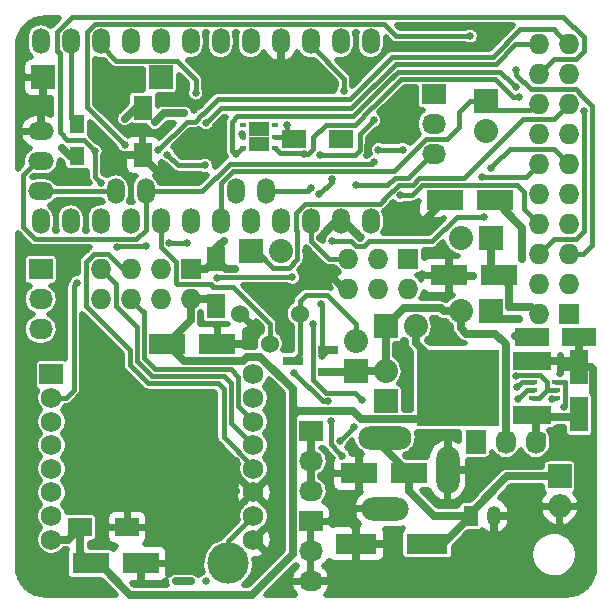
<source format=gbr>
G04 #@! TF.FileFunction,Copper,L2,Bot,Mixed*
%FSLAX46Y46*%
G04 Gerber Fmt 4.6, Leading zero omitted, Abs format (unit mm)*
G04 Created by KiCad (PCBNEW 0.201509101502+6177~30~ubuntu14.04.1-product) date Sat 12 Sep 2015 10:16:40 PM CEST*
%MOMM*%
G01*
G04 APERTURE LIST*
%ADD10C,0.100000*%
%ADD11R,3.200400X1.600200*%
%ADD12R,7.000240X6.499860*%
%ADD13O,1.501140X2.199640*%
%ADD14O,2.199640X1.501140*%
%ADD15O,1.727200X1.727200*%
%ADD16R,1.727200X1.727200*%
%ADD17C,1.524000*%
%ADD18R,2.032000X1.727200*%
%ADD19O,2.032000X1.727200*%
%ADD20R,0.630000X0.450000*%
%ADD21R,0.850000X1.300000*%
%ADD22R,1.300000X1.500000*%
%ADD23R,1.800860X0.800100*%
%ADD24R,2.032000X2.032000*%
%ADD25O,2.032000X2.032000*%
%ADD26R,1.727200X2.032000*%
%ADD27O,1.727200X2.032000*%
%ADD28R,2.000000X1.600000*%
%ADD29R,1.600000X2.000000*%
%ADD30R,3.149600X1.800860*%
%ADD31R,1.998980X1.998980*%
%ADD32R,1.501140X2.999740*%
%ADD33R,2.999740X1.501140*%
%ADD34R,3.500120X1.800860*%
%ADD35O,1.998980X1.998980*%
%ADD36R,1.198880X1.699260*%
%ADD37O,1.198880X1.699260*%
%ADD38O,1.998980X4.000500*%
%ADD39O,4.000500X1.998980*%
%ADD40O,4.500880X1.998980*%
%ADD41C,3.500120*%
%ADD42R,2.000000X1.727200*%
%ADD43C,1.727200*%
%ADD44R,0.749300X0.398780*%
%ADD45C,0.635000*%
%ADD46C,0.635000*%
%ADD47C,0.381000*%
%ADD48C,0.508000*%
G04 APERTURE END LIST*
D10*
D11*
X44145200Y-29575760D03*
X44145200Y-34178240D03*
D12*
X37896800Y-31877000D03*
D13*
X11430000Y-15240000D03*
X8890000Y-15240000D03*
X30480000Y-2540000D03*
X27940000Y-2540000D03*
X25400000Y-2540000D03*
X22860000Y-2540000D03*
X20320000Y-2540000D03*
X17780000Y-2540000D03*
X15240000Y-2540000D03*
X12700000Y-2540000D03*
X10160000Y-2540000D03*
X7620000Y-2540000D03*
X5080000Y-2540000D03*
X2540000Y-2540000D03*
X2540000Y-17780000D03*
X5080000Y-17780000D03*
X7620000Y-17780000D03*
X10160000Y-17780000D03*
X12700000Y-17780000D03*
X15240000Y-17780000D03*
X17780000Y-17780000D03*
X20320000Y-17780000D03*
X22860000Y-17780000D03*
X25400000Y-17780000D03*
X27940000Y-17780000D03*
X30480000Y-17780000D03*
X19050000Y-15240000D03*
X21590000Y-15240000D03*
D14*
X2540000Y-15240000D03*
X2540000Y-12700000D03*
X2540000Y-10160000D03*
D15*
X44704000Y-2794000D03*
X47244000Y-2794000D03*
X44704000Y-5334000D03*
X47244000Y-5334000D03*
X44704000Y-7874000D03*
X47244000Y-7874000D03*
X44704000Y-10414000D03*
X47244000Y-10414000D03*
X44704000Y-12954000D03*
X47244000Y-12954000D03*
X44704000Y-15494000D03*
X47244000Y-15494000D03*
D16*
X47244000Y-25654000D03*
D15*
X44704000Y-25654000D03*
X47244000Y-23114000D03*
X44704000Y-23114000D03*
X47244000Y-20574000D03*
X44704000Y-20574000D03*
X47244000Y-18034000D03*
X44704000Y-18034000D03*
D17*
X21945600Y-28143200D03*
X19405600Y-25603200D03*
X24485600Y-25603200D03*
D18*
X35814000Y-6985000D03*
D19*
X35814000Y-9525000D03*
X35814000Y-12065000D03*
D20*
X19678500Y-11554500D03*
X19678500Y-10604500D03*
X19678500Y-9654500D03*
X22358500Y-9654500D03*
X22358500Y-10604500D03*
X22358500Y-11554500D03*
D21*
X21443500Y-9954500D03*
X21443500Y-11254500D03*
X20593500Y-9954500D03*
X20593500Y-11254500D03*
D22*
X5588000Y-9572000D03*
X5588000Y-12272000D03*
D23*
X26901140Y-28641000D03*
X26901140Y-30541000D03*
X23898860Y-29591000D03*
D18*
X25400000Y-43180000D03*
D19*
X25400000Y-45720000D03*
X25400000Y-48260000D03*
D18*
X25400000Y-35560000D03*
D19*
X25400000Y-38100000D03*
X25400000Y-40640000D03*
D16*
X33655000Y-20955000D03*
D15*
X33655000Y-23495000D03*
X31115000Y-20955000D03*
X31115000Y-23495000D03*
X28575000Y-20955000D03*
X28575000Y-23495000D03*
D24*
X20320000Y-20320000D03*
D25*
X22860000Y-20320000D03*
D18*
X2540000Y-21844000D03*
D19*
X2540000Y-24384000D03*
X2540000Y-26924000D03*
D24*
X40640000Y-25400000D03*
D25*
X38100000Y-25400000D03*
D24*
X40259000Y-7620000D03*
D25*
X40259000Y-10160000D03*
D24*
X40640000Y-19177000D03*
D25*
X38100000Y-19177000D03*
D24*
X29210000Y-30480000D03*
D25*
X29210000Y-27940000D03*
D24*
X31750000Y-26670000D03*
D25*
X34290000Y-26670000D03*
D26*
X39370000Y-36449000D03*
D27*
X41910000Y-36449000D03*
X44450000Y-36449000D03*
D24*
X31750000Y-33020000D03*
D25*
X31750000Y-30480000D03*
D28*
X24003000Y-10795000D03*
X28003000Y-10795000D03*
D29*
X11176000Y-12160000D03*
X11176000Y-8160000D03*
X17399000Y-20987000D03*
X17399000Y-24987000D03*
D30*
X17492980Y-28168600D03*
X13241020Y-28168600D03*
X36736020Y-16002000D03*
X40987980Y-16002000D03*
X37117020Y-22352000D03*
X41368980Y-22352000D03*
D28*
X9874000Y-43688000D03*
X5874000Y-43688000D03*
D30*
X11015980Y-46736000D03*
X6764020Y-46736000D03*
D31*
X12748260Y-5588000D03*
X2745740Y-5588000D03*
D32*
X48133000Y-30132020D03*
X48133000Y-34129980D03*
D33*
X48099980Y-27559000D03*
X44102020Y-27559000D03*
D30*
X29497020Y-39116000D03*
X33748980Y-39116000D03*
D34*
X29258260Y-45085000D03*
X35257740Y-45085000D03*
D35*
X46482000Y-41910000D03*
D31*
X46482000Y-39370000D03*
D36*
X38940740Y-42735500D03*
D37*
X40942260Y-42735500D03*
D38*
X36987480Y-38854380D03*
D39*
X31686500Y-42105580D03*
D40*
X31686500Y-36103560D03*
D41*
X18415000Y-46736000D03*
D15*
X7620000Y-21844000D03*
X7620000Y-24384000D03*
X10160000Y-21844000D03*
X10160000Y-24384000D03*
X12700000Y-21844000D03*
X12700000Y-24384000D03*
D16*
X15240000Y-21844000D03*
D15*
X15240000Y-24384000D03*
D42*
X3456000Y-30734000D03*
D43*
X3456000Y-32734000D03*
X3456000Y-34734000D03*
X3456000Y-36734000D03*
X3456000Y-38734000D03*
X3456000Y-40734000D03*
X3456000Y-42734000D03*
X3456000Y-44734000D03*
X20556000Y-44734000D03*
X20556000Y-42734000D03*
X20556000Y-40734000D03*
X20556000Y-38734000D03*
X20556000Y-36734000D03*
X20556000Y-34734000D03*
X20556000Y-32734000D03*
X20556000Y-30734000D03*
D44*
X46161960Y-31404560D03*
X46161960Y-32054800D03*
X46161960Y-32705040D03*
X44262040Y-32705040D03*
X44262040Y-32054800D03*
X44262040Y-31404560D03*
D45*
X16510000Y-48260000D03*
X15240000Y-48260000D03*
X13970000Y-48260000D03*
X42755824Y-30914360D03*
X23368000Y-9652000D03*
X14706610Y-8648567D03*
X4318000Y-11557000D03*
X42738133Y-27456551D03*
X43307000Y-20955000D03*
X12219632Y-9398000D03*
X9672000Y-9080500D03*
X37896800Y-31877000D03*
X49276000Y-31750000D03*
X45817132Y-32812142D03*
X28670000Y-10541000D03*
X36195000Y-1270000D03*
X34925000Y-2921000D03*
X2540000Y-8255000D03*
X26670000Y-48260000D03*
X29210000Y-48260000D03*
X31750000Y-48260000D03*
X34290000Y-48260000D03*
X36830000Y-48260000D03*
X46990000Y-48260000D03*
X44450000Y-48260000D03*
X44450000Y-40640000D03*
X44450000Y-43180000D03*
X41910000Y-45720000D03*
X41910000Y-48260000D03*
X39370000Y-48260000D03*
X39370000Y-45720000D03*
X13970000Y-46990000D03*
X15240000Y-46990000D03*
X13970000Y-45720000D03*
X15240000Y-45720000D03*
X19050000Y-43180000D03*
X17780000Y-44450000D03*
X16510000Y-44450000D03*
X15240000Y-44450000D03*
X13970000Y-44450000D03*
X12700000Y-44450000D03*
X17780000Y-43180000D03*
X16510000Y-43180000D03*
X15240000Y-43180000D03*
X13970000Y-43180000D03*
X12700000Y-43180000D03*
X5080000Y-41910000D03*
X6350000Y-41910000D03*
X7620000Y-41910000D03*
X8890000Y-41910000D03*
X10160000Y-41910000D03*
X11430000Y-41910000D03*
X12700000Y-41910000D03*
X13970000Y-41910000D03*
X15240000Y-41910000D03*
X16510000Y-41910000D03*
X17780000Y-41910000D03*
X19050000Y-41910000D03*
X19050000Y-40640000D03*
X17780000Y-40640000D03*
X16510000Y-40640000D03*
X15240000Y-40640000D03*
X13970000Y-40640000D03*
X12700000Y-40640000D03*
X11430000Y-40640000D03*
X10160000Y-40640000D03*
X8890000Y-40640000D03*
X7620000Y-40640000D03*
X6350000Y-40640000D03*
X5080000Y-40640000D03*
X5080000Y-39370000D03*
X6350000Y-39370000D03*
X7620000Y-39370000D03*
X8890000Y-39370000D03*
X10160000Y-39370000D03*
X11430000Y-39370000D03*
X12700000Y-39370000D03*
X13970000Y-39370000D03*
X15240000Y-39370000D03*
X16510000Y-39370000D03*
X17780000Y-39370000D03*
X19050000Y-39370000D03*
X19050000Y-38100000D03*
X17780000Y-38100000D03*
X16510000Y-38100000D03*
X15240000Y-38100000D03*
X13970000Y-38100000D03*
X12700000Y-38100000D03*
X11430000Y-38100000D03*
X10160000Y-38100000D03*
X8890000Y-38100000D03*
X7620000Y-38100000D03*
X6350000Y-38100000D03*
X5080000Y-38100000D03*
X5080000Y-36830000D03*
X6350000Y-36830000D03*
X7620000Y-36830000D03*
X8890000Y-36830000D03*
X10160000Y-36830000D03*
X11430000Y-36830000D03*
X12700000Y-36830000D03*
X13970000Y-36830000D03*
X15240000Y-36830000D03*
X16510000Y-36830000D03*
X16510000Y-35560000D03*
X15240000Y-35560000D03*
X13970000Y-35560000D03*
X12700000Y-35560000D03*
X11430000Y-35560000D03*
X11430000Y-34290000D03*
X12700000Y-34290000D03*
X13970000Y-34290000D03*
X15240000Y-34290000D03*
X16510000Y-34290000D03*
X16510000Y-33020000D03*
X15240000Y-33020000D03*
X13970000Y-33020000D03*
X12700000Y-33020000D03*
X11430000Y-33020000D03*
X10160000Y-31750000D03*
X10160000Y-33020000D03*
X10160000Y-34290000D03*
X10160000Y-35560000D03*
X8890000Y-35560000D03*
X8890000Y-34290000D03*
X8890000Y-33020000D03*
X7620000Y-33020000D03*
X7620000Y-34290000D03*
X7620000Y-35560000D03*
X6350000Y-35560000D03*
X5080000Y-35560000D03*
X5080000Y-34290000D03*
X6350000Y-34290000D03*
X6350000Y-33020000D03*
X6350000Y-31750000D03*
X7620000Y-31750000D03*
X8890000Y-31750000D03*
X8890000Y-30480000D03*
X8890000Y-29210000D03*
X7620000Y-29210000D03*
X7620000Y-30480000D03*
X6350000Y-30480000D03*
X6350000Y-29210000D03*
X34036000Y-7239000D03*
X36322000Y-27305000D03*
X33274000Y-28829000D03*
X31242000Y-10414000D03*
X5969000Y-20193000D03*
X18034000Y-19431000D03*
X36987480Y-35749200D03*
X4064000Y-28067000D03*
X3810000Y-20193000D03*
X3810000Y-16764000D03*
X19571121Y-10400212D03*
X18034000Y-9017000D03*
X13698193Y-13748993D03*
X30249696Y-12062783D03*
X8509361Y-12179280D03*
X19431000Y-28194000D03*
X20497800Y-23368000D03*
X22707600Y-25577800D03*
X35356800Y-20345400D03*
X34594800Y-35763200D03*
X21259800Y-46710600D03*
X28854400Y-43281600D03*
X29616400Y-19151600D03*
X39141400Y-22428200D03*
X45835478Y-29575760D03*
X14782800Y-11328400D03*
X17348200Y-12166600D03*
X25450800Y-6654800D03*
X19177000Y-4572000D03*
X33655000Y-18542000D03*
X35052000Y-17653000D03*
X17145000Y-6858000D03*
X25019000Y-20320000D03*
X26162000Y-19177000D03*
X4318000Y-12954000D03*
X19012956Y-21793180D03*
X42189399Y-25017434D03*
X46861728Y-33496000D03*
X26164280Y-12180748D03*
X30736653Y-9226893D03*
X28218318Y-6730371D03*
X27178047Y-14224243D03*
X26133298Y-15494000D03*
X5682000Y-9098019D03*
X38905262Y-2108220D03*
X9652000Y-11303000D03*
X7128619Y-11831459D03*
X7666484Y-14528780D03*
X25614529Y-26455471D03*
X27852365Y-36409635D03*
X29089480Y-35172520D03*
X12503263Y-11777916D03*
X29718000Y-32893000D03*
X5651479Y-22966403D03*
X29209980Y-14706579D03*
X42924068Y-32857438D03*
X16459230Y-13032415D03*
X13265208Y-12127258D03*
X42853374Y-31826200D03*
X26289000Y-24765000D03*
X26339780Y-29141409D03*
X43027600Y-26009600D03*
X26844702Y-33032152D03*
X27091858Y-34708573D03*
X28063891Y-37621750D03*
X24003000Y-30607000D03*
X16556518Y-9427387D03*
X15669909Y-6906909D03*
X19052821Y-12103933D03*
X42758310Y-6426220D03*
X43045344Y-7213754D03*
X25461942Y-14992123D03*
X24842080Y-12115702D03*
X31136211Y-11705211D03*
X39936360Y-13996649D03*
X33197800Y-11709400D03*
X40647585Y-13285429D03*
X42804736Y-4950639D03*
X48510514Y-8432805D03*
X13411220Y-19604746D03*
X9033080Y-19984750D03*
X11455400Y-19888200D03*
X14909821Y-19583400D03*
X17500600Y-22606000D03*
X23850600Y-22504400D03*
X27228800Y-19405600D03*
X40081200Y-17423132D03*
X30757271Y-12794335D03*
X32969046Y-15573288D03*
D46*
X13970000Y-48260000D02*
X15240000Y-48260000D01*
D47*
X45393609Y-31372809D02*
X44805600Y-30784800D01*
X45457110Y-32054800D02*
X45393609Y-31991299D01*
X45393609Y-31991299D02*
X45393609Y-31372809D01*
X44805600Y-30784800D02*
X42885384Y-30784800D01*
X42885384Y-30784800D02*
X42755824Y-30914360D01*
X44262040Y-32705040D02*
X44756070Y-32705040D01*
X44756070Y-32705040D02*
X45406310Y-32054800D01*
X45406310Y-32054800D02*
X45457110Y-32054800D01*
X46161960Y-32054800D02*
X45457110Y-32054800D01*
X23368000Y-9652000D02*
X23368000Y-10160000D01*
X23368000Y-10160000D02*
X24003000Y-10795000D01*
X22358500Y-10604500D02*
X23812500Y-10604500D01*
X23812500Y-10604500D02*
X24003000Y-10795000D01*
D46*
X14257598Y-8648567D02*
X14706610Y-8648567D01*
X12219632Y-9398000D02*
X12969065Y-8648567D01*
X12969065Y-8648567D02*
X14257598Y-8648567D01*
X4318000Y-11557000D02*
X5033000Y-12272000D01*
X5033000Y-12272000D02*
X5588000Y-12272000D01*
X37896800Y-31877000D02*
X35217099Y-34556701D01*
X24272766Y-33870372D02*
X24259559Y-33883579D01*
X29014910Y-33870372D02*
X24272766Y-33870372D01*
X29701239Y-34556701D02*
X29014910Y-33870372D01*
X35217099Y-34556701D02*
X29701239Y-34556701D01*
X23863290Y-31959288D02*
X23863290Y-33610331D01*
X23863290Y-33610331D02*
X23863290Y-34279848D01*
X24259559Y-33883579D02*
X23986311Y-33610331D01*
X23986311Y-33610331D02*
X23863290Y-33610331D01*
X24259559Y-33883579D02*
X23863290Y-34279848D01*
X20005834Y-29235400D02*
X21139402Y-29235400D01*
X21139402Y-29235400D02*
X23863290Y-31959288D01*
X19651503Y-29589731D02*
X20005834Y-29235400D01*
X14662151Y-29589731D02*
X19651503Y-29589731D01*
X13241020Y-28168600D02*
X14662151Y-29589731D01*
X3456000Y-44734000D02*
X4828000Y-44734000D01*
X4828000Y-44734000D02*
X5874000Y-43688000D01*
X23863290Y-37145573D02*
X23863290Y-35826710D01*
X15240000Y-24384000D02*
X15240000Y-26169620D01*
X15240000Y-26169620D02*
X13241020Y-28168600D01*
X40987980Y-16002000D02*
X43307000Y-18321020D01*
X43307000Y-18321020D02*
X43307000Y-20955000D01*
X43187145Y-27456551D02*
X42738133Y-27456551D01*
X44102020Y-27559000D02*
X43999571Y-27456551D01*
X43999571Y-27456551D02*
X43187145Y-27456551D01*
X23863290Y-37145573D02*
X23863290Y-45986710D01*
X23863290Y-45986710D02*
X20462239Y-49387761D01*
X20462239Y-49387761D02*
X10090151Y-49387761D01*
X10090151Y-49387761D02*
X7438390Y-46736000D01*
X7438390Y-46736000D02*
X6764020Y-46736000D01*
X23863290Y-34279848D02*
X23863290Y-37145573D01*
D47*
X22358500Y-10604500D02*
X22603500Y-10604500D01*
D46*
X11176000Y-8160000D02*
X10592500Y-8160000D01*
X10592500Y-8160000D02*
X9672000Y-9080500D01*
X15240000Y-24384000D02*
X16796000Y-24384000D01*
X16796000Y-24384000D02*
X17399000Y-24987000D01*
X14892020Y-24731980D02*
X15240000Y-24384000D01*
X5874000Y-43688000D02*
X5874000Y-45845980D01*
X5874000Y-45845980D02*
X6764020Y-46736000D01*
X34290000Y-26670000D02*
X34290000Y-28106840D01*
X34290000Y-28106840D02*
X37896800Y-31713640D01*
X37896800Y-31713640D02*
X37896800Y-31877000D01*
X49156620Y-30132020D02*
X49276000Y-30251400D01*
X49276000Y-30251400D02*
X49276000Y-31750000D01*
X48133000Y-30132020D02*
X49156620Y-30132020D01*
X48133000Y-30132020D02*
X48866580Y-30132020D01*
D47*
X49301400Y-32224412D02*
X49301400Y-40504092D01*
X49301400Y-40504092D02*
X47895492Y-41910000D01*
X47895492Y-41910000D02*
X46482000Y-41910000D01*
X49276000Y-32199012D02*
X49301400Y-32224412D01*
D46*
X45835478Y-29575760D02*
X47576740Y-29575760D01*
X47576740Y-29575760D02*
X48133000Y-30132020D01*
X45835478Y-29575760D02*
X44145200Y-29575760D01*
X49276000Y-31750000D02*
X49276000Y-32199012D01*
D47*
X46161960Y-32705040D02*
X45924234Y-32705040D01*
X45924234Y-32705040D02*
X45817132Y-32812142D01*
X45817132Y-32794002D02*
X45817132Y-32812142D01*
D46*
X28670000Y-10541000D02*
X28257000Y-10541000D01*
X28257000Y-10541000D02*
X28003000Y-10795000D01*
X40005000Y-2540000D02*
X39596833Y-2948167D01*
X39596833Y-2948167D02*
X35401179Y-2948167D01*
X35401179Y-2948167D02*
X35374012Y-2921000D01*
X35374012Y-2921000D02*
X34925000Y-2921000D01*
X36195000Y-1270000D02*
X39370000Y-1270000D01*
X39370000Y-1270000D02*
X40005000Y-1905000D01*
X40005000Y-1905000D02*
X40005000Y-2540000D01*
X2540000Y-10160000D02*
X2540000Y-8255000D01*
X26670000Y-48260000D02*
X25400000Y-48260000D01*
X31750000Y-48260000D02*
X29210000Y-48260000D01*
X36830000Y-48260000D02*
X34290000Y-48260000D01*
X41910000Y-48260000D02*
X44450000Y-48260000D01*
X41910000Y-45720000D02*
X44450000Y-43180000D01*
X39370000Y-48260000D02*
X41910000Y-48260000D01*
X40942260Y-42735500D02*
X40942260Y-44147740D01*
X40942260Y-44147740D02*
X39370000Y-45720000D01*
X15240000Y-46990000D02*
X13970000Y-46990000D01*
X15240000Y-44450000D02*
X15240000Y-45720000D01*
X16510000Y-44450000D02*
X17780000Y-44450000D01*
X13970000Y-44450000D02*
X15240000Y-44450000D01*
X16510000Y-43180000D02*
X17780000Y-43180000D01*
X13970000Y-43180000D02*
X15240000Y-43180000D01*
X6350000Y-41910000D02*
X5080000Y-41910000D01*
X8890000Y-41910000D02*
X7620000Y-41910000D01*
X11430000Y-41910000D02*
X10160000Y-41910000D01*
X13970000Y-41910000D02*
X12700000Y-41910000D01*
X16510000Y-41910000D02*
X15240000Y-41910000D01*
X19050000Y-41910000D02*
X17780000Y-41910000D01*
X17780000Y-40640000D02*
X19050000Y-40640000D01*
X15240000Y-40640000D02*
X16510000Y-40640000D01*
X12700000Y-40640000D02*
X13970000Y-40640000D01*
X10160000Y-40640000D02*
X11430000Y-40640000D01*
X7620000Y-40640000D02*
X8890000Y-40640000D01*
X5080000Y-40640000D02*
X6350000Y-40640000D01*
X6350000Y-39370000D02*
X5080000Y-39370000D01*
X8890000Y-39370000D02*
X7620000Y-39370000D01*
X11430000Y-39370000D02*
X10160000Y-39370000D01*
X13970000Y-39370000D02*
X12700000Y-39370000D01*
X16510000Y-39370000D02*
X15240000Y-39370000D01*
X19050000Y-39370000D02*
X17780000Y-39370000D01*
X17780000Y-38100000D02*
X19050000Y-38100000D01*
X15240000Y-38100000D02*
X16510000Y-38100000D01*
X12700000Y-38100000D02*
X13970000Y-38100000D01*
X10160000Y-38100000D02*
X11430000Y-38100000D01*
X7620000Y-38100000D02*
X8890000Y-38100000D01*
X5080000Y-38100000D02*
X6350000Y-38100000D01*
X6350000Y-36830000D02*
X5080000Y-36830000D01*
X8890000Y-36830000D02*
X7620000Y-36830000D01*
X11430000Y-36830000D02*
X10160000Y-36830000D01*
X12700000Y-36830000D02*
X11430000Y-36830000D01*
X15240000Y-36830000D02*
X13970000Y-36830000D01*
X16510000Y-35560000D02*
X16510000Y-36830000D01*
X13970000Y-35560000D02*
X15240000Y-35560000D01*
X11430000Y-35560000D02*
X12700000Y-35560000D01*
X12700000Y-34290000D02*
X11430000Y-34290000D01*
X15240000Y-34290000D02*
X13970000Y-34290000D01*
X16510000Y-33020000D02*
X16510000Y-34290000D01*
X13970000Y-33020000D02*
X15240000Y-33020000D01*
X11430000Y-33020000D02*
X12700000Y-33020000D01*
X10160000Y-33020000D02*
X10160000Y-31750000D01*
X10160000Y-35560000D02*
X10160000Y-34290000D01*
X8890000Y-34290000D02*
X8890000Y-35560000D01*
X7620000Y-33020000D02*
X8890000Y-33020000D01*
X7620000Y-35560000D02*
X7620000Y-34290000D01*
X5080000Y-35560000D02*
X6350000Y-35560000D01*
X6350000Y-34290000D02*
X5080000Y-34290000D01*
X6350000Y-31750000D02*
X6350000Y-33020000D01*
X8890000Y-31750000D02*
X7620000Y-31750000D01*
X8890000Y-29210000D02*
X8890000Y-30480000D01*
X7620000Y-30480000D02*
X7620000Y-29210000D01*
X6350000Y-29210000D02*
X6350000Y-30480000D01*
X31242000Y-10414000D02*
X31242000Y-10033000D01*
X31242000Y-10033000D02*
X34036000Y-7239000D01*
X30249696Y-12062783D02*
X30249696Y-11406304D01*
X30249696Y-11406304D02*
X31242000Y-10414000D01*
X3810000Y-20193000D02*
X5969000Y-20193000D01*
X17399000Y-20987000D02*
X17399000Y-20066000D01*
X17399000Y-20066000D02*
X18034000Y-19431000D01*
X36973480Y-35763200D02*
X36987480Y-35749200D01*
X34594800Y-35763200D02*
X36973480Y-35763200D01*
D47*
X3810000Y-20193000D02*
X3810000Y-20642012D01*
X3810000Y-20642012D02*
X4064000Y-20896012D01*
X4064000Y-20896012D02*
X4064000Y-28067000D01*
X19571121Y-10497121D02*
X19571121Y-10400212D01*
D46*
X17348200Y-9702800D02*
X18034000Y-9017000D01*
D47*
X19678500Y-10604500D02*
X19571121Y-10497121D01*
D46*
X17348200Y-12166600D02*
X17348200Y-9702800D01*
X13652186Y-13795000D02*
X13698193Y-13748993D01*
X12611000Y-13795000D02*
X13652186Y-13795000D01*
X11176000Y-12360000D02*
X12611000Y-13795000D01*
X11176000Y-12160000D02*
X11176000Y-12360000D01*
X8528641Y-12160000D02*
X8509361Y-12179280D01*
X11176000Y-12160000D02*
X8528641Y-12160000D01*
X17492980Y-28168600D02*
X19405600Y-28168600D01*
X19405600Y-28168600D02*
X19431000Y-28194000D01*
X37134800Y-20624800D02*
X36855400Y-20345400D01*
X36855400Y-20345400D02*
X35356800Y-20345400D01*
X37134800Y-20798790D02*
X37134800Y-20624800D01*
X37117020Y-22352000D02*
X37117020Y-20816570D01*
X37117020Y-20816570D02*
X37134800Y-20798790D01*
X36987480Y-35859720D02*
X36890960Y-35763200D01*
X36890960Y-35763200D02*
X34594800Y-35763200D01*
X36987480Y-38854380D02*
X36987480Y-35859720D01*
X29258260Y-45085000D02*
X29258260Y-43685460D01*
X29258260Y-43685460D02*
X28854400Y-43281600D01*
X27940000Y-17780000D02*
X28244800Y-17780000D01*
X28244800Y-17780000D02*
X29616400Y-19151600D01*
X39141400Y-22428200D02*
X37193220Y-22428200D01*
X37193220Y-22428200D02*
X37117020Y-22352000D01*
X45835478Y-29575760D02*
X47068740Y-29575760D01*
X17348200Y-12166600D02*
X15621000Y-12166600D01*
X15621000Y-12166600D02*
X14782800Y-11328400D01*
X24638000Y-6604000D02*
X25400000Y-6604000D01*
X25400000Y-6604000D02*
X25450800Y-6654800D01*
X22860000Y-4826000D02*
X24638000Y-6604000D01*
X24638000Y-6604000D02*
X24765000Y-6604000D01*
X22860000Y-2540000D02*
X22860000Y-4826000D01*
X22860000Y-4572000D02*
X19177000Y-4572000D01*
X22860000Y-2540000D02*
X22860000Y-4572000D01*
X15240000Y-21844000D02*
X16542000Y-21844000D01*
X16542000Y-21844000D02*
X17399000Y-20987000D01*
X35052000Y-17653000D02*
X34544000Y-17653000D01*
X34544000Y-17653000D02*
X33655000Y-18542000D01*
X36736020Y-16002000D02*
X36703000Y-16002000D01*
X36703000Y-16002000D02*
X35052000Y-17653000D01*
X25019000Y-20320000D02*
X28194000Y-23495000D01*
X28194000Y-23495000D02*
X28575000Y-23495000D01*
X27940000Y-17780000D02*
X27559000Y-17780000D01*
X27559000Y-17780000D02*
X26162000Y-19177000D01*
X47068740Y-29575760D02*
X47625000Y-30132020D01*
X48099980Y-27559000D02*
X48099980Y-29657040D01*
X48099980Y-29657040D02*
X47625000Y-30132020D01*
X47625000Y-30132020D02*
X49010570Y-30132020D01*
X18205180Y-21793180D02*
X18563944Y-21793180D01*
X18563944Y-21793180D02*
X19012956Y-21793180D01*
X17399000Y-20987000D02*
X18205180Y-21793180D01*
X41917621Y-36441379D02*
X41917621Y-28210509D01*
X41813481Y-28106369D02*
X41012112Y-27305000D01*
X41917621Y-28210509D02*
X41813481Y-28106369D01*
X41910000Y-36449000D02*
X41917621Y-36441379D01*
X38100000Y-25400000D02*
X38100000Y-26836840D01*
X38568160Y-27305000D02*
X41012112Y-27305000D01*
X38100000Y-26836840D02*
X38568160Y-27305000D01*
X41012112Y-27305000D02*
X39497000Y-27305000D01*
X26901140Y-30541000D02*
X29149000Y-30541000D01*
X29149000Y-30541000D02*
X29210000Y-30480000D01*
X29210000Y-30480000D02*
X31750000Y-30480000D01*
X31750000Y-26670000D02*
X31750000Y-30480000D01*
X38100000Y-25400000D02*
X36663160Y-25400000D01*
X36663160Y-25400000D02*
X36396459Y-25133299D01*
X36396459Y-25133299D02*
X33286701Y-25133299D01*
X33286701Y-25133299D02*
X31750000Y-26670000D01*
X42189399Y-25017434D02*
X42189399Y-23172419D01*
X42189399Y-23172419D02*
X41368980Y-22352000D01*
X42189399Y-25017434D02*
X44067434Y-25017434D01*
X44067434Y-25017434D02*
X44704000Y-25654000D01*
X40640000Y-19177000D02*
X40640000Y-21623020D01*
X40640000Y-21623020D02*
X41368980Y-22352000D01*
X25400000Y-38100000D02*
X25400000Y-40640000D01*
X25400000Y-35560000D02*
X25400000Y-38100000D01*
D47*
X46161960Y-31404560D02*
X46917610Y-31404560D01*
X46930311Y-31417261D02*
X46930311Y-33427417D01*
X46917610Y-31404560D02*
X46930311Y-31417261D01*
X46930311Y-33427417D02*
X46861728Y-33496000D01*
X30419154Y-9544392D02*
X30736653Y-9226893D01*
X29538486Y-10425060D02*
X30419154Y-9544392D01*
X29125914Y-12180748D02*
X29538486Y-11768176D01*
X26164280Y-12180748D02*
X29125914Y-12180748D01*
X29538486Y-11768176D02*
X29538486Y-10425060D01*
X25400000Y-2540000D02*
X25400000Y-2889250D01*
X25400000Y-2889250D02*
X28218318Y-5707568D01*
X28218318Y-5707568D02*
X28218318Y-6730371D01*
X25400000Y-17780000D02*
X25400000Y-19420802D01*
X25400000Y-19420802D02*
X26934198Y-20955000D01*
X26934198Y-20955000D02*
X27353686Y-20955000D01*
X27353686Y-20955000D02*
X28575000Y-20955000D01*
X27178047Y-14449251D02*
X27178047Y-14224243D01*
X26133298Y-15494000D02*
X27178047Y-14449251D01*
X5588000Y-9572000D02*
X5657031Y-9572000D01*
X5682000Y-9547031D02*
X5682000Y-9098019D01*
X5657031Y-9572000D02*
X5682000Y-9547031D01*
X5080000Y-2540000D02*
X5080000Y-9064000D01*
X5080000Y-9064000D02*
X5588000Y-9572000D01*
X38905262Y-2108220D02*
X32639000Y-2108220D01*
X32639000Y-2108220D02*
X31577250Y-1046470D01*
X31577250Y-1046470D02*
X7146024Y-1046470D01*
X7146024Y-1046470D02*
X6475720Y-1716774D01*
X6475720Y-1716774D02*
X6475720Y-8126720D01*
X6475720Y-8126720D02*
X9652000Y-11303000D01*
X11023599Y-25247599D02*
X10160000Y-24384000D01*
X11272519Y-25496519D02*
X11023599Y-25247599D01*
X12189469Y-30300941D02*
X11272519Y-29383991D01*
X19253210Y-30937210D02*
X18616941Y-30300941D01*
X18616941Y-30300941D02*
X12189469Y-30300941D01*
X19253210Y-33431210D02*
X19253210Y-30937210D01*
X20556000Y-34734000D02*
X19253210Y-33431210D01*
X11272519Y-29383991D02*
X11272519Y-25496519D01*
X6168360Y-10871200D02*
X6811120Y-11513960D01*
X5190234Y-462260D02*
X3935720Y-1716774D01*
X4138931Y-10231593D02*
X4778538Y-10871200D01*
X46773066Y-462260D02*
X5190234Y-462260D01*
X45974000Y-4064000D02*
X47834806Y-4064000D01*
X3935720Y-1716774D02*
X3935720Y-3363226D01*
X44704000Y-5334000D02*
X45974000Y-4064000D01*
X7128619Y-12280471D02*
X7128619Y-11831459D01*
X4138931Y-3566437D02*
X4138931Y-10231593D01*
X4778538Y-10871200D02*
X6168360Y-10871200D01*
X7666484Y-14528780D02*
X7128619Y-13990915D01*
X3935720Y-3363226D02*
X4138931Y-3566437D01*
X48501301Y-2190495D02*
X46773066Y-462260D01*
X47834806Y-4064000D02*
X48501301Y-3397505D01*
X7128619Y-13990915D02*
X7128619Y-12280471D01*
X6811120Y-11513960D02*
X7128619Y-11831459D01*
X48501301Y-3397505D02*
X48501301Y-2190495D01*
X20556000Y-36734000D02*
X18669000Y-34847000D01*
X8902699Y-24967503D02*
X8902699Y-23126699D01*
X18669000Y-34847000D02*
X18669000Y-31463505D01*
X18669000Y-31463505D02*
X18090646Y-30885151D01*
X8902699Y-23126699D02*
X7620000Y-21844000D01*
X18090646Y-30885151D02*
X11947482Y-30885151D01*
X11947482Y-30885151D02*
X10668000Y-29605669D01*
X10668000Y-29605669D02*
X10668000Y-26732804D01*
X10668000Y-26732804D02*
X8902699Y-24967503D01*
X20556000Y-38734000D02*
X20556000Y-38600198D01*
X20556000Y-38600198D02*
X18034000Y-36078198D01*
X18034000Y-36078198D02*
X18034000Y-32004000D01*
X18034000Y-32004000D02*
X17526000Y-31496000D01*
X9499600Y-21844000D02*
X10160000Y-21844000D01*
X17526000Y-31496000D02*
X11646428Y-31496000D01*
X11646428Y-31496000D02*
X10083790Y-29933362D01*
X10083790Y-29933362D02*
X10083790Y-28708596D01*
X10083790Y-28708596D02*
X6362699Y-24987505D01*
X6362699Y-24987505D02*
X6362699Y-21240495D01*
X6362699Y-21240495D02*
X7016495Y-20586699D01*
X7016495Y-20586699D02*
X8242299Y-20586699D01*
X8242299Y-20586699D02*
X9499600Y-21844000D01*
X14921411Y-9359768D02*
X15571559Y-9359768D01*
X45986699Y-1536699D02*
X46380401Y-1930401D01*
X43165447Y-1536699D02*
X45986699Y-1536699D01*
X40815836Y-3886310D02*
X43165447Y-1536699D01*
X32298492Y-3886310D02*
X40815836Y-3886310D01*
X17553840Y-7441591D02*
X28743211Y-7441591D01*
X15571559Y-9359768D02*
X16215141Y-8716186D01*
X16279245Y-8716186D02*
X17553840Y-7441591D01*
X46380401Y-1930401D02*
X47244000Y-2794000D01*
X28743211Y-7441591D02*
X32298492Y-3886310D01*
X16215141Y-8716186D02*
X16279245Y-8716186D01*
X12503263Y-11777916D02*
X14921411Y-9359768D01*
X25607009Y-28949114D02*
X25607009Y-27385009D01*
X25607009Y-26462991D02*
X25614529Y-26455471D01*
X25607009Y-31256011D02*
X25607009Y-28949114D01*
X25607009Y-28949114D02*
X25607009Y-26462991D01*
X29083000Y-35179000D02*
X27852365Y-36409635D01*
X26671949Y-32320951D02*
X25607009Y-31256011D01*
X29718000Y-32893000D02*
X29145951Y-32320951D01*
X29145951Y-32320951D02*
X26671949Y-32320951D01*
X20556000Y-38734000D02*
X20556000Y-38873194D01*
X17159223Y-23317201D02*
X16943323Y-23101301D01*
X13982699Y-21265893D02*
X12700000Y-19983194D01*
X12700000Y-19260820D02*
X12700000Y-17780000D01*
X16943323Y-23101301D02*
X14061439Y-23101301D01*
X21945600Y-28143200D02*
X21945600Y-26432762D01*
X14061439Y-23101301D02*
X13982699Y-23022561D01*
X21945600Y-26432762D02*
X18830039Y-23317201D01*
X18830039Y-23317201D02*
X17159223Y-23317201D01*
X13982699Y-23022561D02*
X13982699Y-21265893D01*
X12700000Y-19983194D02*
X12700000Y-19260820D01*
X5333980Y-32077334D02*
X4677314Y-32734000D01*
X5333980Y-23283902D02*
X5333980Y-32077334D01*
X5651479Y-22966403D02*
X5333980Y-23283902D01*
X4677314Y-32734000D02*
X3456000Y-32734000D01*
X32517807Y-14089765D02*
X31900993Y-14706579D01*
X33636835Y-14089765D02*
X32517807Y-14089765D01*
X35661600Y-12065000D02*
X33636835Y-14089765D01*
X35814000Y-12065000D02*
X35661600Y-12065000D01*
X31900993Y-14706579D02*
X29658992Y-14706579D01*
X29658992Y-14706579D02*
X29209980Y-14706579D01*
X43688001Y-32054800D02*
X43688001Y-32093505D01*
X43688001Y-32093505D02*
X42924068Y-32857438D01*
X44262040Y-32054800D02*
X43688001Y-32054800D01*
X16010218Y-13032415D02*
X16459230Y-13032415D01*
X14170365Y-13032415D02*
X16010218Y-13032415D01*
X13265208Y-12127258D02*
X14170365Y-13032415D01*
X19692401Y-43597599D02*
X20556000Y-42734000D01*
X18415000Y-44875000D02*
X19692401Y-43597599D01*
X18415000Y-46736000D02*
X18415000Y-44875000D01*
X42853374Y-31826200D02*
X43275014Y-31404560D01*
X43275014Y-31404560D02*
X44262040Y-31404560D01*
D46*
X35257740Y-45085000D02*
X36591240Y-45085000D01*
X36591240Y-45085000D02*
X38940740Y-42735500D01*
X38940740Y-42985690D02*
X38940740Y-42735500D01*
X46482000Y-39370000D02*
X42056050Y-39370000D01*
X42056050Y-39370000D02*
X38940740Y-42485310D01*
X38940740Y-42485310D02*
X38940740Y-42735500D01*
X33748980Y-39116000D02*
X33748980Y-40651430D01*
X33748980Y-40651430D02*
X35833050Y-42735500D01*
X35833050Y-42735500D02*
X37706300Y-42735500D01*
X37706300Y-42735500D02*
X38940740Y-42735500D01*
X31686500Y-36103560D02*
X31686500Y-37053520D01*
X31686500Y-37053520D02*
X33748980Y-39116000D01*
X31686500Y-33083500D02*
X31750000Y-33020000D01*
X44145200Y-34178240D02*
X44301161Y-34334201D01*
X44301161Y-34334201D02*
X47928779Y-34334201D01*
X47928779Y-34334201D02*
X48133000Y-34129980D01*
X44450000Y-36449000D02*
X44450000Y-34483040D01*
X44450000Y-34483040D02*
X44145200Y-34178240D01*
D47*
X45034200Y-35864800D02*
X44450000Y-36449000D01*
X26339780Y-25391792D02*
X26339780Y-24815780D01*
X26339780Y-24815780D02*
X26289000Y-24765000D01*
X26339780Y-25391792D02*
X26339780Y-28692397D01*
X26339780Y-28692397D02*
X26339780Y-29141409D01*
X26901140Y-28641000D02*
X26840189Y-28641000D01*
X26840189Y-28641000D02*
X26657279Y-28823910D01*
X26657279Y-28823910D02*
X26339780Y-29141409D01*
X24485600Y-25603200D02*
X24485600Y-29004260D01*
X24485600Y-29004260D02*
X23898860Y-29591000D01*
X29210000Y-26503160D02*
X29210000Y-27940000D01*
X26747355Y-24040515D02*
X29210000Y-26503160D01*
X24970655Y-24040515D02*
X26747355Y-24040515D01*
X24485600Y-25603200D02*
X24485600Y-24525570D01*
X24485600Y-24525570D02*
X24970655Y-24040515D01*
X33871454Y-12062355D02*
X32522639Y-13411170D01*
X18154721Y-14167773D02*
X18816939Y-13505555D01*
X35138809Y-10795000D02*
X33871454Y-12062355D01*
X18816939Y-13505555D02*
X32428254Y-13505555D01*
X32428254Y-13505555D02*
X33871454Y-12062355D01*
X40259000Y-7620000D02*
X38862000Y-7620000D01*
X17780000Y-14542494D02*
X18154721Y-14167773D01*
X18154721Y-14167773D02*
X18581163Y-13741331D01*
X38862000Y-7620000D02*
X37980959Y-8501041D01*
X37980959Y-8501041D02*
X37980959Y-9766167D01*
X37980959Y-9766167D02*
X36952126Y-10795000D01*
X36952126Y-10795000D02*
X35138809Y-10795000D01*
X44704000Y-7874000D02*
X44450000Y-7874000D01*
X44450000Y-7874000D02*
X43942000Y-8382000D01*
X43942000Y-8382000D02*
X41021000Y-8382000D01*
X41021000Y-8382000D02*
X40259000Y-7620000D01*
X17780000Y-17780000D02*
X17780000Y-14542494D01*
D46*
X43027600Y-26009600D02*
X41249600Y-26009600D01*
X41249600Y-26009600D02*
X40640000Y-25400000D01*
D47*
X47244000Y-25654000D02*
X47015400Y-25654000D01*
X28063891Y-37621750D02*
X27746392Y-37304251D01*
X27091858Y-36654944D02*
X27091858Y-34708573D01*
X27746392Y-37304251D02*
X27741165Y-37304251D01*
X27741165Y-37304251D02*
X27091858Y-36654944D01*
X24003000Y-30607000D02*
X26428152Y-33032152D01*
X26428152Y-33032152D02*
X26844702Y-33032152D01*
X27987748Y-37697893D02*
X28063891Y-37621750D01*
X31777897Y-15758635D02*
X31250062Y-16286470D01*
X24130000Y-17082494D02*
X24130000Y-18477506D01*
X31250062Y-16286470D02*
X24926024Y-16286470D01*
X24926024Y-16286470D02*
X24130000Y-17082494D01*
X24130000Y-18477506D02*
X24269701Y-18617207D01*
X24269701Y-18617207D02*
X24269701Y-20996657D01*
X20828000Y-20320000D02*
X20320000Y-20320000D01*
X24269701Y-20996657D02*
X23536657Y-21729701D01*
X23536657Y-21729701D02*
X22237701Y-21729701D01*
X22237701Y-21729701D02*
X20828000Y-20320000D01*
X31406740Y-16129792D02*
X31777897Y-15758635D01*
X31777897Y-15758635D02*
X32862557Y-14673975D01*
X46380401Y-8737599D02*
X47244000Y-7874000D01*
X38381699Y-14123659D02*
X43374057Y-9131301D01*
X43374057Y-9131301D02*
X45986699Y-9131301D01*
X34604272Y-14123659D02*
X38381699Y-14123659D01*
X32862557Y-14673975D02*
X34053956Y-14673975D01*
X34053956Y-14673975D02*
X34604272Y-14123659D01*
X45986699Y-9131301D02*
X46380401Y-8737599D01*
X17771227Y-8212678D02*
X16874017Y-9109888D01*
X32593368Y-4470520D02*
X28851210Y-8212678D01*
X41057822Y-4470520D02*
X32593368Y-4470520D01*
X42734342Y-2794000D02*
X41057822Y-4470520D01*
X44704000Y-2794000D02*
X42734342Y-2794000D01*
X28851210Y-8212678D02*
X17771227Y-8212678D01*
X16874017Y-9109888D02*
X16556518Y-9427387D01*
X14062711Y-4194809D02*
X15669909Y-5802007D01*
X15669909Y-6457897D02*
X15669909Y-6906909D01*
X8925559Y-4194809D02*
X14062711Y-4194809D01*
X7620000Y-2540000D02*
X7620000Y-2889250D01*
X7620000Y-2889250D02*
X8925559Y-4194809D01*
X15669909Y-5802007D02*
X15669909Y-6457897D01*
X19602254Y-11554500D02*
X19370320Y-11786434D01*
X18735322Y-11786434D02*
X19052821Y-12103933D01*
X19370320Y-11786434D02*
X19052821Y-12103933D01*
X19194336Y-8890002D02*
X18735322Y-9349016D01*
X18735322Y-9349016D02*
X18735322Y-11786434D01*
X28955998Y-8890002D02*
X19194336Y-8890002D01*
X19678500Y-11554500D02*
X19602254Y-11554500D01*
X42440811Y-6108721D02*
X42758310Y-6426220D01*
X41437383Y-5105293D02*
X42440811Y-6108721D01*
X33957685Y-5105293D02*
X41437383Y-5105293D01*
X32846609Y-5105293D02*
X33957685Y-5105293D01*
X29000083Y-8890002D02*
X31630343Y-6259742D01*
X31630343Y-6259742D02*
X32459596Y-5430489D01*
X33957685Y-5105293D02*
X32784792Y-5105293D01*
X32784792Y-5105293D02*
X31630343Y-6259742D01*
X28955998Y-8890002D02*
X29000083Y-8890002D01*
X28955998Y-8890002D02*
X28956000Y-8890000D01*
X42596332Y-7213754D02*
X43045344Y-7213754D01*
X41002152Y-5690582D02*
X42525324Y-7213754D01*
X25185720Y-12115702D02*
X25634702Y-11666720D01*
X30575937Y-8140345D02*
X30637754Y-8140345D01*
X24842080Y-12115702D02*
X25185720Y-12115702D01*
X30637754Y-8140345D02*
X33087517Y-5690582D01*
X26688039Y-9601299D02*
X29114983Y-9601299D01*
X25634702Y-10654636D02*
X26688039Y-9601299D01*
X42525324Y-7213754D02*
X42596332Y-7213754D01*
X25634702Y-11666720D02*
X25634702Y-10654636D01*
X33087517Y-5690582D02*
X41002152Y-5690582D01*
X29114983Y-9601299D02*
X30575937Y-8140345D01*
X25214065Y-15240000D02*
X25461942Y-14992123D01*
X21590000Y-15240000D02*
X25214065Y-15240000D01*
X24715079Y-11988701D02*
X24842080Y-12115702D01*
X22358500Y-11554500D02*
X22792701Y-11988701D01*
X22792701Y-11988701D02*
X24715079Y-11988701D01*
X31140400Y-11709400D02*
X31136211Y-11705211D01*
X33197800Y-11709400D02*
X31140400Y-11709400D01*
X43661351Y-13996649D02*
X40385372Y-13996649D01*
X40385372Y-13996649D02*
X39936360Y-13996649D01*
X44704000Y-12954000D02*
X43661351Y-13996649D01*
X42236315Y-11696699D02*
X40965084Y-12967930D01*
X40965084Y-12967930D02*
X40647585Y-13285429D01*
X45986699Y-11696699D02*
X42236315Y-11696699D01*
X47244000Y-12954000D02*
X45986699Y-11696699D01*
X47834806Y-6604000D02*
X48359851Y-7129045D01*
X48359851Y-7129045D02*
X49221715Y-7990909D01*
X42804736Y-5399651D02*
X44021784Y-6616699D01*
X47847505Y-6616699D02*
X48359851Y-7129045D01*
X42804736Y-4950639D02*
X42804736Y-5399651D01*
X44021784Y-6616699D02*
X47847505Y-6616699D01*
X49221715Y-7990909D02*
X49221715Y-19817599D01*
X49221715Y-19817599D02*
X48465314Y-20574000D01*
X48465314Y-20574000D02*
X47244000Y-20574000D01*
X48510514Y-8881817D02*
X48510514Y-8432805D01*
X48510514Y-18628292D02*
X48510514Y-8881817D01*
X44704000Y-20574000D02*
X45986699Y-19291301D01*
X45986699Y-19291301D02*
X47847505Y-19291301D01*
X47847505Y-19291301D02*
X48510514Y-18628292D01*
X13860232Y-19604746D02*
X13411220Y-19604746D01*
X14837654Y-19604746D02*
X13860232Y-19604746D01*
X14859000Y-19583400D02*
X14837654Y-19604746D01*
X9129630Y-19888200D02*
X9033080Y-19984750D01*
X11455400Y-19888200D02*
X9129630Y-19888200D01*
X2540000Y-15240000D02*
X8890000Y-15240000D01*
X27677812Y-19405600D02*
X27228800Y-19405600D01*
X28817822Y-19405600D02*
X27677812Y-19405600D01*
X29275023Y-19862801D02*
X28817822Y-19405600D01*
X29957777Y-19862801D02*
X29275023Y-19862801D01*
X30339567Y-19481011D02*
X29957777Y-19862801D01*
X35709631Y-19481011D02*
X30339567Y-19481011D01*
X37767510Y-17423132D02*
X35709631Y-19481011D01*
X40081200Y-17423132D02*
X37767510Y-17423132D01*
X8890000Y-15240000D02*
X8890000Y-14890750D01*
X23850600Y-22504400D02*
X17602200Y-22504400D01*
X17602200Y-22504400D02*
X17500600Y-22606000D01*
X8890000Y-15240000D02*
X8890000Y-14986000D01*
X2066024Y-19273530D02*
X6658722Y-19273530D01*
X6658722Y-19273530D02*
X10633976Y-19273530D01*
X11430000Y-16720820D02*
X11430000Y-15240000D01*
X10633976Y-19273530D02*
X11430000Y-18477506D01*
X11430000Y-18477506D02*
X11430000Y-16720820D01*
X1046470Y-18253976D02*
X2066024Y-19273530D01*
X9441346Y-19273530D02*
X10633976Y-19273530D01*
X2190750Y-12700000D02*
X1046470Y-13844280D01*
X2540000Y-12700000D02*
X2190750Y-12700000D01*
X1046470Y-13844280D02*
X1046470Y-18253976D01*
X30757271Y-12794335D02*
X30630261Y-12921345D01*
X30630261Y-12921345D02*
X18548430Y-12921345D01*
X18548430Y-12921345D02*
X16229775Y-15240000D01*
X16229775Y-15240000D02*
X11430000Y-15240000D01*
X33418058Y-15573288D02*
X32969046Y-15573288D01*
X33980840Y-15573288D02*
X33418058Y-15573288D01*
X34846259Y-14707869D02*
X33980840Y-15573288D01*
X44704000Y-18034000D02*
X43434000Y-16764000D01*
X43434000Y-16764000D02*
X43434000Y-15264128D01*
X42877741Y-14707869D02*
X34846259Y-14707869D01*
X43434000Y-15264128D02*
X42877741Y-14707869D01*
D48*
X587000Y-18782334D02*
X587000Y-18782334D01*
X993400Y-19188734D02*
X587000Y-19188734D01*
X1399800Y-19595134D02*
X587000Y-19595134D01*
X6635255Y-20001534D02*
X587000Y-20001534D01*
X6207432Y-20407934D02*
X587000Y-20407934D01*
X1044506Y-20814334D02*
X587000Y-20814334D01*
X5812816Y-20814334D02*
X4033631Y-20814334D01*
X1013543Y-21220734D02*
X587000Y-21220734D01*
X5665390Y-21220734D02*
X4066457Y-21220734D01*
X1013543Y-21627134D02*
X587000Y-21627134D01*
X5664199Y-21627134D02*
X4066457Y-21627134D01*
X1013543Y-22033534D02*
X587000Y-22033534D01*
X5664199Y-22033534D02*
X4066457Y-22033534D01*
X1013543Y-22439934D02*
X587000Y-22439934D01*
X5011450Y-22439934D02*
X4066457Y-22439934D01*
X1037904Y-22846334D02*
X587000Y-22846334D01*
X4793669Y-22846334D02*
X4046741Y-22846334D01*
X1607500Y-23252734D02*
X587000Y-23252734D01*
X4637951Y-23252734D02*
X3475232Y-23252734D01*
X1220343Y-23659134D02*
X587000Y-23659134D01*
X4635480Y-23659134D02*
X3861163Y-23659134D01*
X1049849Y-24065534D02*
X587000Y-24065534D01*
X4635480Y-24065534D02*
X4028993Y-24065534D01*
X1017533Y-24471934D02*
X587000Y-24471934D01*
X4635480Y-24471934D02*
X4063104Y-24471934D01*
X1102768Y-24878334D02*
X587000Y-24878334D01*
X4635480Y-24878334D02*
X3975710Y-24878334D01*
X1352878Y-25284734D02*
X587000Y-25284734D01*
X4635480Y-25284734D02*
X3726238Y-25284734D01*
X1791271Y-25691134D02*
X587000Y-25691134D01*
X4635480Y-25691134D02*
X3290710Y-25691134D01*
X1292322Y-26097534D02*
X587000Y-26097534D01*
X4635480Y-26097534D02*
X3786835Y-26097534D01*
X1081300Y-26503934D02*
X587000Y-26503934D01*
X4635480Y-26503934D02*
X3999090Y-26503934D01*
X1009089Y-26910334D02*
X587000Y-26910334D01*
X4635480Y-26910334D02*
X4069226Y-26910334D01*
X1072866Y-27316734D02*
X587000Y-27316734D01*
X4635480Y-27316734D02*
X4007161Y-27316734D01*
X1271190Y-27723134D02*
X587000Y-27723134D01*
X4635480Y-27723134D02*
X3810289Y-27723134D01*
X1739573Y-28129534D02*
X587000Y-28129534D01*
X4635480Y-28129534D02*
X3340133Y-28129534D01*
X4635480Y-28535934D02*
X587000Y-28535934D01*
X4635480Y-28942334D02*
X587000Y-28942334D01*
X4635480Y-29348734D02*
X587000Y-29348734D01*
X1961924Y-29755134D02*
X587000Y-29755134D01*
X1945543Y-30161534D02*
X587000Y-30161534D01*
X1945543Y-30567934D02*
X587000Y-30567934D01*
X1945543Y-30974334D02*
X587000Y-30974334D01*
X1945543Y-31380734D02*
X587000Y-31380734D01*
X1985636Y-31787134D02*
X587000Y-31787134D01*
X2195308Y-32193534D02*
X587000Y-32193534D01*
X2086079Y-32599934D02*
X587000Y-32599934D01*
X2111413Y-33006334D02*
X587000Y-33006334D01*
X2261587Y-33412734D02*
X587000Y-33412734D01*
X2429774Y-33819134D02*
X587000Y-33819134D01*
X2181593Y-34225534D02*
X587000Y-34225534D01*
X2085633Y-34631934D02*
X587000Y-34631934D01*
X2117286Y-35038334D02*
X587000Y-35038334D01*
X2282209Y-35444734D02*
X587000Y-35444734D01*
X2398122Y-35851134D02*
X587000Y-35851134D01*
X2167877Y-36257534D02*
X587000Y-36257534D01*
X2085186Y-36663934D02*
X587000Y-36663934D01*
X2123159Y-37070334D02*
X587000Y-37070334D01*
X2302832Y-37476734D02*
X587000Y-37476734D01*
X2376212Y-37883134D02*
X587000Y-37883134D01*
X2154162Y-38289534D02*
X587000Y-38289534D01*
X2084739Y-38695934D02*
X587000Y-38695934D01*
X2129032Y-39102334D02*
X587000Y-39102334D01*
X2323455Y-39508734D02*
X587000Y-39508734D01*
X2354301Y-39915134D02*
X587000Y-39915134D01*
X2141370Y-40321534D02*
X587000Y-40321534D01*
X2084292Y-40727934D02*
X587000Y-40727934D01*
X2139246Y-41134334D02*
X587000Y-41134334D01*
X2344077Y-41540734D02*
X587000Y-41540734D01*
X2332390Y-41947134D02*
X587000Y-41947134D01*
X2134568Y-42353534D02*
X587000Y-42353534D01*
X2083846Y-42759934D02*
X587000Y-42759934D01*
X2151916Y-43166334D02*
X587000Y-43166334D01*
X2364700Y-43572734D02*
X587000Y-43572734D01*
X2310479Y-43979134D02*
X587000Y-43979134D01*
X2127766Y-44385534D02*
X587000Y-44385534D01*
X2083399Y-44791934D02*
X587000Y-44791934D01*
X2164585Y-45198334D02*
X587000Y-45198334D01*
X2390027Y-45604734D02*
X587000Y-45604734D01*
X4738923Y-45604734D02*
X4520364Y-45604734D01*
X2953085Y-46011134D02*
X587000Y-46011134D01*
X4678763Y-46011134D02*
X3956399Y-46011134D01*
X4678763Y-46417534D02*
X587000Y-46417534D01*
X4678763Y-46823934D02*
X587000Y-46823934D01*
X4678763Y-47230334D02*
X608293Y-47230334D01*
X4678787Y-47636734D02*
X681938Y-47636734D01*
X4887296Y-48043134D02*
X832609Y-48043134D01*
X7984490Y-48449534D02*
X1080871Y-48449534D01*
X8390890Y-48855934D02*
X1474063Y-48855934D01*
X8797290Y-49262334D02*
X2180348Y-49262334D01*
X49421000Y-32172091D02*
X49421000Y-32172091D01*
X49421000Y-32578491D02*
X49389911Y-32578491D01*
X49421000Y-32984891D02*
X49394027Y-32984891D01*
X49421000Y-33391291D02*
X49394027Y-33391291D01*
X49421000Y-33797691D02*
X49394027Y-33797691D01*
X49421000Y-34204091D02*
X49394027Y-34204091D01*
X49421000Y-34610491D02*
X49394027Y-34610491D01*
X49421000Y-35016891D02*
X49394027Y-35016891D01*
X46871973Y-35423291D02*
X45988643Y-35423291D01*
X49421000Y-35423291D02*
X49394027Y-35423291D01*
X37995943Y-35829691D02*
X34432369Y-35829691D01*
X46915258Y-35829691D02*
X45737171Y-35829691D01*
X49421000Y-35829691D02*
X49347839Y-35829691D01*
X36302170Y-36236091D02*
X34445426Y-36236091D01*
X37133555Y-36236091D02*
X36841406Y-36236091D01*
X37995943Y-36236091D02*
X37672791Y-36236091D01*
X49421000Y-36236091D02*
X45816391Y-36236091D01*
X29016894Y-36642491D02*
X28646034Y-36642491D01*
X35716781Y-36642491D02*
X34354501Y-36642491D01*
X37050980Y-36642491D02*
X36923980Y-36642491D01*
X49421000Y-36642491D02*
X45819832Y-36642491D01*
X26516100Y-37048891D02*
X26430759Y-37048891D01*
X29257179Y-37048891D02*
X28658447Y-37048891D01*
X35426246Y-37048891D02*
X34115889Y-37048891D01*
X37050980Y-37048891D02*
X36923980Y-37048891D01*
X49421000Y-37048891D02*
X45742475Y-37048891D01*
X26904377Y-37455291D02*
X26763068Y-37455291D01*
X29749299Y-37455291D02*
X29244741Y-37455291D01*
X35271199Y-37455291D02*
X33604271Y-37455291D01*
X37050980Y-37455291D02*
X36923980Y-37455291D01*
X40838916Y-37455291D02*
X40744057Y-37455291D01*
X43378916Y-37455291D02*
X42981639Y-37455291D01*
X49421000Y-37455291D02*
X45521639Y-37455291D01*
X27244019Y-37861691D02*
X26908782Y-37861691D01*
X29560520Y-37861691D02*
X29433520Y-37861691D01*
X37050980Y-37861691D02*
X36923980Y-37861691D01*
X41357196Y-37861691D02*
X40550081Y-37861691D01*
X43897196Y-37861691D02*
X42459786Y-37861691D01*
X45461970Y-37861691D02*
X44999786Y-37861691D01*
X49421000Y-37861691D02*
X47493017Y-37861691D01*
X27160220Y-38268091D02*
X26914679Y-38268091D01*
X29560520Y-38268091D02*
X29433520Y-38268091D01*
X37050980Y-38268091D02*
X36923980Y-38268091D01*
X44986608Y-38268091D02*
X38748970Y-38268091D01*
X49421000Y-38268091D02*
X47978832Y-38268091D01*
X27160220Y-38674491D02*
X26800964Y-38674491D01*
X29560520Y-38674491D02*
X29433520Y-38674491D01*
X37050980Y-38674491D02*
X36923980Y-38674491D01*
X41612598Y-38674491D02*
X38748970Y-38674491D01*
X49421000Y-38674491D02*
X47991947Y-38674491D01*
X29580520Y-39080891D02*
X26516877Y-39080891D01*
X37050980Y-39080891D02*
X36923980Y-39080891D01*
X41177726Y-39080891D02*
X38748970Y-39080891D01*
X49421000Y-39080891D02*
X47991947Y-39080891D01*
X27160220Y-39487291D02*
X26296516Y-39487291D01*
X29560520Y-39487291D02*
X29433520Y-39487291D01*
X37050980Y-39487291D02*
X36923980Y-39487291D01*
X40771326Y-39487291D02*
X38748970Y-39487291D01*
X49421000Y-39487291D02*
X47991947Y-39487291D01*
X27160220Y-39893691D02*
X26709953Y-39893691D01*
X29560520Y-39893691D02*
X29433520Y-39893691D01*
X37050980Y-39893691D02*
X36923980Y-39893691D01*
X40364926Y-39893691D02*
X38748970Y-39893691D01*
X49421000Y-39893691D02*
X47991947Y-39893691D01*
X27214933Y-40300091D02*
X26882682Y-40300091D01*
X29560520Y-40300091D02*
X29433520Y-40300091D01*
X37050980Y-40300091D02*
X36923980Y-40300091D01*
X39958526Y-40300091D02*
X38689345Y-40300091D01*
X44972053Y-40300091D02*
X42293392Y-40300091D01*
X49421000Y-40300091D02*
X47991947Y-40300091D01*
X27596972Y-40706491D02*
X26925358Y-40706491D01*
X29620038Y-40706491D02*
X29314959Y-40706491D01*
X35453368Y-40706491D02*
X34971475Y-40706491D01*
X37050980Y-40706491D02*
X36923980Y-40706491D01*
X39552126Y-40706491D02*
X38521591Y-40706491D01*
X45099340Y-40706491D02*
X41886992Y-40706491D01*
X49421000Y-40706491D02*
X47858298Y-40706491D01*
X29236786Y-41112891D02*
X26842348Y-41112891D01*
X35757940Y-41112891D02*
X35377875Y-41112891D01*
X37050980Y-41112891D02*
X36923980Y-41112891D01*
X39145726Y-41112891D02*
X38217019Y-41112891D01*
X44920458Y-41112891D02*
X41480592Y-41112891D01*
X49421000Y-41112891D02*
X48043543Y-41112891D01*
X29025942Y-41519291D02*
X26603977Y-41519291D01*
X36416859Y-41519291D02*
X35784275Y-41519291D01*
X37214055Y-41519291D02*
X36760904Y-41519291D01*
X37989701Y-41519291D02*
X37558100Y-41519291D01*
X44769035Y-41519291D02*
X41897528Y-41519291D01*
X49421000Y-41519291D02*
X48194966Y-41519291D01*
X29048627Y-41925691D02*
X27071387Y-41925691D01*
X49421000Y-41925691D02*
X42182884Y-41925691D01*
X29021627Y-42332091D02*
X27178000Y-42332091D01*
X44778443Y-42332091D02*
X42290620Y-42332091D01*
X46545500Y-42332091D02*
X46418500Y-42332091D01*
X49421000Y-42332091D02*
X48185556Y-42332091D01*
X29042585Y-42738491D02*
X27178000Y-42738491D01*
X44937101Y-42738491D02*
X40858760Y-42738491D01*
X46545500Y-42738491D02*
X46418500Y-42738491D01*
X49421000Y-42738491D02*
X48026898Y-42738491D01*
X29272315Y-43144891D02*
X25316500Y-43144891D01*
X41005760Y-43144891D02*
X40878760Y-43144891D01*
X45227008Y-43144891D02*
X42289746Y-43144891D01*
X46545500Y-43144891D02*
X46418500Y-43144891D01*
X49421000Y-43144891D02*
X47736991Y-43144891D01*
X25463500Y-43551291D02*
X25336500Y-43551291D01*
X29383539Y-43551291D02*
X29132981Y-43551291D01*
X41005760Y-43551291D02*
X40878760Y-43551291D01*
X45855013Y-43551291D02*
X42180759Y-43551291D01*
X46669103Y-43551291D02*
X46294896Y-43551291D01*
X49421000Y-43551291D02*
X47108986Y-43551291D01*
X25463500Y-43957691D02*
X25336500Y-43957691D01*
X29321760Y-43957691D02*
X29194760Y-43957691D01*
X33055599Y-43957691D02*
X31739128Y-43957691D01*
X39992386Y-43957691D02*
X39886680Y-43957691D01*
X41005760Y-43957691D02*
X40878760Y-43957691D01*
X49421000Y-43957691D02*
X41892133Y-43957691D01*
X25463500Y-44364091D02*
X25336500Y-44364091D01*
X29321760Y-44364091D02*
X29194760Y-44364091D01*
X32997223Y-44364091D02*
X31770320Y-44364091D01*
X44835700Y-44364091D02*
X38479582Y-44364091D01*
X49421000Y-44364091D02*
X47170600Y-44364091D01*
X25463500Y-44770491D02*
X25336500Y-44770491D01*
X29321760Y-44770491D02*
X29194760Y-44770491D01*
X32997223Y-44770491D02*
X31770320Y-44770491D01*
X44411743Y-44770491D02*
X38073182Y-44770491D01*
X49421000Y-44770491D02*
X47598411Y-44770491D01*
X25463500Y-45176891D02*
X25336500Y-45176891D01*
X29321760Y-45176891D02*
X29194760Y-45176891D01*
X32997223Y-45176891D02*
X31608211Y-45176891D01*
X44171773Y-45176891D02*
X37666782Y-45176891D01*
X49421000Y-45176891D02*
X47836956Y-45176891D01*
X25463500Y-45583291D02*
X25336500Y-45583291D01*
X29321760Y-45583291D02*
X29194760Y-45583291D01*
X32997223Y-45583291D02*
X31770320Y-45583291D01*
X44039499Y-45583291D02*
X37518257Y-45583291D01*
X49421000Y-45583291D02*
X47968681Y-45583291D01*
X25463500Y-45989691D02*
X25336500Y-45989691D01*
X29321760Y-45989691D02*
X29194760Y-45989691D01*
X32997562Y-45989691D02*
X31770320Y-45989691D01*
X43995854Y-45989691D02*
X37517651Y-45989691D01*
X49421000Y-45989691D02*
X48009472Y-45989691D01*
X25463500Y-46396091D02*
X25336500Y-46396091D01*
X29321760Y-46396091D02*
X29194760Y-46396091D01*
X33210398Y-46396091D02*
X31650374Y-46396091D01*
X44035179Y-46396091D02*
X37303080Y-46396091D01*
X49421000Y-46396091D02*
X47973134Y-46396091D01*
X25463500Y-46802491D02*
X25336500Y-46802491D01*
X44162214Y-46802491D02*
X26763497Y-46802491D01*
X49421000Y-46802491D02*
X47844564Y-46802491D01*
X24012737Y-47208891D02*
X23808542Y-47208891D01*
X25463500Y-47208891D02*
X25336500Y-47208891D01*
X44394496Y-47208891D02*
X26787264Y-47208891D01*
X49393722Y-47208891D02*
X47608239Y-47208891D01*
X23760890Y-47615291D02*
X23402142Y-47615291D01*
X25463500Y-47615291D02*
X25336500Y-47615291D01*
X44810408Y-47615291D02*
X27039111Y-47615291D01*
X49324035Y-47615291D02*
X47205404Y-47615291D01*
X23702990Y-48021691D02*
X22995742Y-48021691D01*
X25463500Y-48021691D02*
X25336500Y-48021691D01*
X49177963Y-48021691D02*
X27097009Y-48021691D01*
X23747544Y-48428091D02*
X22589342Y-48428091D01*
X48935736Y-48428091D02*
X27052457Y-48428091D01*
X23726811Y-48834491D02*
X22182942Y-48834491D01*
X48551845Y-48834491D02*
X27073188Y-48834491D01*
X23959557Y-49240891D02*
X21776542Y-49240891D01*
X47886034Y-49240891D02*
X26840442Y-49240891D01*
X6032480Y-25645114D02*
X6032480Y-25645114D01*
X6438880Y-26051514D02*
X6032480Y-26051514D01*
X6845280Y-26457914D02*
X6032480Y-26457914D01*
X7251680Y-26864314D02*
X6032480Y-26864314D01*
X7658080Y-27270714D02*
X6032480Y-27270714D01*
X8064480Y-27677114D02*
X6032480Y-27677114D01*
X8470880Y-28083514D02*
X6032480Y-28083514D01*
X8877280Y-28489914D02*
X6032480Y-28489914D01*
X9283680Y-28896314D02*
X6032480Y-28896314D01*
X9385290Y-29302714D02*
X6032480Y-29302714D01*
X9385290Y-29709114D02*
X6032480Y-29709114D01*
X9412626Y-30115514D02*
X6032480Y-30115514D01*
X9684514Y-30521914D02*
X6032480Y-30521914D01*
X10090914Y-30928314D02*
X6032480Y-30928314D01*
X10497314Y-31334714D02*
X6032480Y-31334714D01*
X22071282Y-31334714D02*
X21790012Y-31334714D01*
X10903714Y-31741114D02*
X6032480Y-31741114D01*
X22477682Y-31741114D02*
X21503104Y-31741114D01*
X11399756Y-32147514D02*
X6025633Y-32147514D01*
X22884082Y-32147514D02*
X21797871Y-32147514D01*
X17335500Y-32553914D02*
X5842132Y-32553914D01*
X23037790Y-32553914D02*
X21918632Y-32553914D01*
X17335500Y-32960314D02*
X5438828Y-32960314D01*
X23037790Y-32960314D02*
X21911197Y-32960314D01*
X17335500Y-33366714D02*
X4968093Y-33366714D01*
X23037790Y-33366714D02*
X21775765Y-33366714D01*
X17335500Y-33773114D02*
X4434882Y-33773114D01*
X23037790Y-33773114D02*
X21534882Y-33773114D01*
X17335500Y-34179514D02*
X4711061Y-34179514D01*
X23037790Y-34179514D02*
X21811061Y-34179514D01*
X17335500Y-34585914D02*
X4824968Y-34585914D01*
X23037790Y-34585914D02*
X21924968Y-34585914D01*
X17335500Y-34992314D02*
X4803926Y-34992314D01*
X23037790Y-34992314D02*
X21903926Y-34992314D01*
X17335500Y-35398714D02*
X4661518Y-35398714D01*
X23037790Y-35398714D02*
X21761518Y-35398714D01*
X17335500Y-35805114D02*
X4466659Y-35805114D01*
X23037790Y-35805114D02*
X21566659Y-35805114D01*
X17348571Y-36211514D02*
X4724250Y-36211514D01*
X23037790Y-36211514D02*
X21824250Y-36211514D01*
X17585888Y-36617914D02*
X4827401Y-36617914D01*
X23037790Y-36617914D02*
X21927401Y-36617914D01*
X17992288Y-37024314D02*
X4796656Y-37024314D01*
X23037790Y-37024314D02*
X21896656Y-37024314D01*
X18398688Y-37430714D02*
X4643122Y-37430714D01*
X23037790Y-37430714D02*
X21743122Y-37430714D01*
X18805088Y-37837114D02*
X4498437Y-37837114D01*
X23037790Y-37837114D02*
X21598437Y-37837114D01*
X19211488Y-38243514D02*
X4737440Y-38243514D01*
X23037790Y-38243514D02*
X21837440Y-38243514D01*
X19185382Y-38649914D02*
X4826955Y-38649914D01*
X23037790Y-38649914D02*
X21926955Y-38649914D01*
X19220586Y-39056314D02*
X4789386Y-39056314D01*
X23037790Y-39056314D02*
X21889386Y-39056314D01*
X19393797Y-39462714D02*
X4620548Y-39462714D01*
X23037790Y-39462714D02*
X21720548Y-39462714D01*
X19175092Y-39869114D02*
X4528177Y-39869114D01*
X19780917Y-39869114D02*
X19601311Y-39869114D01*
X21510689Y-39869114D02*
X21331083Y-39869114D01*
X23037790Y-39869114D02*
X21937008Y-39869114D01*
X18996326Y-40275514D02*
X4750629Y-40275514D01*
X20187317Y-40275514D02*
X20007711Y-40275514D01*
X21104289Y-40275514D02*
X20924683Y-40275514D01*
X23037790Y-40275514D02*
X22115663Y-40275514D01*
X18927622Y-40681914D02*
X4826507Y-40681914D01*
X20697889Y-40681914D02*
X20414111Y-40681914D01*
X23037790Y-40681914D02*
X22184295Y-40681914D01*
X18964780Y-41088314D02*
X4782116Y-41088314D01*
X20291489Y-41088314D02*
X20111883Y-41088314D01*
X21000117Y-41088314D02*
X20820511Y-41088314D01*
X23037790Y-41088314D02*
X22147318Y-41088314D01*
X19119363Y-41494714D02*
X4597975Y-41494714D01*
X19885089Y-41494714D02*
X19705483Y-41494714D01*
X21406517Y-41494714D02*
X21226911Y-41494714D01*
X23037790Y-41494714D02*
X21992642Y-41494714D01*
X19463901Y-41901114D02*
X4549438Y-41901114D01*
X23037790Y-41901114D02*
X21649438Y-41901114D01*
X8376856Y-42307514D02*
X4763818Y-42307514D01*
X9946486Y-42307514D02*
X9801514Y-42307514D01*
X19246456Y-42307514D02*
X11371145Y-42307514D01*
X23037790Y-42307514D02*
X21863818Y-42307514D01*
X8131700Y-42713914D02*
X7349148Y-42713914D01*
X9937500Y-42713914D02*
X9810500Y-42713914D01*
X19184488Y-42713914D02*
X11616301Y-42713914D01*
X23037790Y-42713914D02*
X21926061Y-42713914D01*
X8112000Y-43120314D02*
X7384457Y-43120314D01*
X9937500Y-43120314D02*
X9810500Y-43120314D01*
X19181858Y-43120314D02*
X11636000Y-43120314D01*
X23037790Y-43120314D02*
X21874846Y-43120314D01*
X8204714Y-43526714D02*
X7384457Y-43526714D01*
X9937500Y-43526714D02*
X9810500Y-43526714D01*
X18775458Y-43526714D02*
X11543286Y-43526714D01*
X23037790Y-43526714D02*
X21675401Y-43526714D01*
X8120886Y-43933114D02*
X7384457Y-43933114D01*
X18369058Y-43933114D02*
X11627114Y-43933114D01*
X21446689Y-43933114D02*
X21267083Y-43933114D01*
X23037790Y-43933114D02*
X21971185Y-43933114D01*
X8112000Y-44339514D02*
X7384457Y-44339514D01*
X17962658Y-44339514D02*
X11636000Y-44339514D01*
X21040289Y-44339514D02*
X20860683Y-44339514D01*
X23037790Y-44339514D02*
X22135051Y-44339514D01*
X8156048Y-44745914D02*
X7312092Y-44745914D01*
X17332159Y-44745914D02*
X11591951Y-44745914D01*
X20657717Y-44745914D02*
X20454283Y-44745914D01*
X23037790Y-44745914D02*
X22188350Y-44745914D01*
X8496652Y-45152314D02*
X6699500Y-45152314D01*
X16804717Y-45152314D02*
X12932457Y-45152314D01*
X21064117Y-45152314D02*
X20884511Y-45152314D01*
X23037790Y-45152314D02*
X22127877Y-45152314D01*
X16484321Y-45558714D02*
X13300886Y-45558714D01*
X21470517Y-45558714D02*
X21290911Y-45558714D01*
X23037790Y-45558714D02*
X21958401Y-45558714D01*
X16288575Y-45965114D02*
X13352780Y-45965114D01*
X22717453Y-45965114D02*
X21492693Y-45965114D01*
X16183869Y-46371514D02*
X13352780Y-46371514D01*
X22311053Y-46371514D02*
X20644828Y-46371514D01*
X16156038Y-46777914D02*
X10932480Y-46777914D01*
X21904653Y-46777914D02*
X20669479Y-46777914D01*
X11079480Y-47184314D02*
X10952480Y-47184314D01*
X16201406Y-47184314D02*
X13352780Y-47184314D01*
X21498253Y-47184314D02*
X20628848Y-47184314D01*
X11079480Y-47590714D02*
X10952480Y-47590714D01*
X13485124Y-47590714D02*
X13352780Y-47590714D01*
X16025124Y-47590714D02*
X15724040Y-47590714D01*
X21091853Y-47590714D02*
X20506317Y-47590714D01*
X11079480Y-47997114D02*
X10952480Y-47997114D01*
X20685453Y-47997114D02*
X20288853Y-47997114D01*
X13157015Y-48403514D02*
X10273337Y-48403514D01*
X20279053Y-48403514D02*
X19938434Y-48403514D01*
X33261025Y-27794595D02*
X33261025Y-27794595D01*
X33473538Y-28200995D02*
X32575500Y-28200995D01*
X33638088Y-28607395D02*
X32575500Y-28607395D01*
X33886223Y-29013795D02*
X32575500Y-29013795D01*
X33886223Y-29420195D02*
X32851442Y-29420195D01*
X33886223Y-29826595D02*
X33127270Y-29826595D01*
X33886223Y-30232995D02*
X33257890Y-30232995D01*
X33886223Y-30639395D02*
X33265702Y-30639395D01*
X33886223Y-31045795D02*
X33169963Y-31045795D01*
X33886223Y-31452195D02*
X32921567Y-31452195D01*
X33886223Y-31858595D02*
X33250030Y-31858595D01*
X33886223Y-32264995D02*
X33276457Y-32264995D01*
X33886223Y-32671395D02*
X33276457Y-32671395D01*
X33886223Y-33077795D02*
X33276457Y-33077795D01*
X33886223Y-33484195D02*
X33276457Y-33484195D01*
X48163480Y-27475500D02*
X48036480Y-27475500D01*
X48163480Y-27881900D02*
X48036480Y-27881900D01*
X48163480Y-28288300D02*
X48069500Y-28288300D01*
X48163480Y-28694700D02*
X48069500Y-28694700D01*
X46620430Y-29101100D02*
X46507400Y-29101100D01*
X48196500Y-29101100D02*
X48069500Y-29101100D01*
X44208700Y-29507500D02*
X44081700Y-29507500D01*
X46620430Y-29507500D02*
X46321660Y-29507500D01*
X48196500Y-29507500D02*
X48069500Y-29507500D01*
X46656310Y-29913900D02*
X46507400Y-29913900D01*
X48196500Y-29913900D02*
X48069500Y-29913900D01*
X46686150Y-30320300D02*
X46507400Y-30320300D01*
X24968201Y-19976831D02*
X24968201Y-19976831D01*
X25374601Y-20383231D02*
X24968201Y-20383231D01*
X25781001Y-20789631D02*
X24968201Y-20789631D01*
X26187401Y-21196031D02*
X24935759Y-21196031D01*
X26674168Y-21602431D02*
X24651755Y-21602431D01*
X27699323Y-22008831D02*
X24512478Y-22008831D01*
X27368303Y-22415231D02*
X24674507Y-22415231D01*
X27100572Y-22821631D02*
X24613020Y-22821631D01*
X23445271Y-23228031D02*
X19728697Y-23228031D01*
X27012171Y-23228031D02*
X24251015Y-23228031D01*
X24388911Y-23634431D02*
X20135097Y-23634431D01*
X23984150Y-24040831D02*
X20541497Y-24040831D01*
X23794815Y-24447231D02*
X20947897Y-24447231D01*
X23459593Y-24853631D02*
X21354297Y-24853631D01*
X23260115Y-25260031D02*
X21760697Y-25260031D01*
X23214540Y-25666431D02*
X22167097Y-25666431D01*
X23305562Y-26072831D02*
X22542037Y-26072831D01*
X23565990Y-26479231D02*
X22644100Y-26479231D01*
X23787100Y-26885631D02*
X22644100Y-26885631D01*
X23787100Y-27292031D02*
X22890245Y-27292031D01*
X23787100Y-27698431D02*
X23135986Y-27698431D01*
X23787100Y-28104831D02*
X23214450Y-28104831D01*
X23787100Y-28511231D02*
X23164405Y-28511231D01*
X16088543Y-25458844D02*
X16088543Y-25458844D01*
X16088543Y-25865244D02*
X16065500Y-25865244D01*
X19757447Y-25865244D02*
X19577841Y-25865244D01*
X16181329Y-26271644D02*
X16055425Y-26271644D01*
X20163847Y-26271644D02*
X19984241Y-26271644D01*
X20796654Y-26271644D02*
X20776216Y-26271644D01*
X17575106Y-26678044D02*
X17410854Y-26678044D01*
X21203054Y-26678044D02*
X20291915Y-26678044D01*
X17556480Y-27084444D02*
X17429480Y-27084444D01*
X21244084Y-27084444D02*
X19808164Y-27084444D01*
X17556480Y-27490844D02*
X17429480Y-27490844D01*
X20853030Y-27490844D02*
X19829780Y-27490844D01*
X17556480Y-27897244D02*
X17429480Y-27897244D01*
X20699452Y-27897244D02*
X19829780Y-27897244D01*
X20683779Y-28303644D02*
X19710824Y-28303644D01*
X36054525Y-25958799D02*
X35633568Y-25958799D01*
X36923975Y-26365199D02*
X35784550Y-26365199D01*
X37274500Y-26771599D02*
X35805668Y-26771599D01*
X37350922Y-27177999D02*
X35722402Y-27177999D01*
X37680125Y-27584399D02*
X35508861Y-27584399D01*
X38108721Y-27990799D02*
X35341393Y-27990799D01*
X36626605Y-19551865D02*
X36626605Y-19551865D01*
X36793686Y-19958265D02*
X36220205Y-19958265D01*
X37147263Y-20364665D02*
X35029057Y-20364665D01*
X35193902Y-20771065D02*
X35029057Y-20771065D01*
X37289525Y-20771065D02*
X36944515Y-20771065D01*
X37180520Y-21177465D02*
X37053520Y-21177465D01*
X37180520Y-21583865D02*
X37053520Y-21583865D01*
X37180520Y-21990265D02*
X37053520Y-21990265D01*
X37200520Y-22396665D02*
X34476881Y-22396665D01*
X37180520Y-22803065D02*
X37053520Y-22803065D01*
X37180520Y-23209465D02*
X37053520Y-23209465D01*
X37180520Y-23615865D02*
X37053520Y-23615865D01*
X37447486Y-24022265D02*
X34921936Y-24022265D01*
X36928914Y-24428665D02*
X36820887Y-24428665D01*
X28638500Y-23411500D02*
X28511500Y-23411500D01*
X44767500Y-23030500D02*
X44640500Y-23030500D01*
X15303500Y-21760500D02*
X15176500Y-21760500D01*
X18961000Y-21707695D02*
X18961000Y-21707695D01*
X17462500Y-20903500D02*
X17335500Y-20903500D01*
X26534324Y-18673710D02*
X26534324Y-18673710D01*
X26470141Y-19080110D02*
X26226016Y-19080110D01*
X29346099Y-18672501D02*
X29346099Y-18672501D01*
X29653488Y-19078901D02*
X29478951Y-19078901D01*
X34589718Y-16065502D02*
X34476454Y-16065502D01*
X34399220Y-16471902D02*
X32052458Y-16471902D01*
X34399220Y-16878302D02*
X31618877Y-16878302D01*
X34500196Y-17284702D02*
X31725013Y-17284702D01*
X36511712Y-17691102D02*
X31738570Y-17691102D01*
X36105312Y-18097502D02*
X31738570Y-18097502D01*
X35698912Y-18503902D02*
X31677695Y-18503902D01*
X7684689Y-15938500D02*
X3943288Y-15938500D01*
X4438567Y-16344900D02*
X3487044Y-16344900D01*
X6978567Y-16344900D02*
X5719666Y-16344900D01*
X4019888Y-16751300D02*
X3601483Y-16751300D01*
X6559888Y-16751300D02*
X6141483Y-16751300D01*
X3850075Y-17157700D02*
X3768318Y-17157700D01*
X6390075Y-17157700D02*
X6308318Y-17157700D01*
X3821430Y-17564100D02*
X3798570Y-17564100D01*
X6361430Y-17564100D02*
X6338570Y-17564100D01*
X3821430Y-17970500D02*
X3798570Y-17970500D01*
X6361430Y-17970500D02*
X6338570Y-17970500D01*
X3844949Y-18376900D02*
X3773512Y-18376900D01*
X6384949Y-18376900D02*
X6313512Y-18376900D01*
X28003500Y-17696500D02*
X27876500Y-17696500D01*
X7174220Y-4070240D02*
X7174220Y-4070240D01*
X8219562Y-4476640D02*
X7174220Y-4476640D01*
X8822072Y-4883040D02*
X7174220Y-4883040D01*
X11238313Y-5289440D02*
X7174220Y-5289440D01*
X11238313Y-5695840D02*
X7174220Y-5695840D01*
X11238313Y-6102240D02*
X7174220Y-6102240D01*
X11238313Y-6508640D02*
X7174220Y-6508640D01*
X9932069Y-6915040D02*
X7174220Y-6915040D01*
X9865543Y-7321440D02*
X7174220Y-7321440D01*
X9857227Y-7727840D02*
X7174220Y-7727840D01*
X9450827Y-8134240D02*
X7471068Y-8134240D01*
X9043385Y-8540640D02*
X7877468Y-8540640D01*
X8856390Y-8947040D02*
X8283868Y-8947040D01*
X8892178Y-9353440D02*
X8690268Y-9353440D01*
X7121012Y-9759840D02*
X6748457Y-9759840D01*
X9202945Y-9759840D02*
X9096668Y-9759840D01*
X11475008Y-9759840D02*
X10142206Y-9759840D01*
X13533511Y-9759840D02*
X13025225Y-9759840D01*
X7527412Y-10166240D02*
X6748457Y-10166240D01*
X11916024Y-10166240D02*
X9503068Y-10166240D01*
X13127111Y-10166240D02*
X12521843Y-10166240D01*
X7933812Y-10572640D02*
X6857628Y-10572640D01*
X11255360Y-10572640D02*
X11096640Y-10572640D01*
X12720711Y-10572640D02*
X12466271Y-10572640D01*
X8340212Y-10979040D02*
X7264028Y-10979040D01*
X11239500Y-10979040D02*
X11112500Y-10979040D01*
X8746612Y-11385440D02*
X7823418Y-11385440D01*
X11239500Y-11385440D02*
X11112500Y-11385440D01*
X8984918Y-11791840D02*
X7953576Y-11791840D01*
X11239500Y-11791840D02*
X11112500Y-11791840D01*
X11259500Y-12198240D02*
X7868978Y-12198240D01*
X9614000Y-12604640D02*
X7827119Y-12604640D01*
X9614000Y-13011040D02*
X7827119Y-13011040D01*
X9657852Y-13417440D02*
X7827119Y-13417440D01*
X8212338Y-13823840D02*
X8097665Y-13823840D01*
X9997943Y-13823840D02*
X9564695Y-13823840D01*
X10359475Y-14230240D02*
X9961554Y-14230240D01*
X10197213Y-14636640D02*
X10124036Y-14636640D01*
X10171430Y-15043040D02*
X10148570Y-15043040D01*
X10171430Y-15449440D02*
X10148570Y-15449440D01*
X10199732Y-15855840D02*
X10121387Y-15855840D01*
X36799520Y-15918500D02*
X36672520Y-15918500D01*
X4140873Y-12547307D02*
X4140873Y-12547307D01*
X4427543Y-12953707D02*
X4129697Y-12953707D01*
X4555590Y-13360107D02*
X3964047Y-13360107D01*
X6430119Y-13766507D02*
X3559250Y-13766507D01*
X6457406Y-14172907D02*
X3556003Y-14172907D01*
X12738000Y-12766180D02*
X12738000Y-12766180D01*
X13322702Y-13172580D02*
X12738000Y-13172580D01*
X13740249Y-13578980D02*
X12612495Y-13578980D01*
X16496567Y-13985380D02*
X12310039Y-13985380D01*
X16090167Y-14391780D02*
X12587446Y-14391780D01*
X4082266Y-582400D02*
X3016009Y-582400D01*
X2161099Y-988800D02*
X1667995Y-988800D01*
X3675866Y-988800D02*
X2918071Y-988800D01*
X1565913Y-1395200D02*
X1208385Y-1395200D01*
X1346904Y-1801600D02*
X915994Y-1801600D01*
X1281430Y-2208000D02*
X729316Y-2208000D01*
X1281430Y-2614400D02*
X623604Y-2614400D01*
X1293565Y-3020800D02*
X587000Y-3020800D01*
X1403280Y-3427200D02*
X587000Y-3427200D01*
X1635556Y-3833600D02*
X587000Y-3833600D01*
X1065825Y-4240000D02*
X587000Y-4240000D01*
X984250Y-4646400D02*
X587000Y-4646400D01*
X984250Y-5052800D02*
X587000Y-5052800D01*
X1109450Y-5459200D02*
X587000Y-5459200D01*
X984250Y-5865600D02*
X587000Y-5865600D01*
X2809240Y-5865600D02*
X2682240Y-5865600D01*
X984250Y-6272000D02*
X587000Y-6272000D01*
X2809240Y-6272000D02*
X2682240Y-6272000D01*
X987404Y-6678400D02*
X587000Y-6678400D01*
X2809240Y-6678400D02*
X2682240Y-6678400D01*
X1165929Y-7084800D02*
X587000Y-7084800D01*
X2809240Y-7084800D02*
X2682240Y-7084800D01*
X3440431Y-7491200D02*
X587000Y-7491200D01*
X3440431Y-7897600D02*
X587000Y-7897600D01*
X3440431Y-8304000D02*
X587000Y-8304000D01*
X1771864Y-8710400D02*
X587000Y-8710400D01*
X2603500Y-8710400D02*
X2476500Y-8710400D01*
X3440431Y-8710400D02*
X3308137Y-8710400D01*
X1097066Y-9116800D02*
X587000Y-9116800D01*
X2603500Y-9116800D02*
X2476500Y-9116800D01*
X825201Y-9523200D02*
X587000Y-9523200D01*
X2603500Y-9523200D02*
X2476500Y-9523200D01*
X755349Y-9929600D02*
X587000Y-9929600D01*
X2603500Y-9929600D02*
X2476500Y-9929600D01*
X792787Y-10336000D02*
X587000Y-10336000D01*
X798994Y-10742400D02*
X587000Y-10742400D01*
X1049315Y-11148800D02*
X587000Y-11148800D01*
X1616339Y-11555200D02*
X587000Y-11555200D01*
X1168206Y-11961600D02*
X587000Y-11961600D01*
X974539Y-12368000D02*
X587000Y-12368000D01*
X932001Y-12774400D02*
X587000Y-12774400D01*
X722122Y-13180800D02*
X587000Y-13180800D01*
X18195237Y-8911178D02*
X18060555Y-8911178D01*
X18039323Y-9317578D02*
X17654155Y-9317578D01*
X18036822Y-9723978D02*
X17328128Y-9723978D01*
X16121492Y-10130378D02*
X15138629Y-10130378D01*
X18036822Y-10130378D02*
X16989456Y-10130378D01*
X18036822Y-10536778D02*
X14732229Y-10536778D01*
X18036822Y-10943178D02*
X14325829Y-10943178D01*
X18036822Y-11349578D02*
X13919429Y-11349578D01*
X18036822Y-11755978D02*
X14005087Y-11755978D01*
X18147185Y-12162378D02*
X14288156Y-12162378D01*
X17913169Y-12568778D02*
X17142324Y-12568778D01*
X17506769Y-12975178D02*
X17284433Y-12975178D01*
X34287543Y-6389082D02*
X33376845Y-6389082D01*
X34287543Y-6795482D02*
X32970445Y-6795482D01*
X34287543Y-7201882D02*
X32564045Y-7201882D01*
X34287543Y-7608282D02*
X32157645Y-7608282D01*
X34320373Y-8014682D02*
X31751245Y-8014682D01*
X34847968Y-8421082D02*
X31344845Y-8421082D01*
X34479556Y-8827482D02*
X31462418Y-8827482D01*
X34315384Y-9233882D02*
X31560960Y-9233882D01*
X34294022Y-9640282D02*
X31455307Y-9640282D01*
X34386616Y-10046682D02*
X30904692Y-10046682D01*
X34492899Y-10453082D02*
X30498292Y-10453082D01*
X34086499Y-10859482D02*
X30236986Y-10859482D01*
X30436515Y-11265882D02*
X30236986Y-11265882D01*
X30311055Y-11672282D02*
X30236986Y-11672282D01*
X30343251Y-12078682D02*
X30161074Y-12078682D01*
X28066500Y-10711500D02*
X27939500Y-10711500D01*
X16604868Y-1744970D02*
X16416167Y-1744970D01*
X19144868Y-1744970D02*
X18956167Y-1744970D01*
X16523127Y-2151370D02*
X16495472Y-2151370D01*
X19063127Y-2151370D02*
X19035472Y-2151370D01*
X16521430Y-2557770D02*
X16498570Y-2557770D01*
X19061430Y-2557770D02*
X19038570Y-2557770D01*
X22943500Y-2557770D02*
X22776500Y-2557770D01*
X16528013Y-2964170D02*
X16492887Y-2964170D01*
X19068013Y-2964170D02*
X19032887Y-2964170D01*
X22923500Y-2964170D02*
X22796500Y-2964170D01*
X16614563Y-3370570D02*
X16403858Y-3370570D01*
X19154563Y-3370570D02*
X18943858Y-3370570D01*
X22923500Y-3370570D02*
X22796500Y-3370570D01*
X16881335Y-3776970D02*
X16136747Y-3776970D01*
X19421335Y-3776970D02*
X18676747Y-3776970D01*
X21634428Y-3776970D02*
X21216747Y-3776970D01*
X22923500Y-3776970D02*
X22796500Y-3776970D01*
X24501335Y-3776970D02*
X24085571Y-3776970D01*
X22074919Y-4183370D02*
X15039100Y-4183370D01*
X22923500Y-4183370D02*
X22796500Y-4183370D01*
X25706292Y-4183370D02*
X23645080Y-4183370D01*
X26112692Y-4589770D02*
X15445500Y-4589770D01*
X26519092Y-4996170D02*
X15851900Y-4996170D01*
X14282644Y-5402570D02*
X14258207Y-5402570D01*
X26925492Y-5402570D02*
X16241189Y-5402570D01*
X14689044Y-5808970D02*
X14258207Y-5808970D01*
X27331892Y-5808970D02*
X16368409Y-5808970D01*
X14971409Y-6215370D02*
X14258207Y-6215370D01*
X27519818Y-6215370D02*
X16368409Y-6215370D01*
X14893955Y-6621770D02*
X14253335Y-6621770D01*
X27397424Y-6621770D02*
X16445293Y-6621770D01*
X14852840Y-7028170D02*
X13997475Y-7028170D01*
X16979433Y-7028170D02*
X16488932Y-7028170D01*
X15031836Y-7434570D02*
X12486457Y-7434570D01*
X16573033Y-7434570D02*
X16307952Y-7434570D01*
X12801502Y-7840970D02*
X12486457Y-7840970D01*
X16166633Y-7840970D02*
X14877854Y-7840970D01*
X15696129Y-8247370D02*
X15431189Y-8247370D01*
X42553558Y-1160760D02*
X32679368Y-1160760D01*
X42147158Y-1567160D02*
X39531396Y-1567160D01*
X29243072Y-1973560D02*
X29178038Y-1973560D01*
X41740758Y-1973560D02*
X39720162Y-1973560D01*
X29221430Y-2379960D02*
X29198570Y-2379960D01*
X31922912Y-2379960D02*
X31738570Y-2379960D01*
X41334358Y-2379960D02*
X39687936Y-2379960D01*
X29221430Y-2786360D02*
X29198570Y-2786360D01*
X32477709Y-2786360D02*
X31738570Y-2786360D01*
X40927958Y-2786360D02*
X39377359Y-2786360D01*
X29260878Y-3192760D02*
X29160262Y-3192760D01*
X32248007Y-3192760D02*
X31700262Y-3192760D01*
X29436316Y-3599160D02*
X28983367Y-3599160D01*
X31597814Y-3599160D02*
X31523367Y-3599160D01*
X29896669Y-4005560D02*
X28523169Y-4005560D01*
X31191414Y-4005560D02*
X31063169Y-4005560D01*
X30785014Y-4411960D02*
X27910538Y-4411960D01*
X30378614Y-4818360D02*
X28316938Y-4818360D01*
X29972214Y-5224760D02*
X28722403Y-5224760D01*
X29565814Y-5631160D02*
X28909456Y-5631160D01*
X29159414Y-6037560D02*
X28916818Y-6037560D01*
X1572110Y-19767444D02*
X1621966Y-19808396D01*
X1671395Y-19849872D01*
X1674613Y-19851641D01*
X1677452Y-19853973D01*
X1734312Y-19884461D01*
X1790856Y-19915546D01*
X1794358Y-19916657D01*
X1797594Y-19918392D01*
X1859268Y-19937247D01*
X1920798Y-19956766D01*
X1924450Y-19957176D01*
X1927961Y-19958249D01*
X1992138Y-19964768D01*
X2056271Y-19971962D01*
X2063449Y-19972012D01*
X2063586Y-19972026D01*
X2063714Y-19972014D01*
X2066024Y-19972030D01*
X6691737Y-19972030D01*
X6636064Y-20000888D01*
X6633192Y-20003181D01*
X6629951Y-20004904D01*
X6579975Y-20045663D01*
X6529525Y-20085937D01*
X6524413Y-20090979D01*
X6524308Y-20091064D01*
X6524228Y-20091161D01*
X6522581Y-20092785D01*
X5868785Y-20746581D01*
X5827833Y-20796437D01*
X5786357Y-20845866D01*
X5784588Y-20849084D01*
X5782256Y-20851923D01*
X5751768Y-20908783D01*
X5720683Y-20965327D01*
X5719572Y-20968829D01*
X5717837Y-20972065D01*
X5698982Y-21033739D01*
X5679463Y-21095269D01*
X5679053Y-21098921D01*
X5677980Y-21102432D01*
X5671461Y-21166609D01*
X5664267Y-21230742D01*
X5664217Y-21237920D01*
X5664203Y-21238057D01*
X5664215Y-21238185D01*
X5664199Y-21240495D01*
X5664199Y-22140937D01*
X5576300Y-22140323D01*
X5417278Y-22170658D01*
X5267178Y-22231302D01*
X5131715Y-22319947D01*
X5016050Y-22433215D01*
X4924588Y-22566791D01*
X4860813Y-22715589D01*
X4846330Y-22783724D01*
X4840066Y-22789988D01*
X4799114Y-22839844D01*
X4757638Y-22889273D01*
X4755869Y-22892491D01*
X4753537Y-22895330D01*
X4723049Y-22952190D01*
X4691964Y-23008734D01*
X4690853Y-23012236D01*
X4689118Y-23015472D01*
X4670263Y-23077146D01*
X4650744Y-23138676D01*
X4650334Y-23142328D01*
X4649261Y-23145839D01*
X4642742Y-23210016D01*
X4635548Y-23274149D01*
X4635498Y-23281327D01*
X4635484Y-23281464D01*
X4635496Y-23281592D01*
X4635480Y-23283902D01*
X4635480Y-29396952D01*
X4598210Y-29380152D01*
X4456000Y-29359943D01*
X2456000Y-29359943D01*
X2375103Y-29366394D01*
X2237893Y-29408885D01*
X2117953Y-29487920D01*
X2024780Y-29597241D01*
X1965752Y-29728190D01*
X1945543Y-29870400D01*
X1945543Y-31597600D01*
X1951994Y-31678497D01*
X1994485Y-31815707D01*
X2073520Y-31935647D01*
X2182841Y-32028820D01*
X2254378Y-32061067D01*
X2248242Y-32070029D01*
X2142277Y-32317263D01*
X2086352Y-32580369D01*
X2082597Y-32849328D01*
X2131154Y-33113894D01*
X2230173Y-33363989D01*
X2375885Y-33590089D01*
X2515758Y-33734932D01*
X2400209Y-33848086D01*
X2248242Y-34070029D01*
X2142277Y-34317263D01*
X2086352Y-34580369D01*
X2082597Y-34849328D01*
X2131154Y-35113894D01*
X2230173Y-35363989D01*
X2375885Y-35590089D01*
X2515758Y-35734932D01*
X2400209Y-35848086D01*
X2248242Y-36070029D01*
X2142277Y-36317263D01*
X2086352Y-36580369D01*
X2082597Y-36849328D01*
X2131154Y-37113894D01*
X2230173Y-37363989D01*
X2375885Y-37590089D01*
X2515758Y-37734932D01*
X2400209Y-37848086D01*
X2248242Y-38070029D01*
X2142277Y-38317263D01*
X2086352Y-38580369D01*
X2082597Y-38849328D01*
X2131154Y-39113894D01*
X2230173Y-39363989D01*
X2375885Y-39590089D01*
X2515758Y-39734932D01*
X2400209Y-39848086D01*
X2248242Y-40070029D01*
X2142277Y-40317263D01*
X2086352Y-40580369D01*
X2082597Y-40849328D01*
X2131154Y-41113894D01*
X2230173Y-41363989D01*
X2375885Y-41590089D01*
X2515758Y-41734932D01*
X2400209Y-41848086D01*
X2248242Y-42070029D01*
X2142277Y-42317263D01*
X2086352Y-42580369D01*
X2082597Y-42849328D01*
X2131154Y-43113894D01*
X2230173Y-43363989D01*
X2375885Y-43590089D01*
X2515758Y-43734932D01*
X2400209Y-43848086D01*
X2248242Y-44070029D01*
X2142277Y-44317263D01*
X2086352Y-44580369D01*
X2082597Y-44849328D01*
X2131154Y-45113894D01*
X2230173Y-45363989D01*
X2375885Y-45590089D01*
X2562737Y-45783580D01*
X2783614Y-45937094D01*
X3030101Y-46044781D01*
X3292811Y-46102542D01*
X3561737Y-46108175D01*
X3826635Y-46061466D01*
X4077416Y-45964195D01*
X4304527Y-45820066D01*
X4499319Y-45634568D01*
X4552274Y-45559500D01*
X4760481Y-45559500D01*
X4758000Y-45562411D01*
X4698972Y-45693360D01*
X4678763Y-45835570D01*
X4678763Y-47636430D01*
X4685214Y-47717327D01*
X4727705Y-47854537D01*
X4806740Y-47974477D01*
X4916061Y-48067650D01*
X5047010Y-48126678D01*
X5189220Y-48146887D01*
X7681843Y-48146887D01*
X8951357Y-49416400D01*
X3022399Y-49416400D01*
X2531074Y-49368225D01*
X2080022Y-49232044D01*
X1663999Y-49010842D01*
X1298869Y-48713050D01*
X998533Y-48350005D01*
X774435Y-47935544D01*
X635105Y-47485443D01*
X585876Y-47017057D01*
X586943Y-47007540D01*
X587000Y-46999400D01*
X587000Y-24374425D01*
X1008659Y-24374425D01*
X1032921Y-24641012D01*
X1108501Y-24897810D01*
X1232520Y-25135038D01*
X1400255Y-25343658D01*
X1605317Y-25515726D01*
X1839895Y-25644686D01*
X1866605Y-25653159D01*
X1857550Y-25655893D01*
X1621194Y-25781565D01*
X1413750Y-25950753D01*
X1243118Y-26157011D01*
X1115799Y-26392484D01*
X1036641Y-26648202D01*
X1008659Y-26914425D01*
X1032921Y-27181012D01*
X1108501Y-27437810D01*
X1232520Y-27675038D01*
X1400255Y-27883658D01*
X1605317Y-28055726D01*
X1839895Y-28184686D01*
X2095054Y-28265627D01*
X2361075Y-28295466D01*
X2380226Y-28295600D01*
X2699774Y-28295600D01*
X2966186Y-28269478D01*
X3222450Y-28192107D01*
X3458806Y-28066435D01*
X3666250Y-27897247D01*
X3836882Y-27690989D01*
X3964201Y-27455516D01*
X4043359Y-27199798D01*
X4071341Y-26933575D01*
X4047079Y-26666988D01*
X3971499Y-26410190D01*
X3847480Y-26172962D01*
X3679745Y-25964342D01*
X3474683Y-25792274D01*
X3240105Y-25663314D01*
X3213395Y-25654841D01*
X3222450Y-25652107D01*
X3458806Y-25526435D01*
X3666250Y-25357247D01*
X3836882Y-25150989D01*
X3964201Y-24915516D01*
X4043359Y-24659798D01*
X4071341Y-24393575D01*
X4047079Y-24126988D01*
X3971499Y-23870190D01*
X3847480Y-23632962D01*
X3679745Y-23424342D01*
X3474683Y-23252274D01*
X3412442Y-23218057D01*
X3556000Y-23218057D01*
X3636897Y-23211606D01*
X3774107Y-23169115D01*
X3894047Y-23090080D01*
X3987220Y-22980759D01*
X4046248Y-22849810D01*
X4066457Y-22707600D01*
X4066457Y-20980400D01*
X4060006Y-20899503D01*
X4017515Y-20762293D01*
X3938480Y-20642353D01*
X3829159Y-20549180D01*
X3698210Y-20490152D01*
X3556000Y-20469943D01*
X1524000Y-20469943D01*
X1443103Y-20476394D01*
X1305893Y-20518885D01*
X1185953Y-20597920D01*
X1092780Y-20707241D01*
X1033752Y-20838190D01*
X1013543Y-20980400D01*
X1013543Y-22707600D01*
X1019994Y-22788497D01*
X1062485Y-22925707D01*
X1141520Y-23045647D01*
X1250841Y-23138820D01*
X1381790Y-23197848D01*
X1524000Y-23218057D01*
X1665406Y-23218057D01*
X1621194Y-23241565D01*
X1413750Y-23410753D01*
X1243118Y-23617011D01*
X1115799Y-23852484D01*
X1036641Y-24108202D01*
X1008659Y-24374425D01*
X587000Y-24374425D01*
X587000Y-18782334D01*
X1572110Y-19767444D01*
X587000Y-18782334D02*
X587000Y-18782334D01*
X993400Y-19188734D02*
X587000Y-19188734D01*
X1399800Y-19595134D02*
X587000Y-19595134D01*
X6635255Y-20001534D02*
X587000Y-20001534D01*
X6207432Y-20407934D02*
X587000Y-20407934D01*
X1044506Y-20814334D02*
X587000Y-20814334D01*
X5812816Y-20814334D02*
X4033631Y-20814334D01*
X1013543Y-21220734D02*
X587000Y-21220734D01*
X5665390Y-21220734D02*
X4066457Y-21220734D01*
X1013543Y-21627134D02*
X587000Y-21627134D01*
X5664199Y-21627134D02*
X4066457Y-21627134D01*
X1013543Y-22033534D02*
X587000Y-22033534D01*
X5664199Y-22033534D02*
X4066457Y-22033534D01*
X1013543Y-22439934D02*
X587000Y-22439934D01*
X5011450Y-22439934D02*
X4066457Y-22439934D01*
X1037904Y-22846334D02*
X587000Y-22846334D01*
X4793669Y-22846334D02*
X4046741Y-22846334D01*
X1607500Y-23252734D02*
X587000Y-23252734D01*
X4637951Y-23252734D02*
X3475232Y-23252734D01*
X1220343Y-23659134D02*
X587000Y-23659134D01*
X4635480Y-23659134D02*
X3861163Y-23659134D01*
X1049849Y-24065534D02*
X587000Y-24065534D01*
X4635480Y-24065534D02*
X4028993Y-24065534D01*
X1017533Y-24471934D02*
X587000Y-24471934D01*
X4635480Y-24471934D02*
X4063104Y-24471934D01*
X1102768Y-24878334D02*
X587000Y-24878334D01*
X4635480Y-24878334D02*
X3975710Y-24878334D01*
X1352878Y-25284734D02*
X587000Y-25284734D01*
X4635480Y-25284734D02*
X3726238Y-25284734D01*
X1791271Y-25691134D02*
X587000Y-25691134D01*
X4635480Y-25691134D02*
X3290710Y-25691134D01*
X1292322Y-26097534D02*
X587000Y-26097534D01*
X4635480Y-26097534D02*
X3786835Y-26097534D01*
X1081300Y-26503934D02*
X587000Y-26503934D01*
X4635480Y-26503934D02*
X3999090Y-26503934D01*
X1009089Y-26910334D02*
X587000Y-26910334D01*
X4635480Y-26910334D02*
X4069226Y-26910334D01*
X1072866Y-27316734D02*
X587000Y-27316734D01*
X4635480Y-27316734D02*
X4007161Y-27316734D01*
X1271190Y-27723134D02*
X587000Y-27723134D01*
X4635480Y-27723134D02*
X3810289Y-27723134D01*
X1739573Y-28129534D02*
X587000Y-28129534D01*
X4635480Y-28129534D02*
X3340133Y-28129534D01*
X4635480Y-28535934D02*
X587000Y-28535934D01*
X4635480Y-28942334D02*
X587000Y-28942334D01*
X4635480Y-29348734D02*
X587000Y-29348734D01*
X1961924Y-29755134D02*
X587000Y-29755134D01*
X1945543Y-30161534D02*
X587000Y-30161534D01*
X1945543Y-30567934D02*
X587000Y-30567934D01*
X1945543Y-30974334D02*
X587000Y-30974334D01*
X1945543Y-31380734D02*
X587000Y-31380734D01*
X1985636Y-31787134D02*
X587000Y-31787134D01*
X2195308Y-32193534D02*
X587000Y-32193534D01*
X2086079Y-32599934D02*
X587000Y-32599934D01*
X2111413Y-33006334D02*
X587000Y-33006334D01*
X2261587Y-33412734D02*
X587000Y-33412734D01*
X2429774Y-33819134D02*
X587000Y-33819134D01*
X2181593Y-34225534D02*
X587000Y-34225534D01*
X2085633Y-34631934D02*
X587000Y-34631934D01*
X2117286Y-35038334D02*
X587000Y-35038334D01*
X2282209Y-35444734D02*
X587000Y-35444734D01*
X2398122Y-35851134D02*
X587000Y-35851134D01*
X2167877Y-36257534D02*
X587000Y-36257534D01*
X2085186Y-36663934D02*
X587000Y-36663934D01*
X2123159Y-37070334D02*
X587000Y-37070334D01*
X2302832Y-37476734D02*
X587000Y-37476734D01*
X2376212Y-37883134D02*
X587000Y-37883134D01*
X2154162Y-38289534D02*
X587000Y-38289534D01*
X2084739Y-38695934D02*
X587000Y-38695934D01*
X2129032Y-39102334D02*
X587000Y-39102334D01*
X2323455Y-39508734D02*
X587000Y-39508734D01*
X2354301Y-39915134D02*
X587000Y-39915134D01*
X2141370Y-40321534D02*
X587000Y-40321534D01*
X2084292Y-40727934D02*
X587000Y-40727934D01*
X2139246Y-41134334D02*
X587000Y-41134334D01*
X2344077Y-41540734D02*
X587000Y-41540734D01*
X2332390Y-41947134D02*
X587000Y-41947134D01*
X2134568Y-42353534D02*
X587000Y-42353534D01*
X2083846Y-42759934D02*
X587000Y-42759934D01*
X2151916Y-43166334D02*
X587000Y-43166334D01*
X2364700Y-43572734D02*
X587000Y-43572734D01*
X2310479Y-43979134D02*
X587000Y-43979134D01*
X2127766Y-44385534D02*
X587000Y-44385534D01*
X2083399Y-44791934D02*
X587000Y-44791934D01*
X2164585Y-45198334D02*
X587000Y-45198334D01*
X2390027Y-45604734D02*
X587000Y-45604734D01*
X4738923Y-45604734D02*
X4520364Y-45604734D01*
X2953085Y-46011134D02*
X587000Y-46011134D01*
X4678763Y-46011134D02*
X3956399Y-46011134D01*
X4678763Y-46417534D02*
X587000Y-46417534D01*
X4678763Y-46823934D02*
X587000Y-46823934D01*
X4678763Y-47230334D02*
X608293Y-47230334D01*
X4678787Y-47636734D02*
X681938Y-47636734D01*
X4887296Y-48043134D02*
X832609Y-48043134D01*
X7984490Y-48449534D02*
X1080871Y-48449534D01*
X8390890Y-48855934D02*
X1474063Y-48855934D01*
X8797290Y-49262334D02*
X2180348Y-49262334D01*
X49421000Y-32172091D02*
X49421000Y-32172091D01*
X49421000Y-32578491D02*
X49389911Y-32578491D01*
X49421000Y-32984891D02*
X49394027Y-32984891D01*
X49421000Y-33391291D02*
X49394027Y-33391291D01*
X49421000Y-33797691D02*
X49394027Y-33797691D01*
X49421000Y-34204091D02*
X49394027Y-34204091D01*
X49421000Y-34610491D02*
X49394027Y-34610491D01*
X49421000Y-35016891D02*
X49394027Y-35016891D01*
X46871973Y-35423291D02*
X45988643Y-35423291D01*
X49421000Y-35423291D02*
X49394027Y-35423291D01*
X37995943Y-35829691D02*
X34432369Y-35829691D01*
X46915258Y-35829691D02*
X45737171Y-35829691D01*
X49421000Y-35829691D02*
X49347839Y-35829691D01*
X36302170Y-36236091D02*
X34445426Y-36236091D01*
X37133555Y-36236091D02*
X36841406Y-36236091D01*
X37995943Y-36236091D02*
X37672791Y-36236091D01*
X49421000Y-36236091D02*
X45816391Y-36236091D01*
X29016894Y-36642491D02*
X28646034Y-36642491D01*
X35716781Y-36642491D02*
X34354501Y-36642491D01*
X37050980Y-36642491D02*
X36923980Y-36642491D01*
X49421000Y-36642491D02*
X45819832Y-36642491D01*
X26516100Y-37048891D02*
X26430759Y-37048891D01*
X29257179Y-37048891D02*
X28658447Y-37048891D01*
X35426246Y-37048891D02*
X34115889Y-37048891D01*
X37050980Y-37048891D02*
X36923980Y-37048891D01*
X49421000Y-37048891D02*
X45742475Y-37048891D01*
X26904377Y-37455291D02*
X26763068Y-37455291D01*
X29749299Y-37455291D02*
X29244741Y-37455291D01*
X35271199Y-37455291D02*
X33604271Y-37455291D01*
X37050980Y-37455291D02*
X36923980Y-37455291D01*
X40838916Y-37455291D02*
X40744057Y-37455291D01*
X43378916Y-37455291D02*
X42981639Y-37455291D01*
X49421000Y-37455291D02*
X45521639Y-37455291D01*
X27244019Y-37861691D02*
X26908782Y-37861691D01*
X29560520Y-37861691D02*
X29433520Y-37861691D01*
X37050980Y-37861691D02*
X36923980Y-37861691D01*
X41357196Y-37861691D02*
X40550081Y-37861691D01*
X43897196Y-37861691D02*
X42459786Y-37861691D01*
X45461970Y-37861691D02*
X44999786Y-37861691D01*
X49421000Y-37861691D02*
X47493017Y-37861691D01*
X27160220Y-38268091D02*
X26914679Y-38268091D01*
X29560520Y-38268091D02*
X29433520Y-38268091D01*
X37050980Y-38268091D02*
X36923980Y-38268091D01*
X44986608Y-38268091D02*
X38748970Y-38268091D01*
X49421000Y-38268091D02*
X47978832Y-38268091D01*
X27160220Y-38674491D02*
X26800964Y-38674491D01*
X29560520Y-38674491D02*
X29433520Y-38674491D01*
X37050980Y-38674491D02*
X36923980Y-38674491D01*
X41612598Y-38674491D02*
X38748970Y-38674491D01*
X49421000Y-38674491D02*
X47991947Y-38674491D01*
X29580520Y-39080891D02*
X26516877Y-39080891D01*
X37050980Y-39080891D02*
X36923980Y-39080891D01*
X41177726Y-39080891D02*
X38748970Y-39080891D01*
X49421000Y-39080891D02*
X47991947Y-39080891D01*
X27160220Y-39487291D02*
X26296516Y-39487291D01*
X29560520Y-39487291D02*
X29433520Y-39487291D01*
X37050980Y-39487291D02*
X36923980Y-39487291D01*
X40771326Y-39487291D02*
X38748970Y-39487291D01*
X49421000Y-39487291D02*
X47991947Y-39487291D01*
X27160220Y-39893691D02*
X26709953Y-39893691D01*
X29560520Y-39893691D02*
X29433520Y-39893691D01*
X37050980Y-39893691D02*
X36923980Y-39893691D01*
X40364926Y-39893691D02*
X38748970Y-39893691D01*
X49421000Y-39893691D02*
X47991947Y-39893691D01*
X27214933Y-40300091D02*
X26882682Y-40300091D01*
X29560520Y-40300091D02*
X29433520Y-40300091D01*
X37050980Y-40300091D02*
X36923980Y-40300091D01*
X39958526Y-40300091D02*
X38689345Y-40300091D01*
X44972053Y-40300091D02*
X42293392Y-40300091D01*
X49421000Y-40300091D02*
X47991947Y-40300091D01*
X27596972Y-40706491D02*
X26925358Y-40706491D01*
X29620038Y-40706491D02*
X29314959Y-40706491D01*
X35453368Y-40706491D02*
X34971475Y-40706491D01*
X37050980Y-40706491D02*
X36923980Y-40706491D01*
X39552126Y-40706491D02*
X38521591Y-40706491D01*
X45099340Y-40706491D02*
X41886992Y-40706491D01*
X49421000Y-40706491D02*
X47858298Y-40706491D01*
X29236786Y-41112891D02*
X26842348Y-41112891D01*
X35757940Y-41112891D02*
X35377875Y-41112891D01*
X37050980Y-41112891D02*
X36923980Y-41112891D01*
X39145726Y-41112891D02*
X38217019Y-41112891D01*
X44920458Y-41112891D02*
X41480592Y-41112891D01*
X49421000Y-41112891D02*
X48043543Y-41112891D01*
X29025942Y-41519291D02*
X26603977Y-41519291D01*
X36416859Y-41519291D02*
X35784275Y-41519291D01*
X37214055Y-41519291D02*
X36760904Y-41519291D01*
X37989701Y-41519291D02*
X37558100Y-41519291D01*
X44769035Y-41519291D02*
X41897528Y-41519291D01*
X49421000Y-41519291D02*
X48194966Y-41519291D01*
X29048627Y-41925691D02*
X27071387Y-41925691D01*
X49421000Y-41925691D02*
X42182884Y-41925691D01*
X29021627Y-42332091D02*
X27178000Y-42332091D01*
X44778443Y-42332091D02*
X42290620Y-42332091D01*
X46545500Y-42332091D02*
X46418500Y-42332091D01*
X49421000Y-42332091D02*
X48185556Y-42332091D01*
X29042585Y-42738491D02*
X27178000Y-42738491D01*
X44937101Y-42738491D02*
X40858760Y-42738491D01*
X46545500Y-42738491D02*
X46418500Y-42738491D01*
X49421000Y-42738491D02*
X48026898Y-42738491D01*
X29272315Y-43144891D02*
X25316500Y-43144891D01*
X41005760Y-43144891D02*
X40878760Y-43144891D01*
X45227008Y-43144891D02*
X42289746Y-43144891D01*
X46545500Y-43144891D02*
X46418500Y-43144891D01*
X49421000Y-43144891D02*
X47736991Y-43144891D01*
X25463500Y-43551291D02*
X25336500Y-43551291D01*
X29383539Y-43551291D02*
X29132981Y-43551291D01*
X41005760Y-43551291D02*
X40878760Y-43551291D01*
X45855013Y-43551291D02*
X42180759Y-43551291D01*
X46669103Y-43551291D02*
X46294896Y-43551291D01*
X49421000Y-43551291D02*
X47108986Y-43551291D01*
X25463500Y-43957691D02*
X25336500Y-43957691D01*
X29321760Y-43957691D02*
X29194760Y-43957691D01*
X33055599Y-43957691D02*
X31739128Y-43957691D01*
X39992386Y-43957691D02*
X39886680Y-43957691D01*
X41005760Y-43957691D02*
X40878760Y-43957691D01*
X49421000Y-43957691D02*
X41892133Y-43957691D01*
X25463500Y-44364091D02*
X25336500Y-44364091D01*
X29321760Y-44364091D02*
X29194760Y-44364091D01*
X32997223Y-44364091D02*
X31770320Y-44364091D01*
X44835700Y-44364091D02*
X38479582Y-44364091D01*
X49421000Y-44364091D02*
X47170600Y-44364091D01*
X25463500Y-44770491D02*
X25336500Y-44770491D01*
X29321760Y-44770491D02*
X29194760Y-44770491D01*
X32997223Y-44770491D02*
X31770320Y-44770491D01*
X44411743Y-44770491D02*
X38073182Y-44770491D01*
X49421000Y-44770491D02*
X47598411Y-44770491D01*
X25463500Y-45176891D02*
X25336500Y-45176891D01*
X29321760Y-45176891D02*
X29194760Y-45176891D01*
X32997223Y-45176891D02*
X31608211Y-45176891D01*
X44171773Y-45176891D02*
X37666782Y-45176891D01*
X49421000Y-45176891D02*
X47836956Y-45176891D01*
X25463500Y-45583291D02*
X25336500Y-45583291D01*
X29321760Y-45583291D02*
X29194760Y-45583291D01*
X32997223Y-45583291D02*
X31770320Y-45583291D01*
X44039499Y-45583291D02*
X37518257Y-45583291D01*
X49421000Y-45583291D02*
X47968681Y-45583291D01*
X25463500Y-45989691D02*
X25336500Y-45989691D01*
X29321760Y-45989691D02*
X29194760Y-45989691D01*
X32997562Y-45989691D02*
X31770320Y-45989691D01*
X43995854Y-45989691D02*
X37517651Y-45989691D01*
X49421000Y-45989691D02*
X48009472Y-45989691D01*
X25463500Y-46396091D02*
X25336500Y-46396091D01*
X29321760Y-46396091D02*
X29194760Y-46396091D01*
X33210398Y-46396091D02*
X31650374Y-46396091D01*
X44035179Y-46396091D02*
X37303080Y-46396091D01*
X49421000Y-46396091D02*
X47973134Y-46396091D01*
X25463500Y-46802491D02*
X25336500Y-46802491D01*
X44162214Y-46802491D02*
X26763497Y-46802491D01*
X49421000Y-46802491D02*
X47844564Y-46802491D01*
X24012737Y-47208891D02*
X23808542Y-47208891D01*
X25463500Y-47208891D02*
X25336500Y-47208891D01*
X44394496Y-47208891D02*
X26787264Y-47208891D01*
X49393722Y-47208891D02*
X47608239Y-47208891D01*
X23760890Y-47615291D02*
X23402142Y-47615291D01*
X25463500Y-47615291D02*
X25336500Y-47615291D01*
X44810408Y-47615291D02*
X27039111Y-47615291D01*
X49324035Y-47615291D02*
X47205404Y-47615291D01*
X23702990Y-48021691D02*
X22995742Y-48021691D01*
X25463500Y-48021691D02*
X25336500Y-48021691D01*
X49177963Y-48021691D02*
X27097009Y-48021691D01*
X23747544Y-48428091D02*
X22589342Y-48428091D01*
X48935736Y-48428091D02*
X27052457Y-48428091D01*
X23726811Y-48834491D02*
X22182942Y-48834491D01*
X48551845Y-48834491D02*
X27073188Y-48834491D01*
X23959557Y-49240891D02*
X21776542Y-49240891D01*
X47886034Y-49240891D02*
X26840442Y-49240891D01*
X6032480Y-25645114D02*
X6032480Y-25645114D01*
X6438880Y-26051514D02*
X6032480Y-26051514D01*
X6845280Y-26457914D02*
X6032480Y-26457914D01*
X7251680Y-26864314D02*
X6032480Y-26864314D01*
X7658080Y-27270714D02*
X6032480Y-27270714D01*
X8064480Y-27677114D02*
X6032480Y-27677114D01*
X8470880Y-28083514D02*
X6032480Y-28083514D01*
X8877280Y-28489914D02*
X6032480Y-28489914D01*
X9283680Y-28896314D02*
X6032480Y-28896314D01*
X9385290Y-29302714D02*
X6032480Y-29302714D01*
X9385290Y-29709114D02*
X6032480Y-29709114D01*
X9412626Y-30115514D02*
X6032480Y-30115514D01*
X9684514Y-30521914D02*
X6032480Y-30521914D01*
X10090914Y-30928314D02*
X6032480Y-30928314D01*
X10497314Y-31334714D02*
X6032480Y-31334714D01*
X22071282Y-31334714D02*
X21790012Y-31334714D01*
X10903714Y-31741114D02*
X6032480Y-31741114D01*
X22477682Y-31741114D02*
X21503104Y-31741114D01*
X11399756Y-32147514D02*
X6025633Y-32147514D01*
X22884082Y-32147514D02*
X21797871Y-32147514D01*
X17335500Y-32553914D02*
X5842132Y-32553914D01*
X23037790Y-32553914D02*
X21918632Y-32553914D01*
X17335500Y-32960314D02*
X5438828Y-32960314D01*
X23037790Y-32960314D02*
X21911197Y-32960314D01*
X17335500Y-33366714D02*
X4968093Y-33366714D01*
X23037790Y-33366714D02*
X21775765Y-33366714D01*
X17335500Y-33773114D02*
X4434882Y-33773114D01*
X23037790Y-33773114D02*
X21534882Y-33773114D01*
X17335500Y-34179514D02*
X4711061Y-34179514D01*
X23037790Y-34179514D02*
X21811061Y-34179514D01*
X17335500Y-34585914D02*
X4824968Y-34585914D01*
X23037790Y-34585914D02*
X21924968Y-34585914D01*
X17335500Y-34992314D02*
X4803926Y-34992314D01*
X23037790Y-34992314D02*
X21903926Y-34992314D01*
X17335500Y-35398714D02*
X4661518Y-35398714D01*
X23037790Y-35398714D02*
X21761518Y-35398714D01*
X17335500Y-35805114D02*
X4466659Y-35805114D01*
X23037790Y-35805114D02*
X21566659Y-35805114D01*
X17348571Y-36211514D02*
X4724250Y-36211514D01*
X23037790Y-36211514D02*
X21824250Y-36211514D01*
X17585888Y-36617914D02*
X4827401Y-36617914D01*
X23037790Y-36617914D02*
X21927401Y-36617914D01*
X17992288Y-37024314D02*
X4796656Y-37024314D01*
X23037790Y-37024314D02*
X21896656Y-37024314D01*
X18398688Y-37430714D02*
X4643122Y-37430714D01*
X23037790Y-37430714D02*
X21743122Y-37430714D01*
X18805088Y-37837114D02*
X4498437Y-37837114D01*
X23037790Y-37837114D02*
X21598437Y-37837114D01*
X19211488Y-38243514D02*
X4737440Y-38243514D01*
X23037790Y-38243514D02*
X21837440Y-38243514D01*
X19185382Y-38649914D02*
X4826955Y-38649914D01*
X23037790Y-38649914D02*
X21926955Y-38649914D01*
X19220586Y-39056314D02*
X4789386Y-39056314D01*
X23037790Y-39056314D02*
X21889386Y-39056314D01*
X19393797Y-39462714D02*
X4620548Y-39462714D01*
X23037790Y-39462714D02*
X21720548Y-39462714D01*
X19175092Y-39869114D02*
X4528177Y-39869114D01*
X19780917Y-39869114D02*
X19601311Y-39869114D01*
X21510689Y-39869114D02*
X21331083Y-39869114D01*
X23037790Y-39869114D02*
X21937008Y-39869114D01*
X18996326Y-40275514D02*
X4750629Y-40275514D01*
X20187317Y-40275514D02*
X20007711Y-40275514D01*
X21104289Y-40275514D02*
X20924683Y-40275514D01*
X23037790Y-40275514D02*
X22115663Y-40275514D01*
X18927622Y-40681914D02*
X4826507Y-40681914D01*
X20697889Y-40681914D02*
X20414111Y-40681914D01*
X23037790Y-40681914D02*
X22184295Y-40681914D01*
X18964780Y-41088314D02*
X4782116Y-41088314D01*
X20291489Y-41088314D02*
X20111883Y-41088314D01*
X21000117Y-41088314D02*
X20820511Y-41088314D01*
X23037790Y-41088314D02*
X22147318Y-41088314D01*
X19119363Y-41494714D02*
X4597975Y-41494714D01*
X19885089Y-41494714D02*
X19705483Y-41494714D01*
X21406517Y-41494714D02*
X21226911Y-41494714D01*
X23037790Y-41494714D02*
X21992642Y-41494714D01*
X19463901Y-41901114D02*
X4549438Y-41901114D01*
X23037790Y-41901114D02*
X21649438Y-41901114D01*
X8376856Y-42307514D02*
X4763818Y-42307514D01*
X9946486Y-42307514D02*
X9801514Y-42307514D01*
X19246456Y-42307514D02*
X11371145Y-42307514D01*
X23037790Y-42307514D02*
X21863818Y-42307514D01*
X8131700Y-42713914D02*
X7349148Y-42713914D01*
X9937500Y-42713914D02*
X9810500Y-42713914D01*
X19184488Y-42713914D02*
X11616301Y-42713914D01*
X23037790Y-42713914D02*
X21926061Y-42713914D01*
X8112000Y-43120314D02*
X7384457Y-43120314D01*
X9937500Y-43120314D02*
X9810500Y-43120314D01*
X19181858Y-43120314D02*
X11636000Y-43120314D01*
X23037790Y-43120314D02*
X21874846Y-43120314D01*
X8204714Y-43526714D02*
X7384457Y-43526714D01*
X9937500Y-43526714D02*
X9810500Y-43526714D01*
X18775458Y-43526714D02*
X11543286Y-43526714D01*
X23037790Y-43526714D02*
X21675401Y-43526714D01*
X8120886Y-43933114D02*
X7384457Y-43933114D01*
X18369058Y-43933114D02*
X11627114Y-43933114D01*
X21446689Y-43933114D02*
X21267083Y-43933114D01*
X23037790Y-43933114D02*
X21971185Y-43933114D01*
X8112000Y-44339514D02*
X7384457Y-44339514D01*
X17962658Y-44339514D02*
X11636000Y-44339514D01*
X21040289Y-44339514D02*
X20860683Y-44339514D01*
X23037790Y-44339514D02*
X22135051Y-44339514D01*
X8156048Y-44745914D02*
X7312092Y-44745914D01*
X17332159Y-44745914D02*
X11591951Y-44745914D01*
X20657717Y-44745914D02*
X20454283Y-44745914D01*
X23037790Y-44745914D02*
X22188350Y-44745914D01*
X8496652Y-45152314D02*
X6699500Y-45152314D01*
X16804717Y-45152314D02*
X12932457Y-45152314D01*
X21064117Y-45152314D02*
X20884511Y-45152314D01*
X23037790Y-45152314D02*
X22127877Y-45152314D01*
X16484321Y-45558714D02*
X13300886Y-45558714D01*
X21470517Y-45558714D02*
X21290911Y-45558714D01*
X23037790Y-45558714D02*
X21958401Y-45558714D01*
X16288575Y-45965114D02*
X13352780Y-45965114D01*
X22717453Y-45965114D02*
X21492693Y-45965114D01*
X16183869Y-46371514D02*
X13352780Y-46371514D01*
X22311053Y-46371514D02*
X20644828Y-46371514D01*
X16156038Y-46777914D02*
X10932480Y-46777914D01*
X21904653Y-46777914D02*
X20669479Y-46777914D01*
X11079480Y-47184314D02*
X10952480Y-47184314D01*
X16201406Y-47184314D02*
X13352780Y-47184314D01*
X21498253Y-47184314D02*
X20628848Y-47184314D01*
X11079480Y-47590714D02*
X10952480Y-47590714D01*
X13485124Y-47590714D02*
X13352780Y-47590714D01*
X16025124Y-47590714D02*
X15724040Y-47590714D01*
X21091853Y-47590714D02*
X20506317Y-47590714D01*
X11079480Y-47997114D02*
X10952480Y-47997114D01*
X20685453Y-47997114D02*
X20288853Y-47997114D01*
X13157015Y-48403514D02*
X10273337Y-48403514D01*
X20279053Y-48403514D02*
X19938434Y-48403514D01*
X33261025Y-27794595D02*
X33261025Y-27794595D01*
X33473538Y-28200995D02*
X32575500Y-28200995D01*
X33638088Y-28607395D02*
X32575500Y-28607395D01*
X33886223Y-29013795D02*
X32575500Y-29013795D01*
X33886223Y-29420195D02*
X32851442Y-29420195D01*
X33886223Y-29826595D02*
X33127270Y-29826595D01*
X33886223Y-30232995D02*
X33257890Y-30232995D01*
X33886223Y-30639395D02*
X33265702Y-30639395D01*
X33886223Y-31045795D02*
X33169963Y-31045795D01*
X33886223Y-31452195D02*
X32921567Y-31452195D01*
X33886223Y-31858595D02*
X33250030Y-31858595D01*
X33886223Y-32264995D02*
X33276457Y-32264995D01*
X33886223Y-32671395D02*
X33276457Y-32671395D01*
X33886223Y-33077795D02*
X33276457Y-33077795D01*
X33886223Y-33484195D02*
X33276457Y-33484195D01*
X48163480Y-27475500D02*
X48036480Y-27475500D01*
X48163480Y-27881900D02*
X48036480Y-27881900D01*
X48163480Y-28288300D02*
X48069500Y-28288300D01*
X48163480Y-28694700D02*
X48069500Y-28694700D01*
X46620430Y-29101100D02*
X46507400Y-29101100D01*
X48196500Y-29101100D02*
X48069500Y-29101100D01*
X44208700Y-29507500D02*
X44081700Y-29507500D01*
X46620430Y-29507500D02*
X46321660Y-29507500D01*
X48196500Y-29507500D02*
X48069500Y-29507500D01*
X46656310Y-29913900D02*
X46507400Y-29913900D01*
X48196500Y-29913900D02*
X48069500Y-29913900D01*
X46686150Y-30320300D02*
X46507400Y-30320300D01*
X24968201Y-19976831D02*
X24968201Y-19976831D01*
X25374601Y-20383231D02*
X24968201Y-20383231D01*
X25781001Y-20789631D02*
X24968201Y-20789631D01*
X26187401Y-21196031D02*
X24935759Y-21196031D01*
X26674168Y-21602431D02*
X24651755Y-21602431D01*
X27699323Y-22008831D02*
X24512478Y-22008831D01*
X27368303Y-22415231D02*
X24674507Y-22415231D01*
X27100572Y-22821631D02*
X24613020Y-22821631D01*
X23445271Y-23228031D02*
X19728697Y-23228031D01*
X27012171Y-23228031D02*
X24251015Y-23228031D01*
X24388911Y-23634431D02*
X20135097Y-23634431D01*
X23984150Y-24040831D02*
X20541497Y-24040831D01*
X23794815Y-24447231D02*
X20947897Y-24447231D01*
X23459593Y-24853631D02*
X21354297Y-24853631D01*
X23260115Y-25260031D02*
X21760697Y-25260031D01*
X23214540Y-25666431D02*
X22167097Y-25666431D01*
X23305562Y-26072831D02*
X22542037Y-26072831D01*
X23565990Y-26479231D02*
X22644100Y-26479231D01*
X23787100Y-26885631D02*
X22644100Y-26885631D01*
X23787100Y-27292031D02*
X22890245Y-27292031D01*
X23787100Y-27698431D02*
X23135986Y-27698431D01*
X23787100Y-28104831D02*
X23214450Y-28104831D01*
X23787100Y-28511231D02*
X23164405Y-28511231D01*
X16088543Y-25458844D02*
X16088543Y-25458844D01*
X16088543Y-25865244D02*
X16065500Y-25865244D01*
X19757447Y-25865244D02*
X19577841Y-25865244D01*
X16181329Y-26271644D02*
X16055425Y-26271644D01*
X20163847Y-26271644D02*
X19984241Y-26271644D01*
X20796654Y-26271644D02*
X20776216Y-26271644D01*
X17575106Y-26678044D02*
X17410854Y-26678044D01*
X21203054Y-26678044D02*
X20291915Y-26678044D01*
X17556480Y-27084444D02*
X17429480Y-27084444D01*
X21244084Y-27084444D02*
X19808164Y-27084444D01*
X17556480Y-27490844D02*
X17429480Y-27490844D01*
X20853030Y-27490844D02*
X19829780Y-27490844D01*
X17556480Y-27897244D02*
X17429480Y-27897244D01*
X20699452Y-27897244D02*
X19829780Y-27897244D01*
X20683779Y-28303644D02*
X19710824Y-28303644D01*
X36054525Y-25958799D02*
X35633568Y-25958799D01*
X36923975Y-26365199D02*
X35784550Y-26365199D01*
X37274500Y-26771599D02*
X35805668Y-26771599D01*
X37350922Y-27177999D02*
X35722402Y-27177999D01*
X37680125Y-27584399D02*
X35508861Y-27584399D01*
X38108721Y-27990799D02*
X35341393Y-27990799D01*
X36626605Y-19551865D02*
X36626605Y-19551865D01*
X36793686Y-19958265D02*
X36220205Y-19958265D01*
X37147263Y-20364665D02*
X35029057Y-20364665D01*
X35193902Y-20771065D02*
X35029057Y-20771065D01*
X37289525Y-20771065D02*
X36944515Y-20771065D01*
X37180520Y-21177465D02*
X37053520Y-21177465D01*
X37180520Y-21583865D02*
X37053520Y-21583865D01*
X37180520Y-21990265D02*
X37053520Y-21990265D01*
X37200520Y-22396665D02*
X34476881Y-22396665D01*
X37180520Y-22803065D02*
X37053520Y-22803065D01*
X37180520Y-23209465D02*
X37053520Y-23209465D01*
X37180520Y-23615865D02*
X37053520Y-23615865D01*
X37447486Y-24022265D02*
X34921936Y-24022265D01*
X36928914Y-24428665D02*
X36820887Y-24428665D01*
X28638500Y-23411500D02*
X28511500Y-23411500D01*
X44767500Y-23030500D02*
X44640500Y-23030500D01*
X15303500Y-21760500D02*
X15176500Y-21760500D01*
X18961000Y-21707695D02*
X18961000Y-21707695D01*
X17462500Y-20903500D02*
X17335500Y-20903500D01*
X26534324Y-18673710D02*
X26534324Y-18673710D01*
X26470141Y-19080110D02*
X26226016Y-19080110D01*
X29346099Y-18672501D02*
X29346099Y-18672501D01*
X29653488Y-19078901D02*
X29478951Y-19078901D01*
X34589718Y-16065502D02*
X34476454Y-16065502D01*
X34399220Y-16471902D02*
X32052458Y-16471902D01*
X34399220Y-16878302D02*
X31618877Y-16878302D01*
X34500196Y-17284702D02*
X31725013Y-17284702D01*
X36511712Y-17691102D02*
X31738570Y-17691102D01*
X36105312Y-18097502D02*
X31738570Y-18097502D01*
X35698912Y-18503902D02*
X31677695Y-18503902D01*
X7684689Y-15938500D02*
X3943288Y-15938500D01*
X4438567Y-16344900D02*
X3487044Y-16344900D01*
X6978567Y-16344900D02*
X5719666Y-16344900D01*
X4019888Y-16751300D02*
X3601483Y-16751300D01*
X6559888Y-16751300D02*
X6141483Y-16751300D01*
X3850075Y-17157700D02*
X3768318Y-17157700D01*
X6390075Y-17157700D02*
X6308318Y-17157700D01*
X3821430Y-17564100D02*
X3798570Y-17564100D01*
X6361430Y-17564100D02*
X6338570Y-17564100D01*
X3821430Y-17970500D02*
X3798570Y-17970500D01*
X6361430Y-17970500D02*
X6338570Y-17970500D01*
X3844949Y-18376900D02*
X3773512Y-18376900D01*
X6384949Y-18376900D02*
X6313512Y-18376900D01*
X28003500Y-17696500D02*
X27876500Y-17696500D01*
X7174220Y-4070240D02*
X7174220Y-4070240D01*
X8219562Y-4476640D02*
X7174220Y-4476640D01*
X8822072Y-4883040D02*
X7174220Y-4883040D01*
X11238313Y-5289440D02*
X7174220Y-5289440D01*
X11238313Y-5695840D02*
X7174220Y-5695840D01*
X11238313Y-6102240D02*
X7174220Y-6102240D01*
X11238313Y-6508640D02*
X7174220Y-6508640D01*
X9932069Y-6915040D02*
X7174220Y-6915040D01*
X9865543Y-7321440D02*
X7174220Y-7321440D01*
X9857227Y-7727840D02*
X7174220Y-7727840D01*
X9450827Y-8134240D02*
X7471068Y-8134240D01*
X9043385Y-8540640D02*
X7877468Y-8540640D01*
X8856390Y-8947040D02*
X8283868Y-8947040D01*
X8892178Y-9353440D02*
X8690268Y-9353440D01*
X7121012Y-9759840D02*
X6748457Y-9759840D01*
X9202945Y-9759840D02*
X9096668Y-9759840D01*
X11475008Y-9759840D02*
X10142206Y-9759840D01*
X13533511Y-9759840D02*
X13025225Y-9759840D01*
X7527412Y-10166240D02*
X6748457Y-10166240D01*
X11916024Y-10166240D02*
X9503068Y-10166240D01*
X13127111Y-10166240D02*
X12521843Y-10166240D01*
X7933812Y-10572640D02*
X6857628Y-10572640D01*
X11255360Y-10572640D02*
X11096640Y-10572640D01*
X12720711Y-10572640D02*
X12466271Y-10572640D01*
X8340212Y-10979040D02*
X7264028Y-10979040D01*
X11239500Y-10979040D02*
X11112500Y-10979040D01*
X8746612Y-11385440D02*
X7823418Y-11385440D01*
X11239500Y-11385440D02*
X11112500Y-11385440D01*
X8984918Y-11791840D02*
X7953576Y-11791840D01*
X11239500Y-11791840D02*
X11112500Y-11791840D01*
X11259500Y-12198240D02*
X7868978Y-12198240D01*
X9614000Y-12604640D02*
X7827119Y-12604640D01*
X9614000Y-13011040D02*
X7827119Y-13011040D01*
X9657852Y-13417440D02*
X7827119Y-13417440D01*
X8212338Y-13823840D02*
X8097665Y-13823840D01*
X9997943Y-13823840D02*
X9564695Y-13823840D01*
X10359475Y-14230240D02*
X9961554Y-14230240D01*
X10197213Y-14636640D02*
X10124036Y-14636640D01*
X10171430Y-15043040D02*
X10148570Y-15043040D01*
X10171430Y-15449440D02*
X10148570Y-15449440D01*
X10199732Y-15855840D02*
X10121387Y-15855840D01*
X36799520Y-15918500D02*
X36672520Y-15918500D01*
X4140873Y-12547307D02*
X4140873Y-12547307D01*
X4427543Y-12953707D02*
X4129697Y-12953707D01*
X4555590Y-13360107D02*
X3964047Y-13360107D01*
X6430119Y-13766507D02*
X3559250Y-13766507D01*
X6457406Y-14172907D02*
X3556003Y-14172907D01*
X12738000Y-12766180D02*
X12738000Y-12766180D01*
X13322702Y-13172580D02*
X12738000Y-13172580D01*
X13740249Y-13578980D02*
X12612495Y-13578980D01*
X16496567Y-13985380D02*
X12310039Y-13985380D01*
X16090167Y-14391780D02*
X12587446Y-14391780D01*
X4082266Y-582400D02*
X3016009Y-582400D01*
X2161099Y-988800D02*
X1667995Y-988800D01*
X3675866Y-988800D02*
X2918071Y-988800D01*
X1565913Y-1395200D02*
X1208385Y-1395200D01*
X1346904Y-1801600D02*
X915994Y-1801600D01*
X1281430Y-2208000D02*
X729316Y-2208000D01*
X1281430Y-2614400D02*
X623604Y-2614400D01*
X1293565Y-3020800D02*
X587000Y-3020800D01*
X1403280Y-3427200D02*
X587000Y-3427200D01*
X1635556Y-3833600D02*
X587000Y-3833600D01*
X1065825Y-4240000D02*
X587000Y-4240000D01*
X984250Y-4646400D02*
X587000Y-4646400D01*
X984250Y-5052800D02*
X587000Y-5052800D01*
X1109450Y-5459200D02*
X587000Y-5459200D01*
X984250Y-5865600D02*
X587000Y-5865600D01*
X2809240Y-5865600D02*
X2682240Y-5865600D01*
X984250Y-6272000D02*
X587000Y-6272000D01*
X2809240Y-6272000D02*
X2682240Y-6272000D01*
X987404Y-6678400D02*
X587000Y-6678400D01*
X2809240Y-6678400D02*
X2682240Y-6678400D01*
X1165929Y-7084800D02*
X587000Y-7084800D01*
X2809240Y-7084800D02*
X2682240Y-7084800D01*
X3440431Y-7491200D02*
X587000Y-7491200D01*
X3440431Y-7897600D02*
X587000Y-7897600D01*
X3440431Y-8304000D02*
X587000Y-8304000D01*
X1771864Y-8710400D02*
X587000Y-8710400D01*
X2603500Y-8710400D02*
X2476500Y-8710400D01*
X3440431Y-8710400D02*
X3308137Y-8710400D01*
X1097066Y-9116800D02*
X587000Y-9116800D01*
X2603500Y-9116800D02*
X2476500Y-9116800D01*
X825201Y-9523200D02*
X587000Y-9523200D01*
X2603500Y-9523200D02*
X2476500Y-9523200D01*
X755349Y-9929600D02*
X587000Y-9929600D01*
X2603500Y-9929600D02*
X2476500Y-9929600D01*
X792787Y-10336000D02*
X587000Y-10336000D01*
X798994Y-10742400D02*
X587000Y-10742400D01*
X1049315Y-11148800D02*
X587000Y-11148800D01*
X1616339Y-11555200D02*
X587000Y-11555200D01*
X1168206Y-11961600D02*
X587000Y-11961600D01*
X974539Y-12368000D02*
X587000Y-12368000D01*
X932001Y-12774400D02*
X587000Y-12774400D01*
X722122Y-13180800D02*
X587000Y-13180800D01*
X18195237Y-8911178D02*
X18060555Y-8911178D01*
X18039323Y-9317578D02*
X17654155Y-9317578D01*
X18036822Y-9723978D02*
X17328128Y-9723978D01*
X16121492Y-10130378D02*
X15138629Y-10130378D01*
X18036822Y-10130378D02*
X16989456Y-10130378D01*
X18036822Y-10536778D02*
X14732229Y-10536778D01*
X18036822Y-10943178D02*
X14325829Y-10943178D01*
X18036822Y-11349578D02*
X13919429Y-11349578D01*
X18036822Y-11755978D02*
X14005087Y-11755978D01*
X18147185Y-12162378D02*
X14288156Y-12162378D01*
X17913169Y-12568778D02*
X17142324Y-12568778D01*
X17506769Y-12975178D02*
X17284433Y-12975178D01*
X34287543Y-6389082D02*
X33376845Y-6389082D01*
X34287543Y-6795482D02*
X32970445Y-6795482D01*
X34287543Y-7201882D02*
X32564045Y-7201882D01*
X34287543Y-7608282D02*
X32157645Y-7608282D01*
X34320373Y-8014682D02*
X31751245Y-8014682D01*
X34847968Y-8421082D02*
X31344845Y-8421082D01*
X34479556Y-8827482D02*
X31462418Y-8827482D01*
X34315384Y-9233882D02*
X31560960Y-9233882D01*
X34294022Y-9640282D02*
X31455307Y-9640282D01*
X34386616Y-10046682D02*
X30904692Y-10046682D01*
X34492899Y-10453082D02*
X30498292Y-10453082D01*
X34086499Y-10859482D02*
X30236986Y-10859482D01*
X30436515Y-11265882D02*
X30236986Y-11265882D01*
X30311055Y-11672282D02*
X30236986Y-11672282D01*
X30343251Y-12078682D02*
X30161074Y-12078682D01*
X28066500Y-10711500D02*
X27939500Y-10711500D01*
X16604868Y-1744970D02*
X16416167Y-1744970D01*
X19144868Y-1744970D02*
X18956167Y-1744970D01*
X16523127Y-2151370D02*
X16495472Y-2151370D01*
X19063127Y-2151370D02*
X19035472Y-2151370D01*
X16521430Y-2557770D02*
X16498570Y-2557770D01*
X19061430Y-2557770D02*
X19038570Y-2557770D01*
X22943500Y-2557770D02*
X22776500Y-2557770D01*
X16528013Y-2964170D02*
X16492887Y-2964170D01*
X19068013Y-2964170D02*
X19032887Y-2964170D01*
X22923500Y-2964170D02*
X22796500Y-2964170D01*
X16614563Y-3370570D02*
X16403858Y-3370570D01*
X19154563Y-3370570D02*
X18943858Y-3370570D01*
X22923500Y-3370570D02*
X22796500Y-3370570D01*
X16881335Y-3776970D02*
X16136747Y-3776970D01*
X19421335Y-3776970D02*
X18676747Y-3776970D01*
X21634428Y-3776970D02*
X21216747Y-3776970D01*
X22923500Y-3776970D02*
X22796500Y-3776970D01*
X24501335Y-3776970D02*
X24085571Y-3776970D01*
X22074919Y-4183370D02*
X15039100Y-4183370D01*
X22923500Y-4183370D02*
X22796500Y-4183370D01*
X25706292Y-4183370D02*
X23645080Y-4183370D01*
X26112692Y-4589770D02*
X15445500Y-4589770D01*
X26519092Y-4996170D02*
X15851900Y-4996170D01*
X14282644Y-5402570D02*
X14258207Y-5402570D01*
X26925492Y-5402570D02*
X16241189Y-5402570D01*
X14689044Y-5808970D02*
X14258207Y-5808970D01*
X27331892Y-5808970D02*
X16368409Y-5808970D01*
X14971409Y-6215370D02*
X14258207Y-6215370D01*
X27519818Y-6215370D02*
X16368409Y-6215370D01*
X14893955Y-6621770D02*
X14253335Y-6621770D01*
X27397424Y-6621770D02*
X16445293Y-6621770D01*
X14852840Y-7028170D02*
X13997475Y-7028170D01*
X16979433Y-7028170D02*
X16488932Y-7028170D01*
X15031836Y-7434570D02*
X12486457Y-7434570D01*
X16573033Y-7434570D02*
X16307952Y-7434570D01*
X12801502Y-7840970D02*
X12486457Y-7840970D01*
X16166633Y-7840970D02*
X14877854Y-7840970D01*
X15696129Y-8247370D02*
X15431189Y-8247370D01*
X42553558Y-1160760D02*
X32679368Y-1160760D01*
X42147158Y-1567160D02*
X39531396Y-1567160D01*
X29243072Y-1973560D02*
X29178038Y-1973560D01*
X41740758Y-1973560D02*
X39720162Y-1973560D01*
X29221430Y-2379960D02*
X29198570Y-2379960D01*
X31922912Y-2379960D02*
X31738570Y-2379960D01*
X41334358Y-2379960D02*
X39687936Y-2379960D01*
X29221430Y-2786360D02*
X29198570Y-2786360D01*
X32477709Y-2786360D02*
X31738570Y-2786360D01*
X40927958Y-2786360D02*
X39377359Y-2786360D01*
X29260878Y-3192760D02*
X29160262Y-3192760D01*
X32248007Y-3192760D02*
X31700262Y-3192760D01*
X29436316Y-3599160D02*
X28983367Y-3599160D01*
X31597814Y-3599160D02*
X31523367Y-3599160D01*
X29896669Y-4005560D02*
X28523169Y-4005560D01*
X31191414Y-4005560D02*
X31063169Y-4005560D01*
X30785014Y-4411960D02*
X27910538Y-4411960D01*
X30378614Y-4818360D02*
X28316938Y-4818360D01*
X29972214Y-5224760D02*
X28722403Y-5224760D01*
X29565814Y-5631160D02*
X28909456Y-5631160D01*
X29159414Y-6037560D02*
X28916818Y-6037560D01*
X49421000Y-46933287D02*
X49420633Y-46935014D01*
X49419782Y-46943109D01*
X49368225Y-47468926D01*
X49232044Y-47919978D01*
X49010842Y-48336001D01*
X48713050Y-48701131D01*
X48350005Y-49001467D01*
X47935544Y-49225565D01*
X47485443Y-49364895D01*
X46995407Y-49416400D01*
X26688423Y-49416400D01*
X26746775Y-49364571D01*
X26939317Y-49110336D01*
X27078560Y-48823423D01*
X27146827Y-48576824D01*
X26986094Y-48323500D01*
X25463500Y-48323500D01*
X25463500Y-48343500D01*
X25336500Y-48343500D01*
X25336500Y-48323500D01*
X23813906Y-48323500D01*
X23653173Y-48576824D01*
X23721440Y-48823423D01*
X23860683Y-49110336D01*
X24053225Y-49364571D01*
X24111577Y-49416400D01*
X21601034Y-49416400D01*
X24127177Y-46890256D01*
X24239474Y-46990000D01*
X24053225Y-47155429D01*
X23860683Y-47409664D01*
X23721440Y-47696577D01*
X23653173Y-47943176D01*
X23813906Y-48196500D01*
X25336500Y-48196500D01*
X25336500Y-45783500D01*
X25316500Y-45783500D01*
X25316500Y-45656500D01*
X25336500Y-45656500D01*
X25336500Y-43243500D01*
X25463500Y-43243500D01*
X25463500Y-45656500D01*
X25483500Y-45656500D01*
X25483500Y-45783500D01*
X25463500Y-45783500D01*
X25463500Y-48196500D01*
X26986094Y-48196500D01*
X27146827Y-47943176D01*
X27078560Y-47696577D01*
X26939317Y-47409664D01*
X26746775Y-47155429D01*
X26560526Y-46990000D01*
X26746775Y-46824571D01*
X26939317Y-46570336D01*
X26964201Y-46519062D01*
X27022454Y-46577314D01*
X27147258Y-46660706D01*
X27285933Y-46718147D01*
X27433150Y-46747430D01*
X29004260Y-46747430D01*
X29194760Y-46556930D01*
X29194760Y-45148500D01*
X29321760Y-45148500D01*
X29321760Y-46556930D01*
X29512260Y-46747430D01*
X31083370Y-46747430D01*
X31230587Y-46718147D01*
X31369262Y-46660706D01*
X31494066Y-46577314D01*
X31600204Y-46471177D01*
X31683595Y-46346373D01*
X31741037Y-46207698D01*
X31770320Y-46060481D01*
X31770320Y-45339000D01*
X31579820Y-45148500D01*
X29321760Y-45148500D01*
X29194760Y-45148500D01*
X29174760Y-45148500D01*
X29174760Y-45021500D01*
X29194760Y-45021500D01*
X29194760Y-43613070D01*
X29004260Y-43422570D01*
X27433150Y-43422570D01*
X27285933Y-43451853D01*
X27178000Y-43496560D01*
X27178000Y-43434000D01*
X26987500Y-43243500D01*
X25463500Y-43243500D01*
X25336500Y-43243500D01*
X25316500Y-43243500D01*
X25316500Y-43116500D01*
X25336500Y-43116500D01*
X25336500Y-43096500D01*
X25463500Y-43096500D01*
X25463500Y-43116500D01*
X26987500Y-43116500D01*
X27178000Y-42926000D01*
X27178000Y-42241349D01*
X27148717Y-42094132D01*
X27091275Y-41955457D01*
X27007884Y-41830653D01*
X26901746Y-41724516D01*
X26776942Y-41641124D01*
X26638267Y-41583683D01*
X26563080Y-41568727D01*
X26696882Y-41406989D01*
X26824201Y-41171516D01*
X26903359Y-40915798D01*
X26931341Y-40649575D01*
X26907079Y-40382988D01*
X26831499Y-40126190D01*
X26707480Y-39888962D01*
X26539745Y-39680342D01*
X26334683Y-39508274D01*
X26225500Y-39448250D01*
X26225500Y-39370000D01*
X27160220Y-39370000D01*
X27160220Y-40091481D01*
X27189503Y-40238698D01*
X27246945Y-40377373D01*
X27330336Y-40502177D01*
X27436474Y-40608314D01*
X27561278Y-40691706D01*
X27699953Y-40749147D01*
X27847170Y-40778430D01*
X29243020Y-40778430D01*
X29433520Y-40587930D01*
X29433520Y-39179500D01*
X27350720Y-39179500D01*
X27160220Y-39370000D01*
X26225500Y-39370000D01*
X26225500Y-39292046D01*
X26318806Y-39242435D01*
X26526250Y-39073247D01*
X26696882Y-38866989D01*
X26824201Y-38631516D01*
X26903359Y-38375798D01*
X26931341Y-38109575D01*
X26907079Y-37842988D01*
X26831499Y-37586190D01*
X26707480Y-37348962D01*
X26539745Y-37140342D01*
X26334683Y-36968274D01*
X26272442Y-36934057D01*
X26416000Y-36934057D01*
X26451438Y-36931231D01*
X26476343Y-36978069D01*
X26506047Y-37035375D01*
X26508340Y-37038247D01*
X26510063Y-37041488D01*
X26550822Y-37091464D01*
X26591096Y-37141914D01*
X26596138Y-37147026D01*
X26596223Y-37147131D01*
X26596320Y-37147211D01*
X26597944Y-37148858D01*
X27247251Y-37798165D01*
X27258666Y-37807541D01*
X27262920Y-37830719D01*
X27246945Y-37854627D01*
X27189503Y-37993302D01*
X27160220Y-38140519D01*
X27160220Y-38862000D01*
X27350720Y-39052500D01*
X29433520Y-39052500D01*
X29433520Y-37644070D01*
X29243020Y-37453570D01*
X28872153Y-37453570D01*
X28857982Y-37382000D01*
X28796291Y-37232326D01*
X28706703Y-37097485D01*
X28592630Y-36982614D01*
X28501704Y-36921284D01*
X28573606Y-36819357D01*
X28639452Y-36671464D01*
X28657411Y-36592417D01*
X28934940Y-36314888D01*
X28941415Y-36386035D01*
X29024483Y-36668276D01*
X29160789Y-36929006D01*
X29345143Y-37158295D01*
X29570521Y-37347410D01*
X29763626Y-37453570D01*
X29751020Y-37453570D01*
X29560520Y-37644070D01*
X29560520Y-39052500D01*
X29580520Y-39052500D01*
X29580520Y-39179500D01*
X29560520Y-39179500D01*
X29560520Y-40587930D01*
X29651396Y-40678806D01*
X29395277Y-40904920D01*
X29185836Y-41179747D01*
X29034035Y-41490153D01*
X28957001Y-41767483D01*
X29116034Y-42042080D01*
X31623000Y-42042080D01*
X31623000Y-42022080D01*
X31750000Y-42022080D01*
X31750000Y-42042080D01*
X31770000Y-42042080D01*
X31770000Y-42169080D01*
X31750000Y-42169080D01*
X31750000Y-42189080D01*
X31623000Y-42189080D01*
X31623000Y-42169080D01*
X29116034Y-42169080D01*
X28957001Y-42443677D01*
X29034035Y-42721007D01*
X29185836Y-43031413D01*
X29395277Y-43306240D01*
X29527044Y-43422570D01*
X29512260Y-43422570D01*
X29321760Y-43613070D01*
X29321760Y-45021500D01*
X31579820Y-45021500D01*
X31770320Y-44831000D01*
X31770320Y-44109519D01*
X31741037Y-43962302D01*
X31701590Y-43867070D01*
X32750760Y-43867070D01*
X33093190Y-43820835D01*
X33193338Y-43786469D01*
X33169633Y-43802090D01*
X33076460Y-43911411D01*
X33017432Y-44042360D01*
X32997223Y-44184570D01*
X32997223Y-45985430D01*
X33003674Y-46066327D01*
X33046165Y-46203537D01*
X33125200Y-46323477D01*
X33234521Y-46416650D01*
X33365470Y-46475678D01*
X33507680Y-46495887D01*
X37007800Y-46495887D01*
X37088697Y-46489436D01*
X37225907Y-46446945D01*
X37345847Y-46367910D01*
X37439020Y-46258589D01*
X37479747Y-46168238D01*
X43993360Y-46168238D01*
X44064447Y-46555558D01*
X44209410Y-46921694D01*
X44422729Y-47252700D01*
X44696278Y-47535968D01*
X45019638Y-47760709D01*
X45380491Y-47918362D01*
X45765094Y-48002922D01*
X46158797Y-48011169D01*
X46546604Y-47942789D01*
X46913743Y-47800385D01*
X47246230Y-47589382D01*
X47531401Y-47317817D01*
X47758394Y-46996034D01*
X47918562Y-46636290D01*
X48005806Y-46252287D01*
X48012086Y-45802505D01*
X47935599Y-45416216D01*
X47785537Y-45052140D01*
X47567618Y-44724144D01*
X47290141Y-44444723D01*
X46963675Y-44224519D01*
X46600655Y-44071920D01*
X46214909Y-43992737D01*
X45821129Y-43989988D01*
X45434315Y-44063777D01*
X45069200Y-44211293D01*
X44739691Y-44426917D01*
X44458340Y-44702437D01*
X44235862Y-45027358D01*
X44080732Y-45389303D01*
X43998859Y-45774487D01*
X43993360Y-46168238D01*
X37479747Y-46168238D01*
X37498048Y-46127640D01*
X37518257Y-45985430D01*
X37518257Y-45325417D01*
X38748086Y-44095587D01*
X39540180Y-44095587D01*
X39621077Y-44089136D01*
X39758287Y-44046645D01*
X39878227Y-43967610D01*
X39938041Y-43897430D01*
X40024478Y-43993275D01*
X40238683Y-44152965D01*
X40479926Y-44267797D01*
X40666797Y-44318971D01*
X40878760Y-44154907D01*
X40878760Y-42799000D01*
X41005760Y-42799000D01*
X41005760Y-44154907D01*
X41217723Y-44318971D01*
X41404594Y-44267797D01*
X41645837Y-44152965D01*
X41860042Y-43993275D01*
X42038977Y-43794864D01*
X42175766Y-43565357D01*
X42265152Y-43313574D01*
X42303700Y-43049190D01*
X42303700Y-42799000D01*
X41005760Y-42799000D01*
X40878760Y-42799000D01*
X40858760Y-42799000D01*
X40858760Y-42672000D01*
X40878760Y-42672000D01*
X40878760Y-42652000D01*
X41005760Y-42652000D01*
X41005760Y-42672000D01*
X42303700Y-42672000D01*
X42303700Y-42421810D01*
X42278373Y-42248097D01*
X44753259Y-42248097D01*
X44852436Y-42578861D01*
X45014236Y-42883921D01*
X45232441Y-43151554D01*
X45498666Y-43371475D01*
X45802680Y-43535232D01*
X46132800Y-43636532D01*
X46143903Y-43638739D01*
X46418500Y-43479706D01*
X46418500Y-41973500D01*
X46545500Y-41973500D01*
X46545500Y-43479706D01*
X46820097Y-43638739D01*
X46831200Y-43636532D01*
X47161320Y-43535232D01*
X47465334Y-43371475D01*
X47731559Y-43151554D01*
X47949764Y-42883921D01*
X48111564Y-42578861D01*
X48210741Y-42248097D01*
X48051847Y-41973500D01*
X46545500Y-41973500D01*
X46418500Y-41973500D01*
X44912153Y-41973500D01*
X44753259Y-42248097D01*
X42278373Y-42248097D01*
X42265152Y-42157426D01*
X42175766Y-41905643D01*
X42038977Y-41676136D01*
X41860042Y-41477725D01*
X41645837Y-41318035D01*
X41404594Y-41203203D01*
X41393357Y-41200126D01*
X42397983Y-40195500D01*
X44972053Y-40195500D01*
X44972053Y-40369490D01*
X44978504Y-40450387D01*
X45020995Y-40587597D01*
X45100030Y-40707537D01*
X45159349Y-40758094D01*
X45014236Y-40936079D01*
X44852436Y-41241139D01*
X44753259Y-41571903D01*
X44912153Y-41846500D01*
X46418500Y-41846500D01*
X46418500Y-41826500D01*
X46545500Y-41826500D01*
X46545500Y-41846500D01*
X48051847Y-41846500D01*
X48210741Y-41571903D01*
X48111564Y-41241139D01*
X47949764Y-40936079D01*
X47806605Y-40760492D01*
X47819537Y-40751970D01*
X47912710Y-40642649D01*
X47971738Y-40511700D01*
X47991947Y-40369490D01*
X47991947Y-38370510D01*
X47985496Y-38289613D01*
X47943005Y-38152403D01*
X47863970Y-38032463D01*
X47754649Y-37939290D01*
X47623700Y-37880262D01*
X47481490Y-37860053D01*
X45482510Y-37860053D01*
X45401613Y-37866504D01*
X45264403Y-37908995D01*
X45144463Y-37988030D01*
X45051290Y-38097351D01*
X44992262Y-38228300D01*
X44972053Y-38370510D01*
X44972053Y-38544500D01*
X42056050Y-38544500D01*
X41980188Y-38551939D01*
X41904198Y-38558587D01*
X41900027Y-38559799D01*
X41895710Y-38560222D01*
X41822716Y-38582260D01*
X41749486Y-38603535D01*
X41745634Y-38605532D01*
X41741476Y-38606787D01*
X41674145Y-38642588D01*
X41606451Y-38677677D01*
X41603057Y-38680387D01*
X41599225Y-38682424D01*
X41540136Y-38730615D01*
X41480540Y-38778190D01*
X41474503Y-38784143D01*
X41474374Y-38784249D01*
X41474275Y-38784369D01*
X41472334Y-38786283D01*
X38883203Y-41375413D01*
X38341300Y-41375413D01*
X38260403Y-41381864D01*
X38123193Y-41424355D01*
X38003253Y-41503390D01*
X37910080Y-41612711D01*
X37851052Y-41743660D01*
X37830843Y-41885870D01*
X37830843Y-41910000D01*
X36174984Y-41910000D01*
X34791871Y-40526887D01*
X35323780Y-40526887D01*
X35362383Y-40523809D01*
X35384376Y-40587900D01*
X35558134Y-40886570D01*
X35786820Y-41145603D01*
X36061647Y-41355044D01*
X36372053Y-41506845D01*
X36649383Y-41583879D01*
X36923980Y-41424846D01*
X36923980Y-38917880D01*
X37050980Y-38917880D01*
X37050980Y-41424846D01*
X37325577Y-41583879D01*
X37602907Y-41506845D01*
X37913313Y-41355044D01*
X38188140Y-41145603D01*
X38416826Y-40886570D01*
X38590584Y-40587900D01*
X38702735Y-40261070D01*
X38748970Y-39918640D01*
X38748970Y-38917880D01*
X37050980Y-38917880D01*
X36923980Y-38917880D01*
X36903980Y-38917880D01*
X36903980Y-38790880D01*
X36923980Y-38790880D01*
X36923980Y-36283914D01*
X36649383Y-36124881D01*
X36372053Y-36201915D01*
X36061647Y-36353716D01*
X35786820Y-36563157D01*
X35558134Y-36822190D01*
X35384376Y-37120860D01*
X35272225Y-37447690D01*
X35237468Y-37705113D01*
X33505527Y-37705113D01*
X33350485Y-37550071D01*
X33525257Y-37497304D01*
X33785029Y-37359180D01*
X34013026Y-37173231D01*
X34200563Y-36946538D01*
X34340496Y-36687736D01*
X34427497Y-36406683D01*
X34458250Y-36114084D01*
X34431585Y-35821085D01*
X34376683Y-35634545D01*
X34396680Y-35637387D01*
X37995943Y-35637387D01*
X37995943Y-36416687D01*
X37913313Y-36353716D01*
X37602907Y-36201915D01*
X37325577Y-36124881D01*
X37050980Y-36283914D01*
X37050980Y-38790880D01*
X38748970Y-38790880D01*
X38748970Y-37975457D01*
X40233600Y-37975457D01*
X40314497Y-37969006D01*
X40451707Y-37926515D01*
X40571647Y-37847480D01*
X40664820Y-37738159D01*
X40723848Y-37607210D01*
X40744057Y-37465000D01*
X40744057Y-37323594D01*
X40767565Y-37367806D01*
X40936753Y-37575250D01*
X41143011Y-37745882D01*
X41378484Y-37873201D01*
X41634202Y-37952359D01*
X41900425Y-37980341D01*
X42167012Y-37956079D01*
X42423810Y-37880499D01*
X42661038Y-37756480D01*
X42869658Y-37588745D01*
X43041726Y-37383683D01*
X43170686Y-37149105D01*
X43179159Y-37122395D01*
X43181893Y-37131450D01*
X43307565Y-37367806D01*
X43476753Y-37575250D01*
X43683011Y-37745882D01*
X43918484Y-37873201D01*
X44174202Y-37952359D01*
X44440425Y-37980341D01*
X44707012Y-37956079D01*
X44963810Y-37880499D01*
X45201038Y-37756480D01*
X45409658Y-37588745D01*
X45581726Y-37383683D01*
X45710686Y-37149105D01*
X45791627Y-36893946D01*
X45821466Y-36627925D01*
X45821600Y-36608774D01*
X45821600Y-36289226D01*
X45795478Y-36022814D01*
X45725490Y-35791003D01*
X45719867Y-35731519D01*
X45680921Y-35600878D01*
X45621827Y-35488797D01*
X45745400Y-35488797D01*
X45826297Y-35482346D01*
X45963507Y-35439855D01*
X46083447Y-35360820D01*
X46176620Y-35251499D01*
X46218000Y-35159701D01*
X46871973Y-35159701D01*
X46871973Y-35629850D01*
X46878424Y-35710747D01*
X46920915Y-35847957D01*
X46999950Y-35967897D01*
X47109271Y-36061070D01*
X47240220Y-36120098D01*
X47382430Y-36140307D01*
X48883570Y-36140307D01*
X48964467Y-36133856D01*
X49101677Y-36091365D01*
X49221617Y-36012330D01*
X49314790Y-35903009D01*
X49373818Y-35772060D01*
X49394027Y-35629850D01*
X49394027Y-32630110D01*
X49387576Y-32549213D01*
X49345085Y-32412003D01*
X49266376Y-32292557D01*
X49369317Y-32223774D01*
X49421000Y-32172091D01*
X49421000Y-46933287D01*
X587000Y-18782334D02*
X587000Y-18782334D01*
X993400Y-19188734D02*
X587000Y-19188734D01*
X1399800Y-19595134D02*
X587000Y-19595134D01*
X6635255Y-20001534D02*
X587000Y-20001534D01*
X6207432Y-20407934D02*
X587000Y-20407934D01*
X1044506Y-20814334D02*
X587000Y-20814334D01*
X5812816Y-20814334D02*
X4033631Y-20814334D01*
X1013543Y-21220734D02*
X587000Y-21220734D01*
X5665390Y-21220734D02*
X4066457Y-21220734D01*
X1013543Y-21627134D02*
X587000Y-21627134D01*
X5664199Y-21627134D02*
X4066457Y-21627134D01*
X1013543Y-22033534D02*
X587000Y-22033534D01*
X5664199Y-22033534D02*
X4066457Y-22033534D01*
X1013543Y-22439934D02*
X587000Y-22439934D01*
X5011450Y-22439934D02*
X4066457Y-22439934D01*
X1037904Y-22846334D02*
X587000Y-22846334D01*
X4793669Y-22846334D02*
X4046741Y-22846334D01*
X1607500Y-23252734D02*
X587000Y-23252734D01*
X4637951Y-23252734D02*
X3475232Y-23252734D01*
X1220343Y-23659134D02*
X587000Y-23659134D01*
X4635480Y-23659134D02*
X3861163Y-23659134D01*
X1049849Y-24065534D02*
X587000Y-24065534D01*
X4635480Y-24065534D02*
X4028993Y-24065534D01*
X1017533Y-24471934D02*
X587000Y-24471934D01*
X4635480Y-24471934D02*
X4063104Y-24471934D01*
X1102768Y-24878334D02*
X587000Y-24878334D01*
X4635480Y-24878334D02*
X3975710Y-24878334D01*
X1352878Y-25284734D02*
X587000Y-25284734D01*
X4635480Y-25284734D02*
X3726238Y-25284734D01*
X1791271Y-25691134D02*
X587000Y-25691134D01*
X4635480Y-25691134D02*
X3290710Y-25691134D01*
X1292322Y-26097534D02*
X587000Y-26097534D01*
X4635480Y-26097534D02*
X3786835Y-26097534D01*
X1081300Y-26503934D02*
X587000Y-26503934D01*
X4635480Y-26503934D02*
X3999090Y-26503934D01*
X1009089Y-26910334D02*
X587000Y-26910334D01*
X4635480Y-26910334D02*
X4069226Y-26910334D01*
X1072866Y-27316734D02*
X587000Y-27316734D01*
X4635480Y-27316734D02*
X4007161Y-27316734D01*
X1271190Y-27723134D02*
X587000Y-27723134D01*
X4635480Y-27723134D02*
X3810289Y-27723134D01*
X1739573Y-28129534D02*
X587000Y-28129534D01*
X4635480Y-28129534D02*
X3340133Y-28129534D01*
X4635480Y-28535934D02*
X587000Y-28535934D01*
X4635480Y-28942334D02*
X587000Y-28942334D01*
X4635480Y-29348734D02*
X587000Y-29348734D01*
X1961924Y-29755134D02*
X587000Y-29755134D01*
X1945543Y-30161534D02*
X587000Y-30161534D01*
X1945543Y-30567934D02*
X587000Y-30567934D01*
X1945543Y-30974334D02*
X587000Y-30974334D01*
X1945543Y-31380734D02*
X587000Y-31380734D01*
X1985636Y-31787134D02*
X587000Y-31787134D01*
X2195308Y-32193534D02*
X587000Y-32193534D01*
X2086079Y-32599934D02*
X587000Y-32599934D01*
X2111413Y-33006334D02*
X587000Y-33006334D01*
X2261587Y-33412734D02*
X587000Y-33412734D01*
X2429774Y-33819134D02*
X587000Y-33819134D01*
X2181593Y-34225534D02*
X587000Y-34225534D01*
X2085633Y-34631934D02*
X587000Y-34631934D01*
X2117286Y-35038334D02*
X587000Y-35038334D01*
X2282209Y-35444734D02*
X587000Y-35444734D01*
X2398122Y-35851134D02*
X587000Y-35851134D01*
X2167877Y-36257534D02*
X587000Y-36257534D01*
X2085186Y-36663934D02*
X587000Y-36663934D01*
X2123159Y-37070334D02*
X587000Y-37070334D01*
X2302832Y-37476734D02*
X587000Y-37476734D01*
X2376212Y-37883134D02*
X587000Y-37883134D01*
X2154162Y-38289534D02*
X587000Y-38289534D01*
X2084739Y-38695934D02*
X587000Y-38695934D01*
X2129032Y-39102334D02*
X587000Y-39102334D01*
X2323455Y-39508734D02*
X587000Y-39508734D01*
X2354301Y-39915134D02*
X587000Y-39915134D01*
X2141370Y-40321534D02*
X587000Y-40321534D01*
X2084292Y-40727934D02*
X587000Y-40727934D01*
X2139246Y-41134334D02*
X587000Y-41134334D01*
X2344077Y-41540734D02*
X587000Y-41540734D01*
X2332390Y-41947134D02*
X587000Y-41947134D01*
X2134568Y-42353534D02*
X587000Y-42353534D01*
X2083846Y-42759934D02*
X587000Y-42759934D01*
X2151916Y-43166334D02*
X587000Y-43166334D01*
X2364700Y-43572734D02*
X587000Y-43572734D01*
X2310479Y-43979134D02*
X587000Y-43979134D01*
X2127766Y-44385534D02*
X587000Y-44385534D01*
X2083399Y-44791934D02*
X587000Y-44791934D01*
X2164585Y-45198334D02*
X587000Y-45198334D01*
X2390027Y-45604734D02*
X587000Y-45604734D01*
X4738923Y-45604734D02*
X4520364Y-45604734D01*
X2953085Y-46011134D02*
X587000Y-46011134D01*
X4678763Y-46011134D02*
X3956399Y-46011134D01*
X4678763Y-46417534D02*
X587000Y-46417534D01*
X4678763Y-46823934D02*
X587000Y-46823934D01*
X4678763Y-47230334D02*
X608293Y-47230334D01*
X4678787Y-47636734D02*
X681938Y-47636734D01*
X4887296Y-48043134D02*
X832609Y-48043134D01*
X7984490Y-48449534D02*
X1080871Y-48449534D01*
X8390890Y-48855934D02*
X1474063Y-48855934D01*
X8797290Y-49262334D02*
X2180348Y-49262334D01*
X49421000Y-32172091D02*
X49421000Y-32172091D01*
X49421000Y-32578491D02*
X49389911Y-32578491D01*
X49421000Y-32984891D02*
X49394027Y-32984891D01*
X49421000Y-33391291D02*
X49394027Y-33391291D01*
X49421000Y-33797691D02*
X49394027Y-33797691D01*
X49421000Y-34204091D02*
X49394027Y-34204091D01*
X49421000Y-34610491D02*
X49394027Y-34610491D01*
X49421000Y-35016891D02*
X49394027Y-35016891D01*
X46871973Y-35423291D02*
X45988643Y-35423291D01*
X49421000Y-35423291D02*
X49394027Y-35423291D01*
X37995943Y-35829691D02*
X34432369Y-35829691D01*
X46915258Y-35829691D02*
X45737171Y-35829691D01*
X49421000Y-35829691D02*
X49347839Y-35829691D01*
X36302170Y-36236091D02*
X34445426Y-36236091D01*
X37133555Y-36236091D02*
X36841406Y-36236091D01*
X37995943Y-36236091D02*
X37672791Y-36236091D01*
X49421000Y-36236091D02*
X45816391Y-36236091D01*
X29016894Y-36642491D02*
X28646034Y-36642491D01*
X35716781Y-36642491D02*
X34354501Y-36642491D01*
X37050980Y-36642491D02*
X36923980Y-36642491D01*
X49421000Y-36642491D02*
X45819832Y-36642491D01*
X26516100Y-37048891D02*
X26430759Y-37048891D01*
X29257179Y-37048891D02*
X28658447Y-37048891D01*
X35426246Y-37048891D02*
X34115889Y-37048891D01*
X37050980Y-37048891D02*
X36923980Y-37048891D01*
X49421000Y-37048891D02*
X45742475Y-37048891D01*
X26904377Y-37455291D02*
X26763068Y-37455291D01*
X29749299Y-37455291D02*
X29244741Y-37455291D01*
X35271199Y-37455291D02*
X33604271Y-37455291D01*
X37050980Y-37455291D02*
X36923980Y-37455291D01*
X40838916Y-37455291D02*
X40744057Y-37455291D01*
X43378916Y-37455291D02*
X42981639Y-37455291D01*
X49421000Y-37455291D02*
X45521639Y-37455291D01*
X27244019Y-37861691D02*
X26908782Y-37861691D01*
X29560520Y-37861691D02*
X29433520Y-37861691D01*
X37050980Y-37861691D02*
X36923980Y-37861691D01*
X41357196Y-37861691D02*
X40550081Y-37861691D01*
X43897196Y-37861691D02*
X42459786Y-37861691D01*
X45461970Y-37861691D02*
X44999786Y-37861691D01*
X49421000Y-37861691D02*
X47493017Y-37861691D01*
X27160220Y-38268091D02*
X26914679Y-38268091D01*
X29560520Y-38268091D02*
X29433520Y-38268091D01*
X37050980Y-38268091D02*
X36923980Y-38268091D01*
X44986608Y-38268091D02*
X38748970Y-38268091D01*
X49421000Y-38268091D02*
X47978832Y-38268091D01*
X27160220Y-38674491D02*
X26800964Y-38674491D01*
X29560520Y-38674491D02*
X29433520Y-38674491D01*
X37050980Y-38674491D02*
X36923980Y-38674491D01*
X41612598Y-38674491D02*
X38748970Y-38674491D01*
X49421000Y-38674491D02*
X47991947Y-38674491D01*
X29580520Y-39080891D02*
X26516877Y-39080891D01*
X37050980Y-39080891D02*
X36923980Y-39080891D01*
X41177726Y-39080891D02*
X38748970Y-39080891D01*
X49421000Y-39080891D02*
X47991947Y-39080891D01*
X27160220Y-39487291D02*
X26296516Y-39487291D01*
X29560520Y-39487291D02*
X29433520Y-39487291D01*
X37050980Y-39487291D02*
X36923980Y-39487291D01*
X40771326Y-39487291D02*
X38748970Y-39487291D01*
X49421000Y-39487291D02*
X47991947Y-39487291D01*
X27160220Y-39893691D02*
X26709953Y-39893691D01*
X29560520Y-39893691D02*
X29433520Y-39893691D01*
X37050980Y-39893691D02*
X36923980Y-39893691D01*
X40364926Y-39893691D02*
X38748970Y-39893691D01*
X49421000Y-39893691D02*
X47991947Y-39893691D01*
X27214933Y-40300091D02*
X26882682Y-40300091D01*
X29560520Y-40300091D02*
X29433520Y-40300091D01*
X37050980Y-40300091D02*
X36923980Y-40300091D01*
X39958526Y-40300091D02*
X38689345Y-40300091D01*
X44972053Y-40300091D02*
X42293392Y-40300091D01*
X49421000Y-40300091D02*
X47991947Y-40300091D01*
X27596972Y-40706491D02*
X26925358Y-40706491D01*
X29620038Y-40706491D02*
X29314959Y-40706491D01*
X35453368Y-40706491D02*
X34971475Y-40706491D01*
X37050980Y-40706491D02*
X36923980Y-40706491D01*
X39552126Y-40706491D02*
X38521591Y-40706491D01*
X45099340Y-40706491D02*
X41886992Y-40706491D01*
X49421000Y-40706491D02*
X47858298Y-40706491D01*
X29236786Y-41112891D02*
X26842348Y-41112891D01*
X35757940Y-41112891D02*
X35377875Y-41112891D01*
X37050980Y-41112891D02*
X36923980Y-41112891D01*
X39145726Y-41112891D02*
X38217019Y-41112891D01*
X44920458Y-41112891D02*
X41480592Y-41112891D01*
X49421000Y-41112891D02*
X48043543Y-41112891D01*
X29025942Y-41519291D02*
X26603977Y-41519291D01*
X36416859Y-41519291D02*
X35784275Y-41519291D01*
X37214055Y-41519291D02*
X36760904Y-41519291D01*
X37989701Y-41519291D02*
X37558100Y-41519291D01*
X44769035Y-41519291D02*
X41897528Y-41519291D01*
X49421000Y-41519291D02*
X48194966Y-41519291D01*
X29048627Y-41925691D02*
X27071387Y-41925691D01*
X49421000Y-41925691D02*
X42182884Y-41925691D01*
X29021627Y-42332091D02*
X27178000Y-42332091D01*
X44778443Y-42332091D02*
X42290620Y-42332091D01*
X46545500Y-42332091D02*
X46418500Y-42332091D01*
X49421000Y-42332091D02*
X48185556Y-42332091D01*
X29042585Y-42738491D02*
X27178000Y-42738491D01*
X44937101Y-42738491D02*
X40858760Y-42738491D01*
X46545500Y-42738491D02*
X46418500Y-42738491D01*
X49421000Y-42738491D02*
X48026898Y-42738491D01*
X29272315Y-43144891D02*
X25316500Y-43144891D01*
X41005760Y-43144891D02*
X40878760Y-43144891D01*
X45227008Y-43144891D02*
X42289746Y-43144891D01*
X46545500Y-43144891D02*
X46418500Y-43144891D01*
X49421000Y-43144891D02*
X47736991Y-43144891D01*
X25463500Y-43551291D02*
X25336500Y-43551291D01*
X29383539Y-43551291D02*
X29132981Y-43551291D01*
X41005760Y-43551291D02*
X40878760Y-43551291D01*
X45855013Y-43551291D02*
X42180759Y-43551291D01*
X46669103Y-43551291D02*
X46294896Y-43551291D01*
X49421000Y-43551291D02*
X47108986Y-43551291D01*
X25463500Y-43957691D02*
X25336500Y-43957691D01*
X29321760Y-43957691D02*
X29194760Y-43957691D01*
X33055599Y-43957691D02*
X31739128Y-43957691D01*
X39992386Y-43957691D02*
X39886680Y-43957691D01*
X41005760Y-43957691D02*
X40878760Y-43957691D01*
X49421000Y-43957691D02*
X41892133Y-43957691D01*
X25463500Y-44364091D02*
X25336500Y-44364091D01*
X29321760Y-44364091D02*
X29194760Y-44364091D01*
X32997223Y-44364091D02*
X31770320Y-44364091D01*
X44835700Y-44364091D02*
X38479582Y-44364091D01*
X49421000Y-44364091D02*
X47170600Y-44364091D01*
X25463500Y-44770491D02*
X25336500Y-44770491D01*
X29321760Y-44770491D02*
X29194760Y-44770491D01*
X32997223Y-44770491D02*
X31770320Y-44770491D01*
X44411743Y-44770491D02*
X38073182Y-44770491D01*
X49421000Y-44770491D02*
X47598411Y-44770491D01*
X25463500Y-45176891D02*
X25336500Y-45176891D01*
X29321760Y-45176891D02*
X29194760Y-45176891D01*
X32997223Y-45176891D02*
X31608211Y-45176891D01*
X44171773Y-45176891D02*
X37666782Y-45176891D01*
X49421000Y-45176891D02*
X47836956Y-45176891D01*
X25463500Y-45583291D02*
X25336500Y-45583291D01*
X29321760Y-45583291D02*
X29194760Y-45583291D01*
X32997223Y-45583291D02*
X31770320Y-45583291D01*
X44039499Y-45583291D02*
X37518257Y-45583291D01*
X49421000Y-45583291D02*
X47968681Y-45583291D01*
X25463500Y-45989691D02*
X25336500Y-45989691D01*
X29321760Y-45989691D02*
X29194760Y-45989691D01*
X32997562Y-45989691D02*
X31770320Y-45989691D01*
X43995854Y-45989691D02*
X37517651Y-45989691D01*
X49421000Y-45989691D02*
X48009472Y-45989691D01*
X25463500Y-46396091D02*
X25336500Y-46396091D01*
X29321760Y-46396091D02*
X29194760Y-46396091D01*
X33210398Y-46396091D02*
X31650374Y-46396091D01*
X44035179Y-46396091D02*
X37303080Y-46396091D01*
X49421000Y-46396091D02*
X47973134Y-46396091D01*
X25463500Y-46802491D02*
X25336500Y-46802491D01*
X44162214Y-46802491D02*
X26763497Y-46802491D01*
X49421000Y-46802491D02*
X47844564Y-46802491D01*
X24012737Y-47208891D02*
X23808542Y-47208891D01*
X25463500Y-47208891D02*
X25336500Y-47208891D01*
X44394496Y-47208891D02*
X26787264Y-47208891D01*
X49393722Y-47208891D02*
X47608239Y-47208891D01*
X23760890Y-47615291D02*
X23402142Y-47615291D01*
X25463500Y-47615291D02*
X25336500Y-47615291D01*
X44810408Y-47615291D02*
X27039111Y-47615291D01*
X49324035Y-47615291D02*
X47205404Y-47615291D01*
X23702990Y-48021691D02*
X22995742Y-48021691D01*
X25463500Y-48021691D02*
X25336500Y-48021691D01*
X49177963Y-48021691D02*
X27097009Y-48021691D01*
X23747544Y-48428091D02*
X22589342Y-48428091D01*
X48935736Y-48428091D02*
X27052457Y-48428091D01*
X23726811Y-48834491D02*
X22182942Y-48834491D01*
X48551845Y-48834491D02*
X27073188Y-48834491D01*
X23959557Y-49240891D02*
X21776542Y-49240891D01*
X47886034Y-49240891D02*
X26840442Y-49240891D01*
X6032480Y-25645114D02*
X6032480Y-25645114D01*
X6438880Y-26051514D02*
X6032480Y-26051514D01*
X6845280Y-26457914D02*
X6032480Y-26457914D01*
X7251680Y-26864314D02*
X6032480Y-26864314D01*
X7658080Y-27270714D02*
X6032480Y-27270714D01*
X8064480Y-27677114D02*
X6032480Y-27677114D01*
X8470880Y-28083514D02*
X6032480Y-28083514D01*
X8877280Y-28489914D02*
X6032480Y-28489914D01*
X9283680Y-28896314D02*
X6032480Y-28896314D01*
X9385290Y-29302714D02*
X6032480Y-29302714D01*
X9385290Y-29709114D02*
X6032480Y-29709114D01*
X9412626Y-30115514D02*
X6032480Y-30115514D01*
X9684514Y-30521914D02*
X6032480Y-30521914D01*
X10090914Y-30928314D02*
X6032480Y-30928314D01*
X10497314Y-31334714D02*
X6032480Y-31334714D01*
X22071282Y-31334714D02*
X21790012Y-31334714D01*
X10903714Y-31741114D02*
X6032480Y-31741114D01*
X22477682Y-31741114D02*
X21503104Y-31741114D01*
X11399756Y-32147514D02*
X6025633Y-32147514D01*
X22884082Y-32147514D02*
X21797871Y-32147514D01*
X17335500Y-32553914D02*
X5842132Y-32553914D01*
X23037790Y-32553914D02*
X21918632Y-32553914D01*
X17335500Y-32960314D02*
X5438828Y-32960314D01*
X23037790Y-32960314D02*
X21911197Y-32960314D01*
X17335500Y-33366714D02*
X4968093Y-33366714D01*
X23037790Y-33366714D02*
X21775765Y-33366714D01*
X17335500Y-33773114D02*
X4434882Y-33773114D01*
X23037790Y-33773114D02*
X21534882Y-33773114D01*
X17335500Y-34179514D02*
X4711061Y-34179514D01*
X23037790Y-34179514D02*
X21811061Y-34179514D01*
X17335500Y-34585914D02*
X4824968Y-34585914D01*
X23037790Y-34585914D02*
X21924968Y-34585914D01*
X17335500Y-34992314D02*
X4803926Y-34992314D01*
X23037790Y-34992314D02*
X21903926Y-34992314D01*
X17335500Y-35398714D02*
X4661518Y-35398714D01*
X23037790Y-35398714D02*
X21761518Y-35398714D01*
X17335500Y-35805114D02*
X4466659Y-35805114D01*
X23037790Y-35805114D02*
X21566659Y-35805114D01*
X17348571Y-36211514D02*
X4724250Y-36211514D01*
X23037790Y-36211514D02*
X21824250Y-36211514D01*
X17585888Y-36617914D02*
X4827401Y-36617914D01*
X23037790Y-36617914D02*
X21927401Y-36617914D01*
X17992288Y-37024314D02*
X4796656Y-37024314D01*
X23037790Y-37024314D02*
X21896656Y-37024314D01*
X18398688Y-37430714D02*
X4643122Y-37430714D01*
X23037790Y-37430714D02*
X21743122Y-37430714D01*
X18805088Y-37837114D02*
X4498437Y-37837114D01*
X23037790Y-37837114D02*
X21598437Y-37837114D01*
X19211488Y-38243514D02*
X4737440Y-38243514D01*
X23037790Y-38243514D02*
X21837440Y-38243514D01*
X19185382Y-38649914D02*
X4826955Y-38649914D01*
X23037790Y-38649914D02*
X21926955Y-38649914D01*
X19220586Y-39056314D02*
X4789386Y-39056314D01*
X23037790Y-39056314D02*
X21889386Y-39056314D01*
X19393797Y-39462714D02*
X4620548Y-39462714D01*
X23037790Y-39462714D02*
X21720548Y-39462714D01*
X19175092Y-39869114D02*
X4528177Y-39869114D01*
X19780917Y-39869114D02*
X19601311Y-39869114D01*
X21510689Y-39869114D02*
X21331083Y-39869114D01*
X23037790Y-39869114D02*
X21937008Y-39869114D01*
X18996326Y-40275514D02*
X4750629Y-40275514D01*
X20187317Y-40275514D02*
X20007711Y-40275514D01*
X21104289Y-40275514D02*
X20924683Y-40275514D01*
X23037790Y-40275514D02*
X22115663Y-40275514D01*
X18927622Y-40681914D02*
X4826507Y-40681914D01*
X20697889Y-40681914D02*
X20414111Y-40681914D01*
X23037790Y-40681914D02*
X22184295Y-40681914D01*
X18964780Y-41088314D02*
X4782116Y-41088314D01*
X20291489Y-41088314D02*
X20111883Y-41088314D01*
X21000117Y-41088314D02*
X20820511Y-41088314D01*
X23037790Y-41088314D02*
X22147318Y-41088314D01*
X19119363Y-41494714D02*
X4597975Y-41494714D01*
X19885089Y-41494714D02*
X19705483Y-41494714D01*
X21406517Y-41494714D02*
X21226911Y-41494714D01*
X23037790Y-41494714D02*
X21992642Y-41494714D01*
X19463901Y-41901114D02*
X4549438Y-41901114D01*
X23037790Y-41901114D02*
X21649438Y-41901114D01*
X8376856Y-42307514D02*
X4763818Y-42307514D01*
X9946486Y-42307514D02*
X9801514Y-42307514D01*
X19246456Y-42307514D02*
X11371145Y-42307514D01*
X23037790Y-42307514D02*
X21863818Y-42307514D01*
X8131700Y-42713914D02*
X7349148Y-42713914D01*
X9937500Y-42713914D02*
X9810500Y-42713914D01*
X19184488Y-42713914D02*
X11616301Y-42713914D01*
X23037790Y-42713914D02*
X21926061Y-42713914D01*
X8112000Y-43120314D02*
X7384457Y-43120314D01*
X9937500Y-43120314D02*
X9810500Y-43120314D01*
X19181858Y-43120314D02*
X11636000Y-43120314D01*
X23037790Y-43120314D02*
X21874846Y-43120314D01*
X8204714Y-43526714D02*
X7384457Y-43526714D01*
X9937500Y-43526714D02*
X9810500Y-43526714D01*
X18775458Y-43526714D02*
X11543286Y-43526714D01*
X23037790Y-43526714D02*
X21675401Y-43526714D01*
X8120886Y-43933114D02*
X7384457Y-43933114D01*
X18369058Y-43933114D02*
X11627114Y-43933114D01*
X21446689Y-43933114D02*
X21267083Y-43933114D01*
X23037790Y-43933114D02*
X21971185Y-43933114D01*
X8112000Y-44339514D02*
X7384457Y-44339514D01*
X17962658Y-44339514D02*
X11636000Y-44339514D01*
X21040289Y-44339514D02*
X20860683Y-44339514D01*
X23037790Y-44339514D02*
X22135051Y-44339514D01*
X8156048Y-44745914D02*
X7312092Y-44745914D01*
X17332159Y-44745914D02*
X11591951Y-44745914D01*
X20657717Y-44745914D02*
X20454283Y-44745914D01*
X23037790Y-44745914D02*
X22188350Y-44745914D01*
X8496652Y-45152314D02*
X6699500Y-45152314D01*
X16804717Y-45152314D02*
X12932457Y-45152314D01*
X21064117Y-45152314D02*
X20884511Y-45152314D01*
X23037790Y-45152314D02*
X22127877Y-45152314D01*
X16484321Y-45558714D02*
X13300886Y-45558714D01*
X21470517Y-45558714D02*
X21290911Y-45558714D01*
X23037790Y-45558714D02*
X21958401Y-45558714D01*
X16288575Y-45965114D02*
X13352780Y-45965114D01*
X22717453Y-45965114D02*
X21492693Y-45965114D01*
X16183869Y-46371514D02*
X13352780Y-46371514D01*
X22311053Y-46371514D02*
X20644828Y-46371514D01*
X16156038Y-46777914D02*
X10932480Y-46777914D01*
X21904653Y-46777914D02*
X20669479Y-46777914D01*
X11079480Y-47184314D02*
X10952480Y-47184314D01*
X16201406Y-47184314D02*
X13352780Y-47184314D01*
X21498253Y-47184314D02*
X20628848Y-47184314D01*
X11079480Y-47590714D02*
X10952480Y-47590714D01*
X13485124Y-47590714D02*
X13352780Y-47590714D01*
X16025124Y-47590714D02*
X15724040Y-47590714D01*
X21091853Y-47590714D02*
X20506317Y-47590714D01*
X11079480Y-47997114D02*
X10952480Y-47997114D01*
X20685453Y-47997114D02*
X20288853Y-47997114D01*
X13157015Y-48403514D02*
X10273337Y-48403514D01*
X20279053Y-48403514D02*
X19938434Y-48403514D01*
X33261025Y-27794595D02*
X33261025Y-27794595D01*
X33473538Y-28200995D02*
X32575500Y-28200995D01*
X33638088Y-28607395D02*
X32575500Y-28607395D01*
X33886223Y-29013795D02*
X32575500Y-29013795D01*
X33886223Y-29420195D02*
X32851442Y-29420195D01*
X33886223Y-29826595D02*
X33127270Y-29826595D01*
X33886223Y-30232995D02*
X33257890Y-30232995D01*
X33886223Y-30639395D02*
X33265702Y-30639395D01*
X33886223Y-31045795D02*
X33169963Y-31045795D01*
X33886223Y-31452195D02*
X32921567Y-31452195D01*
X33886223Y-31858595D02*
X33250030Y-31858595D01*
X33886223Y-32264995D02*
X33276457Y-32264995D01*
X33886223Y-32671395D02*
X33276457Y-32671395D01*
X33886223Y-33077795D02*
X33276457Y-33077795D01*
X33886223Y-33484195D02*
X33276457Y-33484195D01*
X48163480Y-27475500D02*
X48036480Y-27475500D01*
X48163480Y-27881900D02*
X48036480Y-27881900D01*
X48163480Y-28288300D02*
X48069500Y-28288300D01*
X48163480Y-28694700D02*
X48069500Y-28694700D01*
X46620430Y-29101100D02*
X46507400Y-29101100D01*
X48196500Y-29101100D02*
X48069500Y-29101100D01*
X44208700Y-29507500D02*
X44081700Y-29507500D01*
X46620430Y-29507500D02*
X46321660Y-29507500D01*
X48196500Y-29507500D02*
X48069500Y-29507500D01*
X46656310Y-29913900D02*
X46507400Y-29913900D01*
X48196500Y-29913900D02*
X48069500Y-29913900D01*
X46686150Y-30320300D02*
X46507400Y-30320300D01*
X24968201Y-19976831D02*
X24968201Y-19976831D01*
X25374601Y-20383231D02*
X24968201Y-20383231D01*
X25781001Y-20789631D02*
X24968201Y-20789631D01*
X26187401Y-21196031D02*
X24935759Y-21196031D01*
X26674168Y-21602431D02*
X24651755Y-21602431D01*
X27699323Y-22008831D02*
X24512478Y-22008831D01*
X27368303Y-22415231D02*
X24674507Y-22415231D01*
X27100572Y-22821631D02*
X24613020Y-22821631D01*
X23445271Y-23228031D02*
X19728697Y-23228031D01*
X27012171Y-23228031D02*
X24251015Y-23228031D01*
X24388911Y-23634431D02*
X20135097Y-23634431D01*
X23984150Y-24040831D02*
X20541497Y-24040831D01*
X23794815Y-24447231D02*
X20947897Y-24447231D01*
X23459593Y-24853631D02*
X21354297Y-24853631D01*
X23260115Y-25260031D02*
X21760697Y-25260031D01*
X23214540Y-25666431D02*
X22167097Y-25666431D01*
X23305562Y-26072831D02*
X22542037Y-26072831D01*
X23565990Y-26479231D02*
X22644100Y-26479231D01*
X23787100Y-26885631D02*
X22644100Y-26885631D01*
X23787100Y-27292031D02*
X22890245Y-27292031D01*
X23787100Y-27698431D02*
X23135986Y-27698431D01*
X23787100Y-28104831D02*
X23214450Y-28104831D01*
X23787100Y-28511231D02*
X23164405Y-28511231D01*
X16088543Y-25458844D02*
X16088543Y-25458844D01*
X16088543Y-25865244D02*
X16065500Y-25865244D01*
X19757447Y-25865244D02*
X19577841Y-25865244D01*
X16181329Y-26271644D02*
X16055425Y-26271644D01*
X20163847Y-26271644D02*
X19984241Y-26271644D01*
X20796654Y-26271644D02*
X20776216Y-26271644D01*
X17575106Y-26678044D02*
X17410854Y-26678044D01*
X21203054Y-26678044D02*
X20291915Y-26678044D01*
X17556480Y-27084444D02*
X17429480Y-27084444D01*
X21244084Y-27084444D02*
X19808164Y-27084444D01*
X17556480Y-27490844D02*
X17429480Y-27490844D01*
X20853030Y-27490844D02*
X19829780Y-27490844D01*
X17556480Y-27897244D02*
X17429480Y-27897244D01*
X20699452Y-27897244D02*
X19829780Y-27897244D01*
X20683779Y-28303644D02*
X19710824Y-28303644D01*
X36054525Y-25958799D02*
X35633568Y-25958799D01*
X36923975Y-26365199D02*
X35784550Y-26365199D01*
X37274500Y-26771599D02*
X35805668Y-26771599D01*
X37350922Y-27177999D02*
X35722402Y-27177999D01*
X37680125Y-27584399D02*
X35508861Y-27584399D01*
X38108721Y-27990799D02*
X35341393Y-27990799D01*
X36626605Y-19551865D02*
X36626605Y-19551865D01*
X36793686Y-19958265D02*
X36220205Y-19958265D01*
X37147263Y-20364665D02*
X35029057Y-20364665D01*
X35193902Y-20771065D02*
X35029057Y-20771065D01*
X37289525Y-20771065D02*
X36944515Y-20771065D01*
X37180520Y-21177465D02*
X37053520Y-21177465D01*
X37180520Y-21583865D02*
X37053520Y-21583865D01*
X37180520Y-21990265D02*
X37053520Y-21990265D01*
X37200520Y-22396665D02*
X34476881Y-22396665D01*
X37180520Y-22803065D02*
X37053520Y-22803065D01*
X37180520Y-23209465D02*
X37053520Y-23209465D01*
X37180520Y-23615865D02*
X37053520Y-23615865D01*
X37447486Y-24022265D02*
X34921936Y-24022265D01*
X36928914Y-24428665D02*
X36820887Y-24428665D01*
X28638500Y-23411500D02*
X28511500Y-23411500D01*
X44767500Y-23030500D02*
X44640500Y-23030500D01*
X15303500Y-21760500D02*
X15176500Y-21760500D01*
X18961000Y-21707695D02*
X18961000Y-21707695D01*
X17462500Y-20903500D02*
X17335500Y-20903500D01*
X26534324Y-18673710D02*
X26534324Y-18673710D01*
X26470141Y-19080110D02*
X26226016Y-19080110D01*
X29346099Y-18672501D02*
X29346099Y-18672501D01*
X29653488Y-19078901D02*
X29478951Y-19078901D01*
X34589718Y-16065502D02*
X34476454Y-16065502D01*
X34399220Y-16471902D02*
X32052458Y-16471902D01*
X34399220Y-16878302D02*
X31618877Y-16878302D01*
X34500196Y-17284702D02*
X31725013Y-17284702D01*
X36511712Y-17691102D02*
X31738570Y-17691102D01*
X36105312Y-18097502D02*
X31738570Y-18097502D01*
X35698912Y-18503902D02*
X31677695Y-18503902D01*
X7684689Y-15938500D02*
X3943288Y-15938500D01*
X4438567Y-16344900D02*
X3487044Y-16344900D01*
X6978567Y-16344900D02*
X5719666Y-16344900D01*
X4019888Y-16751300D02*
X3601483Y-16751300D01*
X6559888Y-16751300D02*
X6141483Y-16751300D01*
X3850075Y-17157700D02*
X3768318Y-17157700D01*
X6390075Y-17157700D02*
X6308318Y-17157700D01*
X3821430Y-17564100D02*
X3798570Y-17564100D01*
X6361430Y-17564100D02*
X6338570Y-17564100D01*
X3821430Y-17970500D02*
X3798570Y-17970500D01*
X6361430Y-17970500D02*
X6338570Y-17970500D01*
X3844949Y-18376900D02*
X3773512Y-18376900D01*
X6384949Y-18376900D02*
X6313512Y-18376900D01*
X28003500Y-17696500D02*
X27876500Y-17696500D01*
X7174220Y-4070240D02*
X7174220Y-4070240D01*
X8219562Y-4476640D02*
X7174220Y-4476640D01*
X8822072Y-4883040D02*
X7174220Y-4883040D01*
X11238313Y-5289440D02*
X7174220Y-5289440D01*
X11238313Y-5695840D02*
X7174220Y-5695840D01*
X11238313Y-6102240D02*
X7174220Y-6102240D01*
X11238313Y-6508640D02*
X7174220Y-6508640D01*
X9932069Y-6915040D02*
X7174220Y-6915040D01*
X9865543Y-7321440D02*
X7174220Y-7321440D01*
X9857227Y-7727840D02*
X7174220Y-7727840D01*
X9450827Y-8134240D02*
X7471068Y-8134240D01*
X9043385Y-8540640D02*
X7877468Y-8540640D01*
X8856390Y-8947040D02*
X8283868Y-8947040D01*
X8892178Y-9353440D02*
X8690268Y-9353440D01*
X7121012Y-9759840D02*
X6748457Y-9759840D01*
X9202945Y-9759840D02*
X9096668Y-9759840D01*
X11475008Y-9759840D02*
X10142206Y-9759840D01*
X13533511Y-9759840D02*
X13025225Y-9759840D01*
X7527412Y-10166240D02*
X6748457Y-10166240D01*
X11916024Y-10166240D02*
X9503068Y-10166240D01*
X13127111Y-10166240D02*
X12521843Y-10166240D01*
X7933812Y-10572640D02*
X6857628Y-10572640D01*
X11255360Y-10572640D02*
X11096640Y-10572640D01*
X12720711Y-10572640D02*
X12466271Y-10572640D01*
X8340212Y-10979040D02*
X7264028Y-10979040D01*
X11239500Y-10979040D02*
X11112500Y-10979040D01*
X8746612Y-11385440D02*
X7823418Y-11385440D01*
X11239500Y-11385440D02*
X11112500Y-11385440D01*
X8984918Y-11791840D02*
X7953576Y-11791840D01*
X11239500Y-11791840D02*
X11112500Y-11791840D01*
X11259500Y-12198240D02*
X7868978Y-12198240D01*
X9614000Y-12604640D02*
X7827119Y-12604640D01*
X9614000Y-13011040D02*
X7827119Y-13011040D01*
X9657852Y-13417440D02*
X7827119Y-13417440D01*
X8212338Y-13823840D02*
X8097665Y-13823840D01*
X9997943Y-13823840D02*
X9564695Y-13823840D01*
X10359475Y-14230240D02*
X9961554Y-14230240D01*
X10197213Y-14636640D02*
X10124036Y-14636640D01*
X10171430Y-15043040D02*
X10148570Y-15043040D01*
X10171430Y-15449440D02*
X10148570Y-15449440D01*
X10199732Y-15855840D02*
X10121387Y-15855840D01*
X36799520Y-15918500D02*
X36672520Y-15918500D01*
X4140873Y-12547307D02*
X4140873Y-12547307D01*
X4427543Y-12953707D02*
X4129697Y-12953707D01*
X4555590Y-13360107D02*
X3964047Y-13360107D01*
X6430119Y-13766507D02*
X3559250Y-13766507D01*
X6457406Y-14172907D02*
X3556003Y-14172907D01*
X12738000Y-12766180D02*
X12738000Y-12766180D01*
X13322702Y-13172580D02*
X12738000Y-13172580D01*
X13740249Y-13578980D02*
X12612495Y-13578980D01*
X16496567Y-13985380D02*
X12310039Y-13985380D01*
X16090167Y-14391780D02*
X12587446Y-14391780D01*
X4082266Y-582400D02*
X3016009Y-582400D01*
X2161099Y-988800D02*
X1667995Y-988800D01*
X3675866Y-988800D02*
X2918071Y-988800D01*
X1565913Y-1395200D02*
X1208385Y-1395200D01*
X1346904Y-1801600D02*
X915994Y-1801600D01*
X1281430Y-2208000D02*
X729316Y-2208000D01*
X1281430Y-2614400D02*
X623604Y-2614400D01*
X1293565Y-3020800D02*
X587000Y-3020800D01*
X1403280Y-3427200D02*
X587000Y-3427200D01*
X1635556Y-3833600D02*
X587000Y-3833600D01*
X1065825Y-4240000D02*
X587000Y-4240000D01*
X984250Y-4646400D02*
X587000Y-4646400D01*
X984250Y-5052800D02*
X587000Y-5052800D01*
X1109450Y-5459200D02*
X587000Y-5459200D01*
X984250Y-5865600D02*
X587000Y-5865600D01*
X2809240Y-5865600D02*
X2682240Y-5865600D01*
X984250Y-6272000D02*
X587000Y-6272000D01*
X2809240Y-6272000D02*
X2682240Y-6272000D01*
X987404Y-6678400D02*
X587000Y-6678400D01*
X2809240Y-6678400D02*
X2682240Y-6678400D01*
X1165929Y-7084800D02*
X587000Y-7084800D01*
X2809240Y-7084800D02*
X2682240Y-7084800D01*
X3440431Y-7491200D02*
X587000Y-7491200D01*
X3440431Y-7897600D02*
X587000Y-7897600D01*
X3440431Y-8304000D02*
X587000Y-8304000D01*
X1771864Y-8710400D02*
X587000Y-8710400D01*
X2603500Y-8710400D02*
X2476500Y-8710400D01*
X3440431Y-8710400D02*
X3308137Y-8710400D01*
X1097066Y-9116800D02*
X587000Y-9116800D01*
X2603500Y-9116800D02*
X2476500Y-9116800D01*
X825201Y-9523200D02*
X587000Y-9523200D01*
X2603500Y-9523200D02*
X2476500Y-9523200D01*
X755349Y-9929600D02*
X587000Y-9929600D01*
X2603500Y-9929600D02*
X2476500Y-9929600D01*
X792787Y-10336000D02*
X587000Y-10336000D01*
X798994Y-10742400D02*
X587000Y-10742400D01*
X1049315Y-11148800D02*
X587000Y-11148800D01*
X1616339Y-11555200D02*
X587000Y-11555200D01*
X1168206Y-11961600D02*
X587000Y-11961600D01*
X974539Y-12368000D02*
X587000Y-12368000D01*
X932001Y-12774400D02*
X587000Y-12774400D01*
X722122Y-13180800D02*
X587000Y-13180800D01*
X18195237Y-8911178D02*
X18060555Y-8911178D01*
X18039323Y-9317578D02*
X17654155Y-9317578D01*
X18036822Y-9723978D02*
X17328128Y-9723978D01*
X16121492Y-10130378D02*
X15138629Y-10130378D01*
X18036822Y-10130378D02*
X16989456Y-10130378D01*
X18036822Y-10536778D02*
X14732229Y-10536778D01*
X18036822Y-10943178D02*
X14325829Y-10943178D01*
X18036822Y-11349578D02*
X13919429Y-11349578D01*
X18036822Y-11755978D02*
X14005087Y-11755978D01*
X18147185Y-12162378D02*
X14288156Y-12162378D01*
X17913169Y-12568778D02*
X17142324Y-12568778D01*
X17506769Y-12975178D02*
X17284433Y-12975178D01*
X34287543Y-6389082D02*
X33376845Y-6389082D01*
X34287543Y-6795482D02*
X32970445Y-6795482D01*
X34287543Y-7201882D02*
X32564045Y-7201882D01*
X34287543Y-7608282D02*
X32157645Y-7608282D01*
X34320373Y-8014682D02*
X31751245Y-8014682D01*
X34847968Y-8421082D02*
X31344845Y-8421082D01*
X34479556Y-8827482D02*
X31462418Y-8827482D01*
X34315384Y-9233882D02*
X31560960Y-9233882D01*
X34294022Y-9640282D02*
X31455307Y-9640282D01*
X34386616Y-10046682D02*
X30904692Y-10046682D01*
X34492899Y-10453082D02*
X30498292Y-10453082D01*
X34086499Y-10859482D02*
X30236986Y-10859482D01*
X30436515Y-11265882D02*
X30236986Y-11265882D01*
X30311055Y-11672282D02*
X30236986Y-11672282D01*
X30343251Y-12078682D02*
X30161074Y-12078682D01*
X28066500Y-10711500D02*
X27939500Y-10711500D01*
X16604868Y-1744970D02*
X16416167Y-1744970D01*
X19144868Y-1744970D02*
X18956167Y-1744970D01*
X16523127Y-2151370D02*
X16495472Y-2151370D01*
X19063127Y-2151370D02*
X19035472Y-2151370D01*
X16521430Y-2557770D02*
X16498570Y-2557770D01*
X19061430Y-2557770D02*
X19038570Y-2557770D01*
X22943500Y-2557770D02*
X22776500Y-2557770D01*
X16528013Y-2964170D02*
X16492887Y-2964170D01*
X19068013Y-2964170D02*
X19032887Y-2964170D01*
X22923500Y-2964170D02*
X22796500Y-2964170D01*
X16614563Y-3370570D02*
X16403858Y-3370570D01*
X19154563Y-3370570D02*
X18943858Y-3370570D01*
X22923500Y-3370570D02*
X22796500Y-3370570D01*
X16881335Y-3776970D02*
X16136747Y-3776970D01*
X19421335Y-3776970D02*
X18676747Y-3776970D01*
X21634428Y-3776970D02*
X21216747Y-3776970D01*
X22923500Y-3776970D02*
X22796500Y-3776970D01*
X24501335Y-3776970D02*
X24085571Y-3776970D01*
X22074919Y-4183370D02*
X15039100Y-4183370D01*
X22923500Y-4183370D02*
X22796500Y-4183370D01*
X25706292Y-4183370D02*
X23645080Y-4183370D01*
X26112692Y-4589770D02*
X15445500Y-4589770D01*
X26519092Y-4996170D02*
X15851900Y-4996170D01*
X14282644Y-5402570D02*
X14258207Y-5402570D01*
X26925492Y-5402570D02*
X16241189Y-5402570D01*
X14689044Y-5808970D02*
X14258207Y-5808970D01*
X27331892Y-5808970D02*
X16368409Y-5808970D01*
X14971409Y-6215370D02*
X14258207Y-6215370D01*
X27519818Y-6215370D02*
X16368409Y-6215370D01*
X14893955Y-6621770D02*
X14253335Y-6621770D01*
X27397424Y-6621770D02*
X16445293Y-6621770D01*
X14852840Y-7028170D02*
X13997475Y-7028170D01*
X16979433Y-7028170D02*
X16488932Y-7028170D01*
X15031836Y-7434570D02*
X12486457Y-7434570D01*
X16573033Y-7434570D02*
X16307952Y-7434570D01*
X12801502Y-7840970D02*
X12486457Y-7840970D01*
X16166633Y-7840970D02*
X14877854Y-7840970D01*
X15696129Y-8247370D02*
X15431189Y-8247370D01*
X42553558Y-1160760D02*
X32679368Y-1160760D01*
X42147158Y-1567160D02*
X39531396Y-1567160D01*
X29243072Y-1973560D02*
X29178038Y-1973560D01*
X41740758Y-1973560D02*
X39720162Y-1973560D01*
X29221430Y-2379960D02*
X29198570Y-2379960D01*
X31922912Y-2379960D02*
X31738570Y-2379960D01*
X41334358Y-2379960D02*
X39687936Y-2379960D01*
X29221430Y-2786360D02*
X29198570Y-2786360D01*
X32477709Y-2786360D02*
X31738570Y-2786360D01*
X40927958Y-2786360D02*
X39377359Y-2786360D01*
X29260878Y-3192760D02*
X29160262Y-3192760D01*
X32248007Y-3192760D02*
X31700262Y-3192760D01*
X29436316Y-3599160D02*
X28983367Y-3599160D01*
X31597814Y-3599160D02*
X31523367Y-3599160D01*
X29896669Y-4005560D02*
X28523169Y-4005560D01*
X31191414Y-4005560D02*
X31063169Y-4005560D01*
X30785014Y-4411960D02*
X27910538Y-4411960D01*
X30378614Y-4818360D02*
X28316938Y-4818360D01*
X29972214Y-5224760D02*
X28722403Y-5224760D01*
X29565814Y-5631160D02*
X28909456Y-5631160D01*
X29159414Y-6037560D02*
X28916818Y-6037560D01*
X9385290Y-28997924D02*
X9385290Y-29933362D01*
X9391586Y-29997571D01*
X9397210Y-30061852D01*
X9398234Y-30065378D01*
X9398593Y-30069035D01*
X9417244Y-30130809D01*
X9435243Y-30192763D01*
X9436934Y-30196025D01*
X9437995Y-30199540D01*
X9468275Y-30256487D01*
X9497979Y-30313793D01*
X9500272Y-30316665D01*
X9501995Y-30319906D01*
X9542754Y-30369882D01*
X9583028Y-30420332D01*
X9588070Y-30425444D01*
X9588155Y-30425549D01*
X9588252Y-30425629D01*
X9589876Y-30427276D01*
X11152514Y-31989914D01*
X11202370Y-32030866D01*
X11251799Y-32072342D01*
X11255017Y-32074111D01*
X11257856Y-32076443D01*
X11314716Y-32106931D01*
X11371260Y-32138016D01*
X11374762Y-32139127D01*
X11377998Y-32140862D01*
X11439672Y-32159717D01*
X11501202Y-32179236D01*
X11504854Y-32179646D01*
X11508365Y-32180719D01*
X11572542Y-32187238D01*
X11636675Y-32194432D01*
X11643853Y-32194482D01*
X11643990Y-32194496D01*
X11644118Y-32194484D01*
X11646428Y-32194500D01*
X17236672Y-32194500D01*
X17335500Y-32293328D01*
X17335500Y-36078198D01*
X17341796Y-36142407D01*
X17347420Y-36206688D01*
X17348444Y-36210214D01*
X17348803Y-36213871D01*
X17367454Y-36275645D01*
X17385453Y-36337599D01*
X17387144Y-36340861D01*
X17388205Y-36344376D01*
X17418485Y-36401323D01*
X17448189Y-36458629D01*
X17450482Y-36461501D01*
X17452205Y-36464742D01*
X17492964Y-36514718D01*
X17533238Y-36565168D01*
X17538280Y-36570280D01*
X17538365Y-36570385D01*
X17538462Y-36570465D01*
X17540086Y-36572112D01*
X19255166Y-38287192D01*
X19242277Y-38317263D01*
X19186352Y-38580369D01*
X19182597Y-38849328D01*
X19231154Y-39113894D01*
X19330173Y-39363989D01*
X19475885Y-39590089D01*
X19662737Y-39783580D01*
X19769780Y-39857977D01*
X20556000Y-40644197D01*
X21337758Y-39862439D01*
X21404527Y-39820066D01*
X21599319Y-39634568D01*
X21754370Y-39414769D01*
X21863776Y-39169039D01*
X21923369Y-38906739D01*
X21927659Y-38599508D01*
X21875413Y-38335646D01*
X21772911Y-38086957D01*
X21624057Y-37862914D01*
X21495488Y-37733445D01*
X21599319Y-37634568D01*
X21754370Y-37414769D01*
X21863776Y-37169039D01*
X21923369Y-36906739D01*
X21927659Y-36599508D01*
X21875413Y-36335646D01*
X21772911Y-36086957D01*
X21624057Y-35862914D01*
X21495488Y-35733445D01*
X21599319Y-35634568D01*
X21754370Y-35414769D01*
X21863776Y-35169039D01*
X21923369Y-34906739D01*
X21927659Y-34599508D01*
X21875413Y-34335646D01*
X21772911Y-34086957D01*
X21624057Y-33862914D01*
X21495488Y-33733445D01*
X21599319Y-33634568D01*
X21754370Y-33414769D01*
X21863776Y-33169039D01*
X21923369Y-32906739D01*
X21927659Y-32599508D01*
X21875413Y-32335646D01*
X21772911Y-32086957D01*
X21624057Y-31862914D01*
X21495488Y-31733445D01*
X21599319Y-31634568D01*
X21754370Y-31414769D01*
X21863776Y-31169039D01*
X21871520Y-31134952D01*
X23037790Y-32301221D01*
X23037790Y-45644777D01*
X20120305Y-48562261D01*
X19751614Y-48562261D01*
X19811927Y-48523985D01*
X20132611Y-48218602D01*
X20387872Y-47856747D01*
X20567986Y-47452203D01*
X20666094Y-47020379D01*
X20673157Y-46514586D01*
X20642337Y-46358934D01*
X20874055Y-46336203D01*
X21180517Y-46243368D01*
X21462980Y-46092529D01*
X21464029Y-46091827D01*
X21530441Y-45798244D01*
X20556000Y-44823803D01*
X20541858Y-44837945D01*
X20452055Y-44748142D01*
X20466197Y-44734000D01*
X20645803Y-44734000D01*
X21620244Y-45708441D01*
X21913827Y-45642029D01*
X22064885Y-45359683D01*
X22157957Y-45053292D01*
X22189466Y-44734631D01*
X22158203Y-44415945D01*
X22065368Y-44109483D01*
X21914529Y-43827020D01*
X21913827Y-43825971D01*
X21620244Y-43759559D01*
X20645803Y-44734000D01*
X20466197Y-44734000D01*
X20452055Y-44719858D01*
X20541858Y-44630055D01*
X20556000Y-44644197D01*
X21337758Y-43862439D01*
X21404527Y-43820066D01*
X21599319Y-43634568D01*
X21754370Y-43414769D01*
X21863776Y-43169039D01*
X21923369Y-42906739D01*
X21927659Y-42599508D01*
X21875413Y-42335646D01*
X21772911Y-42086957D01*
X21624057Y-41862914D01*
X21434521Y-41672050D01*
X21341511Y-41609314D01*
X20556000Y-40823803D01*
X19772029Y-41607774D01*
X19692391Y-41659888D01*
X19500209Y-41848086D01*
X19348242Y-42070029D01*
X19242277Y-42317263D01*
X19186352Y-42580369D01*
X19182597Y-42849328D01*
X19224505Y-43077667D01*
X17921086Y-44381086D01*
X17880134Y-44430942D01*
X17838658Y-44480371D01*
X17836889Y-44483589D01*
X17834557Y-44486428D01*
X17804069Y-44543288D01*
X17797696Y-44554880D01*
X17774371Y-44559330D01*
X17363788Y-44725216D01*
X16993245Y-44967693D01*
X16676856Y-45277524D01*
X16426672Y-45642908D01*
X16252224Y-46049927D01*
X16160155Y-46483079D01*
X16153972Y-46925864D01*
X16233911Y-47361417D01*
X16274789Y-47464663D01*
X16125699Y-47524899D01*
X15990236Y-47613544D01*
X15874571Y-47726812D01*
X15874318Y-47727182D01*
X15768739Y-47620864D01*
X15634527Y-47530337D01*
X15485288Y-47467602D01*
X15326706Y-47435050D01*
X15164821Y-47433920D01*
X15161781Y-47434500D01*
X13977912Y-47434500D01*
X13894821Y-47433920D01*
X13735799Y-47464255D01*
X13585699Y-47524899D01*
X13450236Y-47613544D01*
X13352780Y-47708980D01*
X13352780Y-46990000D01*
X13162280Y-46799500D01*
X11079480Y-46799500D01*
X11079480Y-48207930D01*
X11269980Y-48398430D01*
X12665830Y-48398430D01*
X12813047Y-48369147D01*
X12951722Y-48311706D01*
X13076526Y-48228314D01*
X13147935Y-48156906D01*
X13145675Y-48167537D01*
X13143415Y-48329410D01*
X13172639Y-48488640D01*
X13201788Y-48562261D01*
X10432084Y-48562261D01*
X10268253Y-48398430D01*
X10761980Y-48398430D01*
X10952480Y-48207930D01*
X10952480Y-46799500D01*
X10932480Y-46799500D01*
X10932480Y-46672500D01*
X10952480Y-46672500D01*
X10952480Y-46652500D01*
X11079480Y-46652500D01*
X11079480Y-46672500D01*
X13162280Y-46672500D01*
X13352780Y-46482000D01*
X13352780Y-45760519D01*
X13323497Y-45613302D01*
X13266055Y-45474627D01*
X13182664Y-45349823D01*
X13076526Y-45243686D01*
X12951722Y-45160294D01*
X12813047Y-45102853D01*
X12665830Y-45073570D01*
X11366060Y-45073570D01*
X11465884Y-44973747D01*
X11549275Y-44848943D01*
X11606717Y-44710268D01*
X11636000Y-44563051D01*
X11636000Y-43942000D01*
X11445500Y-43751500D01*
X9937500Y-43751500D01*
X9937500Y-43771500D01*
X9810500Y-43771500D01*
X9810500Y-43751500D01*
X8302500Y-43751500D01*
X8112000Y-43942000D01*
X8112000Y-44563051D01*
X8141283Y-44710268D01*
X8198725Y-44848943D01*
X8282116Y-44973747D01*
X8388254Y-45079884D01*
X8513058Y-45163276D01*
X8651733Y-45220717D01*
X8798950Y-45250000D01*
X8949120Y-45250000D01*
X8849296Y-45349823D01*
X8765905Y-45474627D01*
X8742865Y-45530249D01*
X8721300Y-45497523D01*
X8611979Y-45404350D01*
X8481030Y-45345322D01*
X8338820Y-45325113D01*
X6699500Y-45325113D01*
X6699500Y-44998457D01*
X6874000Y-44998457D01*
X6954897Y-44992006D01*
X7092107Y-44949515D01*
X7212047Y-44870480D01*
X7305220Y-44761159D01*
X7364248Y-44630210D01*
X7384457Y-44488000D01*
X7384457Y-42888000D01*
X7378473Y-42812949D01*
X8112000Y-42812949D01*
X8112000Y-43434000D01*
X8302500Y-43624500D01*
X9810500Y-43624500D01*
X9810500Y-42316500D01*
X9937500Y-42316500D01*
X9937500Y-43624500D01*
X11445500Y-43624500D01*
X11636000Y-43434000D01*
X11636000Y-42812949D01*
X11606717Y-42665732D01*
X11549275Y-42527057D01*
X11465884Y-42402253D01*
X11359746Y-42296116D01*
X11234942Y-42212724D01*
X11096267Y-42155283D01*
X10949050Y-42126000D01*
X10128000Y-42126000D01*
X9937500Y-42316500D01*
X9810500Y-42316500D01*
X9620000Y-42126000D01*
X8798950Y-42126000D01*
X8651733Y-42155283D01*
X8513058Y-42212724D01*
X8388254Y-42296116D01*
X8282116Y-42402253D01*
X8198725Y-42527057D01*
X8141283Y-42665732D01*
X8112000Y-42812949D01*
X7378473Y-42812949D01*
X7378006Y-42807103D01*
X7335515Y-42669893D01*
X7256480Y-42549953D01*
X7147159Y-42456780D01*
X7016210Y-42397752D01*
X6874000Y-42377543D01*
X4874000Y-42377543D01*
X4793103Y-42383994D01*
X4785455Y-42386362D01*
X4775413Y-42335646D01*
X4672911Y-42086957D01*
X4524057Y-41862914D01*
X4395488Y-41733445D01*
X4499319Y-41634568D01*
X4654370Y-41414769D01*
X4763776Y-41169039D01*
X4823369Y-40906739D01*
X4825789Y-40733369D01*
X18922534Y-40733369D01*
X18953797Y-41052055D01*
X19046632Y-41358517D01*
X19197471Y-41640980D01*
X19198173Y-41642029D01*
X19491756Y-41708441D01*
X20466197Y-40734000D01*
X20645803Y-40734000D01*
X21620244Y-41708441D01*
X21913827Y-41642029D01*
X22064885Y-41359683D01*
X22157957Y-41053292D01*
X22189466Y-40734631D01*
X22158203Y-40415945D01*
X22065368Y-40109483D01*
X21914529Y-39827020D01*
X21913827Y-39825971D01*
X21620244Y-39759559D01*
X20645803Y-40734000D01*
X20466197Y-40734000D01*
X19491756Y-39759559D01*
X19198173Y-39825971D01*
X19047115Y-40108317D01*
X18954043Y-40414708D01*
X18922534Y-40733369D01*
X4825789Y-40733369D01*
X4827659Y-40599508D01*
X4775413Y-40335646D01*
X4672911Y-40086957D01*
X4524057Y-39862914D01*
X4395488Y-39733445D01*
X4499319Y-39634568D01*
X4654370Y-39414769D01*
X4763776Y-39169039D01*
X4823369Y-38906739D01*
X4827659Y-38599508D01*
X4775413Y-38335646D01*
X4672911Y-38086957D01*
X4524057Y-37862914D01*
X4395488Y-37733445D01*
X4499319Y-37634568D01*
X4654370Y-37414769D01*
X4763776Y-37169039D01*
X4823369Y-36906739D01*
X4827659Y-36599508D01*
X4775413Y-36335646D01*
X4672911Y-36086957D01*
X4524057Y-35862914D01*
X4395488Y-35733445D01*
X4499319Y-35634568D01*
X4654370Y-35414769D01*
X4763776Y-35169039D01*
X4823369Y-34906739D01*
X4827659Y-34599508D01*
X4775413Y-34335646D01*
X4672911Y-34086957D01*
X4524057Y-33862914D01*
X4395488Y-33733445D01*
X4499319Y-33634568D01*
X4641862Y-33432500D01*
X4677314Y-33432500D01*
X4741523Y-33426204D01*
X4805804Y-33420580D01*
X4809330Y-33419556D01*
X4812987Y-33419197D01*
X4874761Y-33400546D01*
X4936715Y-33382547D01*
X4939977Y-33380856D01*
X4943492Y-33379795D01*
X5000439Y-33349515D01*
X5057745Y-33319811D01*
X5060617Y-33317518D01*
X5063858Y-33315795D01*
X5113834Y-33275036D01*
X5164284Y-33234762D01*
X5169396Y-33229720D01*
X5169501Y-33229635D01*
X5169581Y-33229538D01*
X5171228Y-33227914D01*
X5827894Y-32571248D01*
X5868846Y-32521392D01*
X5910322Y-32471963D01*
X5912091Y-32468745D01*
X5914423Y-32465906D01*
X5944911Y-32409046D01*
X5975996Y-32352502D01*
X5977107Y-32349000D01*
X5978842Y-32345764D01*
X5997697Y-32284090D01*
X6017216Y-32222560D01*
X6017626Y-32218908D01*
X6018699Y-32215397D01*
X6025218Y-32151220D01*
X6032412Y-32087087D01*
X6032462Y-32079909D01*
X6032476Y-32079772D01*
X6032464Y-32079644D01*
X6032480Y-32077334D01*
X6032480Y-25645114D01*
X9385290Y-28997924D01*
X587000Y-18782334D02*
X587000Y-18782334D01*
X993400Y-19188734D02*
X587000Y-19188734D01*
X1399800Y-19595134D02*
X587000Y-19595134D01*
X6635255Y-20001534D02*
X587000Y-20001534D01*
X6207432Y-20407934D02*
X587000Y-20407934D01*
X1044506Y-20814334D02*
X587000Y-20814334D01*
X5812816Y-20814334D02*
X4033631Y-20814334D01*
X1013543Y-21220734D02*
X587000Y-21220734D01*
X5665390Y-21220734D02*
X4066457Y-21220734D01*
X1013543Y-21627134D02*
X587000Y-21627134D01*
X5664199Y-21627134D02*
X4066457Y-21627134D01*
X1013543Y-22033534D02*
X587000Y-22033534D01*
X5664199Y-22033534D02*
X4066457Y-22033534D01*
X1013543Y-22439934D02*
X587000Y-22439934D01*
X5011450Y-22439934D02*
X4066457Y-22439934D01*
X1037904Y-22846334D02*
X587000Y-22846334D01*
X4793669Y-22846334D02*
X4046741Y-22846334D01*
X1607500Y-23252734D02*
X587000Y-23252734D01*
X4637951Y-23252734D02*
X3475232Y-23252734D01*
X1220343Y-23659134D02*
X587000Y-23659134D01*
X4635480Y-23659134D02*
X3861163Y-23659134D01*
X1049849Y-24065534D02*
X587000Y-24065534D01*
X4635480Y-24065534D02*
X4028993Y-24065534D01*
X1017533Y-24471934D02*
X587000Y-24471934D01*
X4635480Y-24471934D02*
X4063104Y-24471934D01*
X1102768Y-24878334D02*
X587000Y-24878334D01*
X4635480Y-24878334D02*
X3975710Y-24878334D01*
X1352878Y-25284734D02*
X587000Y-25284734D01*
X4635480Y-25284734D02*
X3726238Y-25284734D01*
X1791271Y-25691134D02*
X587000Y-25691134D01*
X4635480Y-25691134D02*
X3290710Y-25691134D01*
X1292322Y-26097534D02*
X587000Y-26097534D01*
X4635480Y-26097534D02*
X3786835Y-26097534D01*
X1081300Y-26503934D02*
X587000Y-26503934D01*
X4635480Y-26503934D02*
X3999090Y-26503934D01*
X1009089Y-26910334D02*
X587000Y-26910334D01*
X4635480Y-26910334D02*
X4069226Y-26910334D01*
X1072866Y-27316734D02*
X587000Y-27316734D01*
X4635480Y-27316734D02*
X4007161Y-27316734D01*
X1271190Y-27723134D02*
X587000Y-27723134D01*
X4635480Y-27723134D02*
X3810289Y-27723134D01*
X1739573Y-28129534D02*
X587000Y-28129534D01*
X4635480Y-28129534D02*
X3340133Y-28129534D01*
X4635480Y-28535934D02*
X587000Y-28535934D01*
X4635480Y-28942334D02*
X587000Y-28942334D01*
X4635480Y-29348734D02*
X587000Y-29348734D01*
X1961924Y-29755134D02*
X587000Y-29755134D01*
X1945543Y-30161534D02*
X587000Y-30161534D01*
X1945543Y-30567934D02*
X587000Y-30567934D01*
X1945543Y-30974334D02*
X587000Y-30974334D01*
X1945543Y-31380734D02*
X587000Y-31380734D01*
X1985636Y-31787134D02*
X587000Y-31787134D01*
X2195308Y-32193534D02*
X587000Y-32193534D01*
X2086079Y-32599934D02*
X587000Y-32599934D01*
X2111413Y-33006334D02*
X587000Y-33006334D01*
X2261587Y-33412734D02*
X587000Y-33412734D01*
X2429774Y-33819134D02*
X587000Y-33819134D01*
X2181593Y-34225534D02*
X587000Y-34225534D01*
X2085633Y-34631934D02*
X587000Y-34631934D01*
X2117286Y-35038334D02*
X587000Y-35038334D01*
X2282209Y-35444734D02*
X587000Y-35444734D01*
X2398122Y-35851134D02*
X587000Y-35851134D01*
X2167877Y-36257534D02*
X587000Y-36257534D01*
X2085186Y-36663934D02*
X587000Y-36663934D01*
X2123159Y-37070334D02*
X587000Y-37070334D01*
X2302832Y-37476734D02*
X587000Y-37476734D01*
X2376212Y-37883134D02*
X587000Y-37883134D01*
X2154162Y-38289534D02*
X587000Y-38289534D01*
X2084739Y-38695934D02*
X587000Y-38695934D01*
X2129032Y-39102334D02*
X587000Y-39102334D01*
X2323455Y-39508734D02*
X587000Y-39508734D01*
X2354301Y-39915134D02*
X587000Y-39915134D01*
X2141370Y-40321534D02*
X587000Y-40321534D01*
X2084292Y-40727934D02*
X587000Y-40727934D01*
X2139246Y-41134334D02*
X587000Y-41134334D01*
X2344077Y-41540734D02*
X587000Y-41540734D01*
X2332390Y-41947134D02*
X587000Y-41947134D01*
X2134568Y-42353534D02*
X587000Y-42353534D01*
X2083846Y-42759934D02*
X587000Y-42759934D01*
X2151916Y-43166334D02*
X587000Y-43166334D01*
X2364700Y-43572734D02*
X587000Y-43572734D01*
X2310479Y-43979134D02*
X587000Y-43979134D01*
X2127766Y-44385534D02*
X587000Y-44385534D01*
X2083399Y-44791934D02*
X587000Y-44791934D01*
X2164585Y-45198334D02*
X587000Y-45198334D01*
X2390027Y-45604734D02*
X587000Y-45604734D01*
X4738923Y-45604734D02*
X4520364Y-45604734D01*
X2953085Y-46011134D02*
X587000Y-46011134D01*
X4678763Y-46011134D02*
X3956399Y-46011134D01*
X4678763Y-46417534D02*
X587000Y-46417534D01*
X4678763Y-46823934D02*
X587000Y-46823934D01*
X4678763Y-47230334D02*
X608293Y-47230334D01*
X4678787Y-47636734D02*
X681938Y-47636734D01*
X4887296Y-48043134D02*
X832609Y-48043134D01*
X7984490Y-48449534D02*
X1080871Y-48449534D01*
X8390890Y-48855934D02*
X1474063Y-48855934D01*
X8797290Y-49262334D02*
X2180348Y-49262334D01*
X49421000Y-32172091D02*
X49421000Y-32172091D01*
X49421000Y-32578491D02*
X49389911Y-32578491D01*
X49421000Y-32984891D02*
X49394027Y-32984891D01*
X49421000Y-33391291D02*
X49394027Y-33391291D01*
X49421000Y-33797691D02*
X49394027Y-33797691D01*
X49421000Y-34204091D02*
X49394027Y-34204091D01*
X49421000Y-34610491D02*
X49394027Y-34610491D01*
X49421000Y-35016891D02*
X49394027Y-35016891D01*
X46871973Y-35423291D02*
X45988643Y-35423291D01*
X49421000Y-35423291D02*
X49394027Y-35423291D01*
X37995943Y-35829691D02*
X34432369Y-35829691D01*
X46915258Y-35829691D02*
X45737171Y-35829691D01*
X49421000Y-35829691D02*
X49347839Y-35829691D01*
X36302170Y-36236091D02*
X34445426Y-36236091D01*
X37133555Y-36236091D02*
X36841406Y-36236091D01*
X37995943Y-36236091D02*
X37672791Y-36236091D01*
X49421000Y-36236091D02*
X45816391Y-36236091D01*
X29016894Y-36642491D02*
X28646034Y-36642491D01*
X35716781Y-36642491D02*
X34354501Y-36642491D01*
X37050980Y-36642491D02*
X36923980Y-36642491D01*
X49421000Y-36642491D02*
X45819832Y-36642491D01*
X26516100Y-37048891D02*
X26430759Y-37048891D01*
X29257179Y-37048891D02*
X28658447Y-37048891D01*
X35426246Y-37048891D02*
X34115889Y-37048891D01*
X37050980Y-37048891D02*
X36923980Y-37048891D01*
X49421000Y-37048891D02*
X45742475Y-37048891D01*
X26904377Y-37455291D02*
X26763068Y-37455291D01*
X29749299Y-37455291D02*
X29244741Y-37455291D01*
X35271199Y-37455291D02*
X33604271Y-37455291D01*
X37050980Y-37455291D02*
X36923980Y-37455291D01*
X40838916Y-37455291D02*
X40744057Y-37455291D01*
X43378916Y-37455291D02*
X42981639Y-37455291D01*
X49421000Y-37455291D02*
X45521639Y-37455291D01*
X27244019Y-37861691D02*
X26908782Y-37861691D01*
X29560520Y-37861691D02*
X29433520Y-37861691D01*
X37050980Y-37861691D02*
X36923980Y-37861691D01*
X41357196Y-37861691D02*
X40550081Y-37861691D01*
X43897196Y-37861691D02*
X42459786Y-37861691D01*
X45461970Y-37861691D02*
X44999786Y-37861691D01*
X49421000Y-37861691D02*
X47493017Y-37861691D01*
X27160220Y-38268091D02*
X26914679Y-38268091D01*
X29560520Y-38268091D02*
X29433520Y-38268091D01*
X37050980Y-38268091D02*
X36923980Y-38268091D01*
X44986608Y-38268091D02*
X38748970Y-38268091D01*
X49421000Y-38268091D02*
X47978832Y-38268091D01*
X27160220Y-38674491D02*
X26800964Y-38674491D01*
X29560520Y-38674491D02*
X29433520Y-38674491D01*
X37050980Y-38674491D02*
X36923980Y-38674491D01*
X41612598Y-38674491D02*
X38748970Y-38674491D01*
X49421000Y-38674491D02*
X47991947Y-38674491D01*
X29580520Y-39080891D02*
X26516877Y-39080891D01*
X37050980Y-39080891D02*
X36923980Y-39080891D01*
X41177726Y-39080891D02*
X38748970Y-39080891D01*
X49421000Y-39080891D02*
X47991947Y-39080891D01*
X27160220Y-39487291D02*
X26296516Y-39487291D01*
X29560520Y-39487291D02*
X29433520Y-39487291D01*
X37050980Y-39487291D02*
X36923980Y-39487291D01*
X40771326Y-39487291D02*
X38748970Y-39487291D01*
X49421000Y-39487291D02*
X47991947Y-39487291D01*
X27160220Y-39893691D02*
X26709953Y-39893691D01*
X29560520Y-39893691D02*
X29433520Y-39893691D01*
X37050980Y-39893691D02*
X36923980Y-39893691D01*
X40364926Y-39893691D02*
X38748970Y-39893691D01*
X49421000Y-39893691D02*
X47991947Y-39893691D01*
X27214933Y-40300091D02*
X26882682Y-40300091D01*
X29560520Y-40300091D02*
X29433520Y-40300091D01*
X37050980Y-40300091D02*
X36923980Y-40300091D01*
X39958526Y-40300091D02*
X38689345Y-40300091D01*
X44972053Y-40300091D02*
X42293392Y-40300091D01*
X49421000Y-40300091D02*
X47991947Y-40300091D01*
X27596972Y-40706491D02*
X26925358Y-40706491D01*
X29620038Y-40706491D02*
X29314959Y-40706491D01*
X35453368Y-40706491D02*
X34971475Y-40706491D01*
X37050980Y-40706491D02*
X36923980Y-40706491D01*
X39552126Y-40706491D02*
X38521591Y-40706491D01*
X45099340Y-40706491D02*
X41886992Y-40706491D01*
X49421000Y-40706491D02*
X47858298Y-40706491D01*
X29236786Y-41112891D02*
X26842348Y-41112891D01*
X35757940Y-41112891D02*
X35377875Y-41112891D01*
X37050980Y-41112891D02*
X36923980Y-41112891D01*
X39145726Y-41112891D02*
X38217019Y-41112891D01*
X44920458Y-41112891D02*
X41480592Y-41112891D01*
X49421000Y-41112891D02*
X48043543Y-41112891D01*
X29025942Y-41519291D02*
X26603977Y-41519291D01*
X36416859Y-41519291D02*
X35784275Y-41519291D01*
X37214055Y-41519291D02*
X36760904Y-41519291D01*
X37989701Y-41519291D02*
X37558100Y-41519291D01*
X44769035Y-41519291D02*
X41897528Y-41519291D01*
X49421000Y-41519291D02*
X48194966Y-41519291D01*
X29048627Y-41925691D02*
X27071387Y-41925691D01*
X49421000Y-41925691D02*
X42182884Y-41925691D01*
X29021627Y-42332091D02*
X27178000Y-42332091D01*
X44778443Y-42332091D02*
X42290620Y-42332091D01*
X46545500Y-42332091D02*
X46418500Y-42332091D01*
X49421000Y-42332091D02*
X48185556Y-42332091D01*
X29042585Y-42738491D02*
X27178000Y-42738491D01*
X44937101Y-42738491D02*
X40858760Y-42738491D01*
X46545500Y-42738491D02*
X46418500Y-42738491D01*
X49421000Y-42738491D02*
X48026898Y-42738491D01*
X29272315Y-43144891D02*
X25316500Y-43144891D01*
X41005760Y-43144891D02*
X40878760Y-43144891D01*
X45227008Y-43144891D02*
X42289746Y-43144891D01*
X46545500Y-43144891D02*
X46418500Y-43144891D01*
X49421000Y-43144891D02*
X47736991Y-43144891D01*
X25463500Y-43551291D02*
X25336500Y-43551291D01*
X29383539Y-43551291D02*
X29132981Y-43551291D01*
X41005760Y-43551291D02*
X40878760Y-43551291D01*
X45855013Y-43551291D02*
X42180759Y-43551291D01*
X46669103Y-43551291D02*
X46294896Y-43551291D01*
X49421000Y-43551291D02*
X47108986Y-43551291D01*
X25463500Y-43957691D02*
X25336500Y-43957691D01*
X29321760Y-43957691D02*
X29194760Y-43957691D01*
X33055599Y-43957691D02*
X31739128Y-43957691D01*
X39992386Y-43957691D02*
X39886680Y-43957691D01*
X41005760Y-43957691D02*
X40878760Y-43957691D01*
X49421000Y-43957691D02*
X41892133Y-43957691D01*
X25463500Y-44364091D02*
X25336500Y-44364091D01*
X29321760Y-44364091D02*
X29194760Y-44364091D01*
X32997223Y-44364091D02*
X31770320Y-44364091D01*
X44835700Y-44364091D02*
X38479582Y-44364091D01*
X49421000Y-44364091D02*
X47170600Y-44364091D01*
X25463500Y-44770491D02*
X25336500Y-44770491D01*
X29321760Y-44770491D02*
X29194760Y-44770491D01*
X32997223Y-44770491D02*
X31770320Y-44770491D01*
X44411743Y-44770491D02*
X38073182Y-44770491D01*
X49421000Y-44770491D02*
X47598411Y-44770491D01*
X25463500Y-45176891D02*
X25336500Y-45176891D01*
X29321760Y-45176891D02*
X29194760Y-45176891D01*
X32997223Y-45176891D02*
X31608211Y-45176891D01*
X44171773Y-45176891D02*
X37666782Y-45176891D01*
X49421000Y-45176891D02*
X47836956Y-45176891D01*
X25463500Y-45583291D02*
X25336500Y-45583291D01*
X29321760Y-45583291D02*
X29194760Y-45583291D01*
X32997223Y-45583291D02*
X31770320Y-45583291D01*
X44039499Y-45583291D02*
X37518257Y-45583291D01*
X49421000Y-45583291D02*
X47968681Y-45583291D01*
X25463500Y-45989691D02*
X25336500Y-45989691D01*
X29321760Y-45989691D02*
X29194760Y-45989691D01*
X32997562Y-45989691D02*
X31770320Y-45989691D01*
X43995854Y-45989691D02*
X37517651Y-45989691D01*
X49421000Y-45989691D02*
X48009472Y-45989691D01*
X25463500Y-46396091D02*
X25336500Y-46396091D01*
X29321760Y-46396091D02*
X29194760Y-46396091D01*
X33210398Y-46396091D02*
X31650374Y-46396091D01*
X44035179Y-46396091D02*
X37303080Y-46396091D01*
X49421000Y-46396091D02*
X47973134Y-46396091D01*
X25463500Y-46802491D02*
X25336500Y-46802491D01*
X44162214Y-46802491D02*
X26763497Y-46802491D01*
X49421000Y-46802491D02*
X47844564Y-46802491D01*
X24012737Y-47208891D02*
X23808542Y-47208891D01*
X25463500Y-47208891D02*
X25336500Y-47208891D01*
X44394496Y-47208891D02*
X26787264Y-47208891D01*
X49393722Y-47208891D02*
X47608239Y-47208891D01*
X23760890Y-47615291D02*
X23402142Y-47615291D01*
X25463500Y-47615291D02*
X25336500Y-47615291D01*
X44810408Y-47615291D02*
X27039111Y-47615291D01*
X49324035Y-47615291D02*
X47205404Y-47615291D01*
X23702990Y-48021691D02*
X22995742Y-48021691D01*
X25463500Y-48021691D02*
X25336500Y-48021691D01*
X49177963Y-48021691D02*
X27097009Y-48021691D01*
X23747544Y-48428091D02*
X22589342Y-48428091D01*
X48935736Y-48428091D02*
X27052457Y-48428091D01*
X23726811Y-48834491D02*
X22182942Y-48834491D01*
X48551845Y-48834491D02*
X27073188Y-48834491D01*
X23959557Y-49240891D02*
X21776542Y-49240891D01*
X47886034Y-49240891D02*
X26840442Y-49240891D01*
X6032480Y-25645114D02*
X6032480Y-25645114D01*
X6438880Y-26051514D02*
X6032480Y-26051514D01*
X6845280Y-26457914D02*
X6032480Y-26457914D01*
X7251680Y-26864314D02*
X6032480Y-26864314D01*
X7658080Y-27270714D02*
X6032480Y-27270714D01*
X8064480Y-27677114D02*
X6032480Y-27677114D01*
X8470880Y-28083514D02*
X6032480Y-28083514D01*
X8877280Y-28489914D02*
X6032480Y-28489914D01*
X9283680Y-28896314D02*
X6032480Y-28896314D01*
X9385290Y-29302714D02*
X6032480Y-29302714D01*
X9385290Y-29709114D02*
X6032480Y-29709114D01*
X9412626Y-30115514D02*
X6032480Y-30115514D01*
X9684514Y-30521914D02*
X6032480Y-30521914D01*
X10090914Y-30928314D02*
X6032480Y-30928314D01*
X10497314Y-31334714D02*
X6032480Y-31334714D01*
X22071282Y-31334714D02*
X21790012Y-31334714D01*
X10903714Y-31741114D02*
X6032480Y-31741114D01*
X22477682Y-31741114D02*
X21503104Y-31741114D01*
X11399756Y-32147514D02*
X6025633Y-32147514D01*
X22884082Y-32147514D02*
X21797871Y-32147514D01*
X17335500Y-32553914D02*
X5842132Y-32553914D01*
X23037790Y-32553914D02*
X21918632Y-32553914D01*
X17335500Y-32960314D02*
X5438828Y-32960314D01*
X23037790Y-32960314D02*
X21911197Y-32960314D01*
X17335500Y-33366714D02*
X4968093Y-33366714D01*
X23037790Y-33366714D02*
X21775765Y-33366714D01*
X17335500Y-33773114D02*
X4434882Y-33773114D01*
X23037790Y-33773114D02*
X21534882Y-33773114D01*
X17335500Y-34179514D02*
X4711061Y-34179514D01*
X23037790Y-34179514D02*
X21811061Y-34179514D01*
X17335500Y-34585914D02*
X4824968Y-34585914D01*
X23037790Y-34585914D02*
X21924968Y-34585914D01*
X17335500Y-34992314D02*
X4803926Y-34992314D01*
X23037790Y-34992314D02*
X21903926Y-34992314D01*
X17335500Y-35398714D02*
X4661518Y-35398714D01*
X23037790Y-35398714D02*
X21761518Y-35398714D01*
X17335500Y-35805114D02*
X4466659Y-35805114D01*
X23037790Y-35805114D02*
X21566659Y-35805114D01*
X17348571Y-36211514D02*
X4724250Y-36211514D01*
X23037790Y-36211514D02*
X21824250Y-36211514D01*
X17585888Y-36617914D02*
X4827401Y-36617914D01*
X23037790Y-36617914D02*
X21927401Y-36617914D01*
X17992288Y-37024314D02*
X4796656Y-37024314D01*
X23037790Y-37024314D02*
X21896656Y-37024314D01*
X18398688Y-37430714D02*
X4643122Y-37430714D01*
X23037790Y-37430714D02*
X21743122Y-37430714D01*
X18805088Y-37837114D02*
X4498437Y-37837114D01*
X23037790Y-37837114D02*
X21598437Y-37837114D01*
X19211488Y-38243514D02*
X4737440Y-38243514D01*
X23037790Y-38243514D02*
X21837440Y-38243514D01*
X19185382Y-38649914D02*
X4826955Y-38649914D01*
X23037790Y-38649914D02*
X21926955Y-38649914D01*
X19220586Y-39056314D02*
X4789386Y-39056314D01*
X23037790Y-39056314D02*
X21889386Y-39056314D01*
X19393797Y-39462714D02*
X4620548Y-39462714D01*
X23037790Y-39462714D02*
X21720548Y-39462714D01*
X19175092Y-39869114D02*
X4528177Y-39869114D01*
X19780917Y-39869114D02*
X19601311Y-39869114D01*
X21510689Y-39869114D02*
X21331083Y-39869114D01*
X23037790Y-39869114D02*
X21937008Y-39869114D01*
X18996326Y-40275514D02*
X4750629Y-40275514D01*
X20187317Y-40275514D02*
X20007711Y-40275514D01*
X21104289Y-40275514D02*
X20924683Y-40275514D01*
X23037790Y-40275514D02*
X22115663Y-40275514D01*
X18927622Y-40681914D02*
X4826507Y-40681914D01*
X20697889Y-40681914D02*
X20414111Y-40681914D01*
X23037790Y-40681914D02*
X22184295Y-40681914D01*
X18964780Y-41088314D02*
X4782116Y-41088314D01*
X20291489Y-41088314D02*
X20111883Y-41088314D01*
X21000117Y-41088314D02*
X20820511Y-41088314D01*
X23037790Y-41088314D02*
X22147318Y-41088314D01*
X19119363Y-41494714D02*
X4597975Y-41494714D01*
X19885089Y-41494714D02*
X19705483Y-41494714D01*
X21406517Y-41494714D02*
X21226911Y-41494714D01*
X23037790Y-41494714D02*
X21992642Y-41494714D01*
X19463901Y-41901114D02*
X4549438Y-41901114D01*
X23037790Y-41901114D02*
X21649438Y-41901114D01*
X8376856Y-42307514D02*
X4763818Y-42307514D01*
X9946486Y-42307514D02*
X9801514Y-42307514D01*
X19246456Y-42307514D02*
X11371145Y-42307514D01*
X23037790Y-42307514D02*
X21863818Y-42307514D01*
X8131700Y-42713914D02*
X7349148Y-42713914D01*
X9937500Y-42713914D02*
X9810500Y-42713914D01*
X19184488Y-42713914D02*
X11616301Y-42713914D01*
X23037790Y-42713914D02*
X21926061Y-42713914D01*
X8112000Y-43120314D02*
X7384457Y-43120314D01*
X9937500Y-43120314D02*
X9810500Y-43120314D01*
X19181858Y-43120314D02*
X11636000Y-43120314D01*
X23037790Y-43120314D02*
X21874846Y-43120314D01*
X8204714Y-43526714D02*
X7384457Y-43526714D01*
X9937500Y-43526714D02*
X9810500Y-43526714D01*
X18775458Y-43526714D02*
X11543286Y-43526714D01*
X23037790Y-43526714D02*
X21675401Y-43526714D01*
X8120886Y-43933114D02*
X7384457Y-43933114D01*
X18369058Y-43933114D02*
X11627114Y-43933114D01*
X21446689Y-43933114D02*
X21267083Y-43933114D01*
X23037790Y-43933114D02*
X21971185Y-43933114D01*
X8112000Y-44339514D02*
X7384457Y-44339514D01*
X17962658Y-44339514D02*
X11636000Y-44339514D01*
X21040289Y-44339514D02*
X20860683Y-44339514D01*
X23037790Y-44339514D02*
X22135051Y-44339514D01*
X8156048Y-44745914D02*
X7312092Y-44745914D01*
X17332159Y-44745914D02*
X11591951Y-44745914D01*
X20657717Y-44745914D02*
X20454283Y-44745914D01*
X23037790Y-44745914D02*
X22188350Y-44745914D01*
X8496652Y-45152314D02*
X6699500Y-45152314D01*
X16804717Y-45152314D02*
X12932457Y-45152314D01*
X21064117Y-45152314D02*
X20884511Y-45152314D01*
X23037790Y-45152314D02*
X22127877Y-45152314D01*
X16484321Y-45558714D02*
X13300886Y-45558714D01*
X21470517Y-45558714D02*
X21290911Y-45558714D01*
X23037790Y-45558714D02*
X21958401Y-45558714D01*
X16288575Y-45965114D02*
X13352780Y-45965114D01*
X22717453Y-45965114D02*
X21492693Y-45965114D01*
X16183869Y-46371514D02*
X13352780Y-46371514D01*
X22311053Y-46371514D02*
X20644828Y-46371514D01*
X16156038Y-46777914D02*
X10932480Y-46777914D01*
X21904653Y-46777914D02*
X20669479Y-46777914D01*
X11079480Y-47184314D02*
X10952480Y-47184314D01*
X16201406Y-47184314D02*
X13352780Y-47184314D01*
X21498253Y-47184314D02*
X20628848Y-47184314D01*
X11079480Y-47590714D02*
X10952480Y-47590714D01*
X13485124Y-47590714D02*
X13352780Y-47590714D01*
X16025124Y-47590714D02*
X15724040Y-47590714D01*
X21091853Y-47590714D02*
X20506317Y-47590714D01*
X11079480Y-47997114D02*
X10952480Y-47997114D01*
X20685453Y-47997114D02*
X20288853Y-47997114D01*
X13157015Y-48403514D02*
X10273337Y-48403514D01*
X20279053Y-48403514D02*
X19938434Y-48403514D01*
X33261025Y-27794595D02*
X33261025Y-27794595D01*
X33473538Y-28200995D02*
X32575500Y-28200995D01*
X33638088Y-28607395D02*
X32575500Y-28607395D01*
X33886223Y-29013795D02*
X32575500Y-29013795D01*
X33886223Y-29420195D02*
X32851442Y-29420195D01*
X33886223Y-29826595D02*
X33127270Y-29826595D01*
X33886223Y-30232995D02*
X33257890Y-30232995D01*
X33886223Y-30639395D02*
X33265702Y-30639395D01*
X33886223Y-31045795D02*
X33169963Y-31045795D01*
X33886223Y-31452195D02*
X32921567Y-31452195D01*
X33886223Y-31858595D02*
X33250030Y-31858595D01*
X33886223Y-32264995D02*
X33276457Y-32264995D01*
X33886223Y-32671395D02*
X33276457Y-32671395D01*
X33886223Y-33077795D02*
X33276457Y-33077795D01*
X33886223Y-33484195D02*
X33276457Y-33484195D01*
X48163480Y-27475500D02*
X48036480Y-27475500D01*
X48163480Y-27881900D02*
X48036480Y-27881900D01*
X48163480Y-28288300D02*
X48069500Y-28288300D01*
X48163480Y-28694700D02*
X48069500Y-28694700D01*
X46620430Y-29101100D02*
X46507400Y-29101100D01*
X48196500Y-29101100D02*
X48069500Y-29101100D01*
X44208700Y-29507500D02*
X44081700Y-29507500D01*
X46620430Y-29507500D02*
X46321660Y-29507500D01*
X48196500Y-29507500D02*
X48069500Y-29507500D01*
X46656310Y-29913900D02*
X46507400Y-29913900D01*
X48196500Y-29913900D02*
X48069500Y-29913900D01*
X46686150Y-30320300D02*
X46507400Y-30320300D01*
X24968201Y-19976831D02*
X24968201Y-19976831D01*
X25374601Y-20383231D02*
X24968201Y-20383231D01*
X25781001Y-20789631D02*
X24968201Y-20789631D01*
X26187401Y-21196031D02*
X24935759Y-21196031D01*
X26674168Y-21602431D02*
X24651755Y-21602431D01*
X27699323Y-22008831D02*
X24512478Y-22008831D01*
X27368303Y-22415231D02*
X24674507Y-22415231D01*
X27100572Y-22821631D02*
X24613020Y-22821631D01*
X23445271Y-23228031D02*
X19728697Y-23228031D01*
X27012171Y-23228031D02*
X24251015Y-23228031D01*
X24388911Y-23634431D02*
X20135097Y-23634431D01*
X23984150Y-24040831D02*
X20541497Y-24040831D01*
X23794815Y-24447231D02*
X20947897Y-24447231D01*
X23459593Y-24853631D02*
X21354297Y-24853631D01*
X23260115Y-25260031D02*
X21760697Y-25260031D01*
X23214540Y-25666431D02*
X22167097Y-25666431D01*
X23305562Y-26072831D02*
X22542037Y-26072831D01*
X23565990Y-26479231D02*
X22644100Y-26479231D01*
X23787100Y-26885631D02*
X22644100Y-26885631D01*
X23787100Y-27292031D02*
X22890245Y-27292031D01*
X23787100Y-27698431D02*
X23135986Y-27698431D01*
X23787100Y-28104831D02*
X23214450Y-28104831D01*
X23787100Y-28511231D02*
X23164405Y-28511231D01*
X16088543Y-25458844D02*
X16088543Y-25458844D01*
X16088543Y-25865244D02*
X16065500Y-25865244D01*
X19757447Y-25865244D02*
X19577841Y-25865244D01*
X16181329Y-26271644D02*
X16055425Y-26271644D01*
X20163847Y-26271644D02*
X19984241Y-26271644D01*
X20796654Y-26271644D02*
X20776216Y-26271644D01*
X17575106Y-26678044D02*
X17410854Y-26678044D01*
X21203054Y-26678044D02*
X20291915Y-26678044D01*
X17556480Y-27084444D02*
X17429480Y-27084444D01*
X21244084Y-27084444D02*
X19808164Y-27084444D01*
X17556480Y-27490844D02*
X17429480Y-27490844D01*
X20853030Y-27490844D02*
X19829780Y-27490844D01*
X17556480Y-27897244D02*
X17429480Y-27897244D01*
X20699452Y-27897244D02*
X19829780Y-27897244D01*
X20683779Y-28303644D02*
X19710824Y-28303644D01*
X36054525Y-25958799D02*
X35633568Y-25958799D01*
X36923975Y-26365199D02*
X35784550Y-26365199D01*
X37274500Y-26771599D02*
X35805668Y-26771599D01*
X37350922Y-27177999D02*
X35722402Y-27177999D01*
X37680125Y-27584399D02*
X35508861Y-27584399D01*
X38108721Y-27990799D02*
X35341393Y-27990799D01*
X36626605Y-19551865D02*
X36626605Y-19551865D01*
X36793686Y-19958265D02*
X36220205Y-19958265D01*
X37147263Y-20364665D02*
X35029057Y-20364665D01*
X35193902Y-20771065D02*
X35029057Y-20771065D01*
X37289525Y-20771065D02*
X36944515Y-20771065D01*
X37180520Y-21177465D02*
X37053520Y-21177465D01*
X37180520Y-21583865D02*
X37053520Y-21583865D01*
X37180520Y-21990265D02*
X37053520Y-21990265D01*
X37200520Y-22396665D02*
X34476881Y-22396665D01*
X37180520Y-22803065D02*
X37053520Y-22803065D01*
X37180520Y-23209465D02*
X37053520Y-23209465D01*
X37180520Y-23615865D02*
X37053520Y-23615865D01*
X37447486Y-24022265D02*
X34921936Y-24022265D01*
X36928914Y-24428665D02*
X36820887Y-24428665D01*
X28638500Y-23411500D02*
X28511500Y-23411500D01*
X44767500Y-23030500D02*
X44640500Y-23030500D01*
X15303500Y-21760500D02*
X15176500Y-21760500D01*
X18961000Y-21707695D02*
X18961000Y-21707695D01*
X17462500Y-20903500D02*
X17335500Y-20903500D01*
X26534324Y-18673710D02*
X26534324Y-18673710D01*
X26470141Y-19080110D02*
X26226016Y-19080110D01*
X29346099Y-18672501D02*
X29346099Y-18672501D01*
X29653488Y-19078901D02*
X29478951Y-19078901D01*
X34589718Y-16065502D02*
X34476454Y-16065502D01*
X34399220Y-16471902D02*
X32052458Y-16471902D01*
X34399220Y-16878302D02*
X31618877Y-16878302D01*
X34500196Y-17284702D02*
X31725013Y-17284702D01*
X36511712Y-17691102D02*
X31738570Y-17691102D01*
X36105312Y-18097502D02*
X31738570Y-18097502D01*
X35698912Y-18503902D02*
X31677695Y-18503902D01*
X7684689Y-15938500D02*
X3943288Y-15938500D01*
X4438567Y-16344900D02*
X3487044Y-16344900D01*
X6978567Y-16344900D02*
X5719666Y-16344900D01*
X4019888Y-16751300D02*
X3601483Y-16751300D01*
X6559888Y-16751300D02*
X6141483Y-16751300D01*
X3850075Y-17157700D02*
X3768318Y-17157700D01*
X6390075Y-17157700D02*
X6308318Y-17157700D01*
X3821430Y-17564100D02*
X3798570Y-17564100D01*
X6361430Y-17564100D02*
X6338570Y-17564100D01*
X3821430Y-17970500D02*
X3798570Y-17970500D01*
X6361430Y-17970500D02*
X6338570Y-17970500D01*
X3844949Y-18376900D02*
X3773512Y-18376900D01*
X6384949Y-18376900D02*
X6313512Y-18376900D01*
X28003500Y-17696500D02*
X27876500Y-17696500D01*
X7174220Y-4070240D02*
X7174220Y-4070240D01*
X8219562Y-4476640D02*
X7174220Y-4476640D01*
X8822072Y-4883040D02*
X7174220Y-4883040D01*
X11238313Y-5289440D02*
X7174220Y-5289440D01*
X11238313Y-5695840D02*
X7174220Y-5695840D01*
X11238313Y-6102240D02*
X7174220Y-6102240D01*
X11238313Y-6508640D02*
X7174220Y-6508640D01*
X9932069Y-6915040D02*
X7174220Y-6915040D01*
X9865543Y-7321440D02*
X7174220Y-7321440D01*
X9857227Y-7727840D02*
X7174220Y-7727840D01*
X9450827Y-8134240D02*
X7471068Y-8134240D01*
X9043385Y-8540640D02*
X7877468Y-8540640D01*
X8856390Y-8947040D02*
X8283868Y-8947040D01*
X8892178Y-9353440D02*
X8690268Y-9353440D01*
X7121012Y-9759840D02*
X6748457Y-9759840D01*
X9202945Y-9759840D02*
X9096668Y-9759840D01*
X11475008Y-9759840D02*
X10142206Y-9759840D01*
X13533511Y-9759840D02*
X13025225Y-9759840D01*
X7527412Y-10166240D02*
X6748457Y-10166240D01*
X11916024Y-10166240D02*
X9503068Y-10166240D01*
X13127111Y-10166240D02*
X12521843Y-10166240D01*
X7933812Y-10572640D02*
X6857628Y-10572640D01*
X11255360Y-10572640D02*
X11096640Y-10572640D01*
X12720711Y-10572640D02*
X12466271Y-10572640D01*
X8340212Y-10979040D02*
X7264028Y-10979040D01*
X11239500Y-10979040D02*
X11112500Y-10979040D01*
X8746612Y-11385440D02*
X7823418Y-11385440D01*
X11239500Y-11385440D02*
X11112500Y-11385440D01*
X8984918Y-11791840D02*
X7953576Y-11791840D01*
X11239500Y-11791840D02*
X11112500Y-11791840D01*
X11259500Y-12198240D02*
X7868978Y-12198240D01*
X9614000Y-12604640D02*
X7827119Y-12604640D01*
X9614000Y-13011040D02*
X7827119Y-13011040D01*
X9657852Y-13417440D02*
X7827119Y-13417440D01*
X8212338Y-13823840D02*
X8097665Y-13823840D01*
X9997943Y-13823840D02*
X9564695Y-13823840D01*
X10359475Y-14230240D02*
X9961554Y-14230240D01*
X10197213Y-14636640D02*
X10124036Y-14636640D01*
X10171430Y-15043040D02*
X10148570Y-15043040D01*
X10171430Y-15449440D02*
X10148570Y-15449440D01*
X10199732Y-15855840D02*
X10121387Y-15855840D01*
X36799520Y-15918500D02*
X36672520Y-15918500D01*
X4140873Y-12547307D02*
X4140873Y-12547307D01*
X4427543Y-12953707D02*
X4129697Y-12953707D01*
X4555590Y-13360107D02*
X3964047Y-13360107D01*
X6430119Y-13766507D02*
X3559250Y-13766507D01*
X6457406Y-14172907D02*
X3556003Y-14172907D01*
X12738000Y-12766180D02*
X12738000Y-12766180D01*
X13322702Y-13172580D02*
X12738000Y-13172580D01*
X13740249Y-13578980D02*
X12612495Y-13578980D01*
X16496567Y-13985380D02*
X12310039Y-13985380D01*
X16090167Y-14391780D02*
X12587446Y-14391780D01*
X4082266Y-582400D02*
X3016009Y-582400D01*
X2161099Y-988800D02*
X1667995Y-988800D01*
X3675866Y-988800D02*
X2918071Y-988800D01*
X1565913Y-1395200D02*
X1208385Y-1395200D01*
X1346904Y-1801600D02*
X915994Y-1801600D01*
X1281430Y-2208000D02*
X729316Y-2208000D01*
X1281430Y-2614400D02*
X623604Y-2614400D01*
X1293565Y-3020800D02*
X587000Y-3020800D01*
X1403280Y-3427200D02*
X587000Y-3427200D01*
X1635556Y-3833600D02*
X587000Y-3833600D01*
X1065825Y-4240000D02*
X587000Y-4240000D01*
X984250Y-4646400D02*
X587000Y-4646400D01*
X984250Y-5052800D02*
X587000Y-5052800D01*
X1109450Y-5459200D02*
X587000Y-5459200D01*
X984250Y-5865600D02*
X587000Y-5865600D01*
X2809240Y-5865600D02*
X2682240Y-5865600D01*
X984250Y-6272000D02*
X587000Y-6272000D01*
X2809240Y-6272000D02*
X2682240Y-6272000D01*
X987404Y-6678400D02*
X587000Y-6678400D01*
X2809240Y-6678400D02*
X2682240Y-6678400D01*
X1165929Y-7084800D02*
X587000Y-7084800D01*
X2809240Y-7084800D02*
X2682240Y-7084800D01*
X3440431Y-7491200D02*
X587000Y-7491200D01*
X3440431Y-7897600D02*
X587000Y-7897600D01*
X3440431Y-8304000D02*
X587000Y-8304000D01*
X1771864Y-8710400D02*
X587000Y-8710400D01*
X2603500Y-8710400D02*
X2476500Y-8710400D01*
X3440431Y-8710400D02*
X3308137Y-8710400D01*
X1097066Y-9116800D02*
X587000Y-9116800D01*
X2603500Y-9116800D02*
X2476500Y-9116800D01*
X825201Y-9523200D02*
X587000Y-9523200D01*
X2603500Y-9523200D02*
X2476500Y-9523200D01*
X755349Y-9929600D02*
X587000Y-9929600D01*
X2603500Y-9929600D02*
X2476500Y-9929600D01*
X792787Y-10336000D02*
X587000Y-10336000D01*
X798994Y-10742400D02*
X587000Y-10742400D01*
X1049315Y-11148800D02*
X587000Y-11148800D01*
X1616339Y-11555200D02*
X587000Y-11555200D01*
X1168206Y-11961600D02*
X587000Y-11961600D01*
X974539Y-12368000D02*
X587000Y-12368000D01*
X932001Y-12774400D02*
X587000Y-12774400D01*
X722122Y-13180800D02*
X587000Y-13180800D01*
X18195237Y-8911178D02*
X18060555Y-8911178D01*
X18039323Y-9317578D02*
X17654155Y-9317578D01*
X18036822Y-9723978D02*
X17328128Y-9723978D01*
X16121492Y-10130378D02*
X15138629Y-10130378D01*
X18036822Y-10130378D02*
X16989456Y-10130378D01*
X18036822Y-10536778D02*
X14732229Y-10536778D01*
X18036822Y-10943178D02*
X14325829Y-10943178D01*
X18036822Y-11349578D02*
X13919429Y-11349578D01*
X18036822Y-11755978D02*
X14005087Y-11755978D01*
X18147185Y-12162378D02*
X14288156Y-12162378D01*
X17913169Y-12568778D02*
X17142324Y-12568778D01*
X17506769Y-12975178D02*
X17284433Y-12975178D01*
X34287543Y-6389082D02*
X33376845Y-6389082D01*
X34287543Y-6795482D02*
X32970445Y-6795482D01*
X34287543Y-7201882D02*
X32564045Y-7201882D01*
X34287543Y-7608282D02*
X32157645Y-7608282D01*
X34320373Y-8014682D02*
X31751245Y-8014682D01*
X34847968Y-8421082D02*
X31344845Y-8421082D01*
X34479556Y-8827482D02*
X31462418Y-8827482D01*
X34315384Y-9233882D02*
X31560960Y-9233882D01*
X34294022Y-9640282D02*
X31455307Y-9640282D01*
X34386616Y-10046682D02*
X30904692Y-10046682D01*
X34492899Y-10453082D02*
X30498292Y-10453082D01*
X34086499Y-10859482D02*
X30236986Y-10859482D01*
X30436515Y-11265882D02*
X30236986Y-11265882D01*
X30311055Y-11672282D02*
X30236986Y-11672282D01*
X30343251Y-12078682D02*
X30161074Y-12078682D01*
X28066500Y-10711500D02*
X27939500Y-10711500D01*
X16604868Y-1744970D02*
X16416167Y-1744970D01*
X19144868Y-1744970D02*
X18956167Y-1744970D01*
X16523127Y-2151370D02*
X16495472Y-2151370D01*
X19063127Y-2151370D02*
X19035472Y-2151370D01*
X16521430Y-2557770D02*
X16498570Y-2557770D01*
X19061430Y-2557770D02*
X19038570Y-2557770D01*
X22943500Y-2557770D02*
X22776500Y-2557770D01*
X16528013Y-2964170D02*
X16492887Y-2964170D01*
X19068013Y-2964170D02*
X19032887Y-2964170D01*
X22923500Y-2964170D02*
X22796500Y-2964170D01*
X16614563Y-3370570D02*
X16403858Y-3370570D01*
X19154563Y-3370570D02*
X18943858Y-3370570D01*
X22923500Y-3370570D02*
X22796500Y-3370570D01*
X16881335Y-3776970D02*
X16136747Y-3776970D01*
X19421335Y-3776970D02*
X18676747Y-3776970D01*
X21634428Y-3776970D02*
X21216747Y-3776970D01*
X22923500Y-3776970D02*
X22796500Y-3776970D01*
X24501335Y-3776970D02*
X24085571Y-3776970D01*
X22074919Y-4183370D02*
X15039100Y-4183370D01*
X22923500Y-4183370D02*
X22796500Y-4183370D01*
X25706292Y-4183370D02*
X23645080Y-4183370D01*
X26112692Y-4589770D02*
X15445500Y-4589770D01*
X26519092Y-4996170D02*
X15851900Y-4996170D01*
X14282644Y-5402570D02*
X14258207Y-5402570D01*
X26925492Y-5402570D02*
X16241189Y-5402570D01*
X14689044Y-5808970D02*
X14258207Y-5808970D01*
X27331892Y-5808970D02*
X16368409Y-5808970D01*
X14971409Y-6215370D02*
X14258207Y-6215370D01*
X27519818Y-6215370D02*
X16368409Y-6215370D01*
X14893955Y-6621770D02*
X14253335Y-6621770D01*
X27397424Y-6621770D02*
X16445293Y-6621770D01*
X14852840Y-7028170D02*
X13997475Y-7028170D01*
X16979433Y-7028170D02*
X16488932Y-7028170D01*
X15031836Y-7434570D02*
X12486457Y-7434570D01*
X16573033Y-7434570D02*
X16307952Y-7434570D01*
X12801502Y-7840970D02*
X12486457Y-7840970D01*
X16166633Y-7840970D02*
X14877854Y-7840970D01*
X15696129Y-8247370D02*
X15431189Y-8247370D01*
X42553558Y-1160760D02*
X32679368Y-1160760D01*
X42147158Y-1567160D02*
X39531396Y-1567160D01*
X29243072Y-1973560D02*
X29178038Y-1973560D01*
X41740758Y-1973560D02*
X39720162Y-1973560D01*
X29221430Y-2379960D02*
X29198570Y-2379960D01*
X31922912Y-2379960D02*
X31738570Y-2379960D01*
X41334358Y-2379960D02*
X39687936Y-2379960D01*
X29221430Y-2786360D02*
X29198570Y-2786360D01*
X32477709Y-2786360D02*
X31738570Y-2786360D01*
X40927958Y-2786360D02*
X39377359Y-2786360D01*
X29260878Y-3192760D02*
X29160262Y-3192760D01*
X32248007Y-3192760D02*
X31700262Y-3192760D01*
X29436316Y-3599160D02*
X28983367Y-3599160D01*
X31597814Y-3599160D02*
X31523367Y-3599160D01*
X29896669Y-4005560D02*
X28523169Y-4005560D01*
X31191414Y-4005560D02*
X31063169Y-4005560D01*
X30785014Y-4411960D02*
X27910538Y-4411960D01*
X30378614Y-4818360D02*
X28316938Y-4818360D01*
X29972214Y-5224760D02*
X28722403Y-5224760D01*
X29565814Y-5631160D02*
X28909456Y-5631160D01*
X29159414Y-6037560D02*
X28916818Y-6037560D01*
X33437790Y-27940827D02*
X33464500Y-27955269D01*
X33464500Y-28106840D01*
X33471938Y-28182698D01*
X33478587Y-28258692D01*
X33479799Y-28262863D01*
X33480222Y-28267180D01*
X33502260Y-28340174D01*
X33523535Y-28413404D01*
X33525532Y-28417256D01*
X33526787Y-28421414D01*
X33562577Y-28488724D01*
X33597677Y-28556440D01*
X33600388Y-28559836D01*
X33602424Y-28563665D01*
X33650597Y-28622732D01*
X33698190Y-28682350D01*
X33704147Y-28688391D01*
X33704249Y-28688516D01*
X33704365Y-28688612D01*
X33706283Y-28690557D01*
X33886223Y-28870497D01*
X33886223Y-33731201D01*
X33276457Y-33731201D01*
X33276457Y-32004000D01*
X33270006Y-31923103D01*
X33227515Y-31785893D01*
X33148480Y-31665953D01*
X33039159Y-31572780D01*
X32908210Y-31513752D01*
X32874595Y-31508975D01*
X33020827Y-31332210D01*
X33162293Y-31070574D01*
X33250247Y-30786443D01*
X33281337Y-30490639D01*
X33254380Y-30194431D01*
X33170402Y-29909100D01*
X33032603Y-29645514D01*
X32846230Y-29413713D01*
X32618384Y-29222527D01*
X32575500Y-29198951D01*
X32575500Y-28196457D01*
X32766000Y-28196457D01*
X32846897Y-28190006D01*
X32984107Y-28147515D01*
X33104047Y-28068480D01*
X33197220Y-27959159D01*
X33256248Y-27828210D01*
X33261025Y-27794595D01*
X33437790Y-27940827D01*
X587000Y-18782334D02*
X587000Y-18782334D01*
X993400Y-19188734D02*
X587000Y-19188734D01*
X1399800Y-19595134D02*
X587000Y-19595134D01*
X6635255Y-20001534D02*
X587000Y-20001534D01*
X6207432Y-20407934D02*
X587000Y-20407934D01*
X1044506Y-20814334D02*
X587000Y-20814334D01*
X5812816Y-20814334D02*
X4033631Y-20814334D01*
X1013543Y-21220734D02*
X587000Y-21220734D01*
X5665390Y-21220734D02*
X4066457Y-21220734D01*
X1013543Y-21627134D02*
X587000Y-21627134D01*
X5664199Y-21627134D02*
X4066457Y-21627134D01*
X1013543Y-22033534D02*
X587000Y-22033534D01*
X5664199Y-22033534D02*
X4066457Y-22033534D01*
X1013543Y-22439934D02*
X587000Y-22439934D01*
X5011450Y-22439934D02*
X4066457Y-22439934D01*
X1037904Y-22846334D02*
X587000Y-22846334D01*
X4793669Y-22846334D02*
X4046741Y-22846334D01*
X1607500Y-23252734D02*
X587000Y-23252734D01*
X4637951Y-23252734D02*
X3475232Y-23252734D01*
X1220343Y-23659134D02*
X587000Y-23659134D01*
X4635480Y-23659134D02*
X3861163Y-23659134D01*
X1049849Y-24065534D02*
X587000Y-24065534D01*
X4635480Y-24065534D02*
X4028993Y-24065534D01*
X1017533Y-24471934D02*
X587000Y-24471934D01*
X4635480Y-24471934D02*
X4063104Y-24471934D01*
X1102768Y-24878334D02*
X587000Y-24878334D01*
X4635480Y-24878334D02*
X3975710Y-24878334D01*
X1352878Y-25284734D02*
X587000Y-25284734D01*
X4635480Y-25284734D02*
X3726238Y-25284734D01*
X1791271Y-25691134D02*
X587000Y-25691134D01*
X4635480Y-25691134D02*
X3290710Y-25691134D01*
X1292322Y-26097534D02*
X587000Y-26097534D01*
X4635480Y-26097534D02*
X3786835Y-26097534D01*
X1081300Y-26503934D02*
X587000Y-26503934D01*
X4635480Y-26503934D02*
X3999090Y-26503934D01*
X1009089Y-26910334D02*
X587000Y-26910334D01*
X4635480Y-26910334D02*
X4069226Y-26910334D01*
X1072866Y-27316734D02*
X587000Y-27316734D01*
X4635480Y-27316734D02*
X4007161Y-27316734D01*
X1271190Y-27723134D02*
X587000Y-27723134D01*
X4635480Y-27723134D02*
X3810289Y-27723134D01*
X1739573Y-28129534D02*
X587000Y-28129534D01*
X4635480Y-28129534D02*
X3340133Y-28129534D01*
X4635480Y-28535934D02*
X587000Y-28535934D01*
X4635480Y-28942334D02*
X587000Y-28942334D01*
X4635480Y-29348734D02*
X587000Y-29348734D01*
X1961924Y-29755134D02*
X587000Y-29755134D01*
X1945543Y-30161534D02*
X587000Y-30161534D01*
X1945543Y-30567934D02*
X587000Y-30567934D01*
X1945543Y-30974334D02*
X587000Y-30974334D01*
X1945543Y-31380734D02*
X587000Y-31380734D01*
X1985636Y-31787134D02*
X587000Y-31787134D01*
X2195308Y-32193534D02*
X587000Y-32193534D01*
X2086079Y-32599934D02*
X587000Y-32599934D01*
X2111413Y-33006334D02*
X587000Y-33006334D01*
X2261587Y-33412734D02*
X587000Y-33412734D01*
X2429774Y-33819134D02*
X587000Y-33819134D01*
X2181593Y-34225534D02*
X587000Y-34225534D01*
X2085633Y-34631934D02*
X587000Y-34631934D01*
X2117286Y-35038334D02*
X587000Y-35038334D01*
X2282209Y-35444734D02*
X587000Y-35444734D01*
X2398122Y-35851134D02*
X587000Y-35851134D01*
X2167877Y-36257534D02*
X587000Y-36257534D01*
X2085186Y-36663934D02*
X587000Y-36663934D01*
X2123159Y-37070334D02*
X587000Y-37070334D01*
X2302832Y-37476734D02*
X587000Y-37476734D01*
X2376212Y-37883134D02*
X587000Y-37883134D01*
X2154162Y-3828953
... [839141 chars truncated]
</source>
